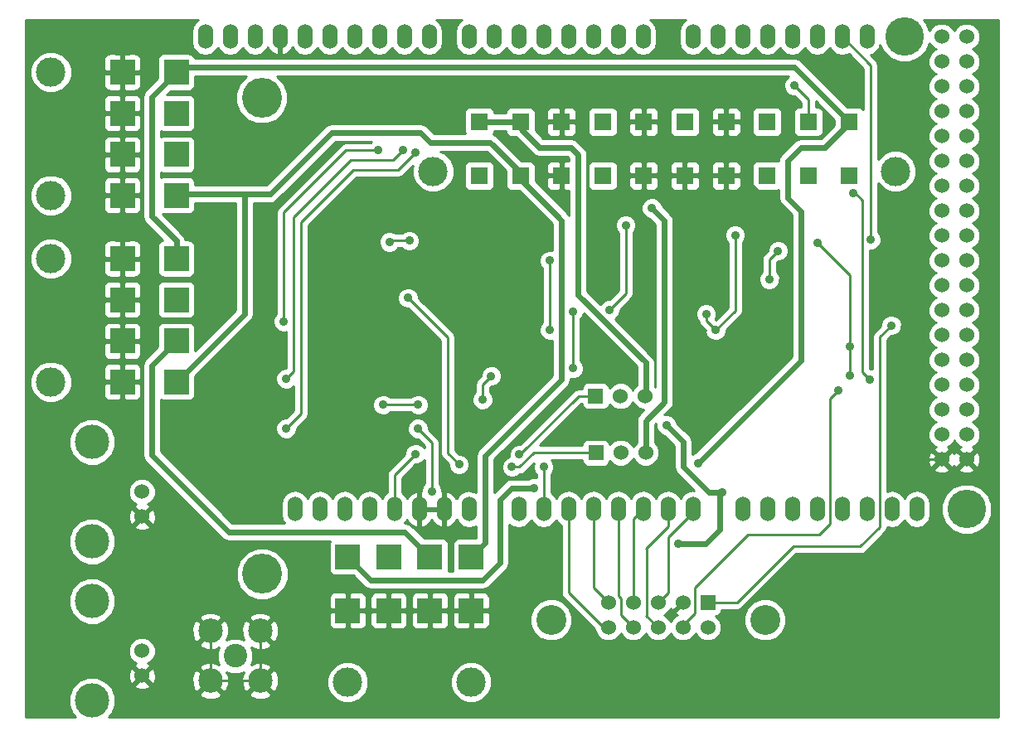
<source format=gbl>
G04 (created by PCBNEW (2013-07-07 BZR 4022)-stable) date 16/01/2014 1:19:31 AM*
%MOIN*%
G04 Gerber Fmt 3.4, Leading zero omitted, Abs format*
%FSLAX34Y34*%
G01*
G70*
G90*
G04 APERTURE LIST*
%ADD10C,0.00590551*%
%ADD11O,0.06X0.1*%
%ADD12C,0.155*%
%ADD13C,0.06*%
%ADD14C,0.12*%
%ADD15R,0.06X0.06*%
%ADD16C,0.1378*%
%ADD17R,0.07X0.07*%
%ADD18C,0.1181*%
%ADD19C,0.0944882*%
%ADD20C,0.0984252*%
%ADD21C,0.11811*%
%ADD22R,0.1X0.1*%
%ADD23C,0.16*%
%ADD24C,0.035*%
%ADD25C,0.023622*%
%ADD26C,0.01*%
G04 APERTURE END LIST*
G54D10*
G54D11*
X17250Y-8900D03*
X18250Y-8900D03*
X20850Y-27900D03*
X21850Y-27900D03*
X36850Y-8900D03*
X37850Y-8900D03*
X38850Y-8900D03*
X39850Y-8900D03*
X40850Y-8900D03*
X41850Y-8900D03*
X42850Y-8900D03*
X43850Y-8900D03*
X45850Y-27900D03*
X44850Y-27900D03*
X43850Y-27900D03*
X42850Y-27900D03*
X38850Y-27900D03*
X36850Y-27900D03*
X35850Y-27900D03*
X39850Y-27900D03*
X40850Y-27900D03*
X41850Y-27900D03*
X34850Y-27900D03*
X33850Y-27900D03*
X32850Y-27900D03*
X29850Y-27900D03*
X30850Y-27900D03*
X31850Y-27900D03*
X27850Y-27900D03*
X26850Y-27900D03*
X25850Y-27900D03*
X23850Y-27900D03*
X22850Y-27900D03*
X34850Y-8900D03*
X33850Y-8900D03*
X32850Y-8900D03*
X31850Y-8900D03*
X30850Y-8900D03*
X29850Y-8900D03*
X28850Y-8900D03*
X27850Y-8900D03*
X26250Y-8900D03*
X25250Y-8900D03*
X24250Y-8900D03*
X23250Y-8900D03*
X22250Y-8900D03*
X21250Y-8900D03*
X20250Y-8900D03*
X19250Y-8900D03*
X24850Y-27900D03*
G54D12*
X47850Y-27900D03*
X45350Y-8900D03*
G54D13*
X46850Y-9900D03*
X47850Y-9900D03*
X46850Y-10900D03*
X47850Y-10900D03*
X46850Y-11900D03*
X47850Y-11900D03*
X46850Y-12900D03*
X47850Y-12900D03*
X46850Y-8900D03*
X47850Y-8900D03*
X47850Y-13900D03*
X46850Y-13900D03*
X46850Y-14900D03*
X47850Y-14900D03*
X46850Y-15900D03*
X47850Y-15900D03*
X46850Y-16900D03*
X47850Y-16900D03*
X46850Y-17900D03*
X47850Y-17900D03*
X46850Y-18900D03*
X47850Y-18900D03*
X46850Y-19900D03*
X47850Y-19900D03*
X46850Y-20900D03*
X47850Y-20900D03*
X46850Y-21900D03*
X47850Y-21900D03*
X46850Y-22900D03*
X47850Y-22900D03*
X46850Y-23900D03*
X47850Y-23900D03*
X46850Y-24900D03*
X47850Y-24900D03*
X46850Y-25900D03*
X47850Y-25900D03*
G54D14*
X31150Y-32350D03*
X39750Y-32350D03*
G54D15*
X37450Y-31650D03*
G54D13*
X37450Y-32650D03*
X36450Y-31650D03*
X36450Y-32650D03*
X35450Y-31650D03*
X35450Y-32650D03*
X34450Y-31650D03*
X34450Y-32650D03*
X33450Y-31650D03*
X33450Y-32650D03*
G54D16*
X12700Y-31600D03*
X12700Y-35600D03*
G54D13*
X14700Y-34600D03*
X14700Y-33600D03*
G54D16*
X12700Y-25200D03*
X12700Y-29200D03*
G54D13*
X14700Y-28200D03*
X14700Y-27200D03*
G54D17*
X28260Y-12318D03*
X29913Y-12318D03*
X31567Y-12318D03*
X33220Y-12318D03*
X34874Y-12318D03*
X36526Y-12318D03*
X38180Y-12318D03*
X39833Y-12318D03*
X41487Y-12318D03*
X43140Y-12318D03*
X28260Y-14482D03*
X29913Y-14482D03*
X31567Y-14482D03*
X33220Y-14482D03*
X34874Y-14482D03*
X36526Y-14482D03*
X38180Y-14482D03*
X39833Y-14482D03*
X41487Y-14482D03*
X43140Y-14482D03*
G54D18*
X26409Y-14306D03*
X44991Y-14306D03*
G54D19*
X18450Y-33800D03*
G54D20*
X17450Y-32800D03*
X19450Y-32800D03*
X19450Y-34800D03*
X17450Y-34800D03*
G54D15*
X32950Y-25625D03*
G54D13*
X33950Y-25625D03*
X34950Y-25625D03*
G54D21*
X22970Y-34856D03*
G54D22*
X22970Y-29818D03*
X24624Y-29818D03*
X26276Y-29818D03*
X27930Y-29818D03*
X22970Y-31982D03*
X24624Y-31982D03*
X26276Y-31982D03*
X27930Y-31982D03*
G54D21*
X27930Y-34856D03*
X11043Y-10320D03*
G54D22*
X16082Y-10320D03*
X16082Y-11974D03*
X16082Y-13626D03*
X16082Y-15280D03*
X13918Y-10320D03*
X13918Y-11974D03*
X13918Y-13626D03*
X13918Y-15280D03*
G54D21*
X11043Y-15280D03*
X11043Y-17820D03*
G54D22*
X16082Y-17820D03*
X16082Y-19474D03*
X16082Y-21126D03*
X16082Y-22780D03*
X13918Y-17820D03*
X13918Y-19474D03*
X13918Y-21126D03*
X13918Y-22780D03*
G54D21*
X11043Y-22780D03*
G54D15*
X32937Y-23346D03*
G54D13*
X33937Y-23346D03*
X34937Y-23346D03*
G54D23*
X19530Y-30500D03*
X19520Y-11350D03*
G54D24*
X30460Y-27040D03*
X37047Y-26052D03*
X35787Y-24527D03*
X38031Y-27204D03*
X36250Y-29300D03*
X29875Y-25700D03*
X35196Y-15787D03*
X40920Y-10850D03*
X37380Y-20050D03*
X38550Y-16870D03*
X32030Y-19940D03*
X32040Y-22230D03*
X25700Y-25670D03*
X29575Y-26200D03*
X37770Y-20700D03*
X25400Y-19400D03*
X27450Y-26100D03*
X30850Y-26200D03*
X38680Y-16110D03*
X40500Y-16110D03*
X45470Y-26780D03*
X27650Y-18290D03*
X26640Y-19550D03*
X29535Y-22445D03*
X31680Y-26120D03*
X32340Y-27150D03*
X29980Y-23580D03*
X30700Y-24280D03*
X28300Y-22130D03*
X32550Y-24370D03*
X31580Y-24710D03*
X36920Y-19209D03*
X35010Y-19940D03*
X44860Y-19730D03*
X44680Y-17270D03*
X36200Y-21430D03*
X33500Y-10650D03*
X26350Y-27170D03*
X25790Y-24660D03*
X28390Y-23490D03*
X28740Y-22540D03*
X20500Y-22650D03*
X25200Y-13450D03*
X20500Y-24650D03*
X25700Y-13550D03*
X20400Y-20350D03*
X24200Y-13450D03*
X24400Y-23700D03*
X25800Y-23700D03*
X24650Y-17150D03*
X25450Y-17100D03*
X40272Y-17507D03*
X39920Y-18650D03*
X34150Y-16470D03*
X33490Y-19880D03*
X42690Y-23130D03*
X43307Y-15196D03*
X43960Y-22670D03*
X44000Y-17060D03*
X43152Y-21360D03*
X41850Y-17190D03*
X43150Y-22530D03*
X44820Y-20505D03*
X31100Y-17900D03*
X31100Y-20690D03*
G54D25*
X16082Y-17820D02*
X16082Y-17102D01*
X15090Y-11312D02*
X16082Y-10320D01*
X15090Y-16110D02*
X15090Y-11312D01*
X16082Y-17102D02*
X15090Y-16110D01*
X17432Y-10120D02*
X16282Y-10120D01*
X43140Y-12318D02*
X40942Y-10120D01*
X40942Y-10120D02*
X17432Y-10120D01*
X16282Y-10120D02*
X16082Y-10320D01*
X28400Y-30750D02*
X29100Y-30050D01*
X22970Y-29818D02*
X23902Y-30750D01*
X23902Y-30750D02*
X28400Y-30750D01*
X29570Y-27040D02*
X30460Y-27040D01*
X29100Y-27510D02*
X29570Y-27040D01*
X29100Y-30050D02*
X29100Y-27510D01*
X41190Y-21910D02*
X37047Y-26052D01*
X40655Y-15375D02*
X41190Y-15910D01*
X41190Y-15910D02*
X41190Y-21910D01*
X40655Y-15375D02*
X40655Y-13895D01*
X43140Y-12360D02*
X42150Y-13350D01*
X43140Y-12318D02*
X43140Y-12360D01*
X41200Y-13350D02*
X40655Y-13895D01*
X42150Y-13350D02*
X41200Y-13350D01*
X40655Y-13895D02*
X40650Y-13900D01*
X18188Y-28818D02*
X15090Y-25719D01*
X16082Y-21133D02*
X15090Y-22125D01*
X15090Y-22125D02*
X15090Y-25719D01*
X26276Y-29818D02*
X25276Y-28818D01*
X18188Y-28818D02*
X25276Y-28818D01*
X16082Y-21133D02*
X16082Y-21126D01*
X37480Y-27204D02*
X38031Y-27204D01*
X36456Y-26181D02*
X37480Y-27204D01*
X36456Y-25196D02*
X36456Y-26181D01*
X35787Y-24527D02*
X36456Y-25196D01*
X37925Y-27885D02*
X37925Y-27311D01*
X37925Y-27311D02*
X38031Y-27204D01*
X37925Y-27885D02*
X37925Y-28724D01*
X37349Y-29300D02*
X36250Y-29300D01*
X37925Y-28724D02*
X37349Y-29300D01*
G54D26*
X33950Y-23475D02*
X33950Y-23350D01*
G54D25*
X29913Y-12318D02*
X29913Y-12588D01*
X29913Y-12588D02*
X30675Y-13350D01*
X29913Y-12318D02*
X28260Y-12318D01*
X34950Y-22000D02*
X34950Y-23350D01*
X32239Y-19289D02*
X34950Y-22000D01*
X32239Y-13639D02*
X32239Y-19289D01*
X31950Y-13350D02*
X32239Y-13639D01*
X30675Y-13350D02*
X31950Y-13350D01*
G54D26*
X29875Y-25700D02*
X29900Y-25700D01*
X29900Y-25700D02*
X32250Y-23350D01*
X32250Y-23350D02*
X32950Y-23350D01*
G54D25*
X34950Y-25625D02*
X34950Y-24341D01*
X35708Y-16299D02*
X35196Y-15787D01*
X35708Y-23582D02*
X35708Y-16299D01*
X34950Y-24341D02*
X35708Y-23582D01*
G54D26*
X41487Y-11417D02*
X41487Y-12318D01*
X40920Y-10850D02*
X41487Y-11417D01*
X37770Y-20700D02*
X37380Y-20310D01*
X37380Y-20050D02*
X37380Y-20310D01*
X38550Y-19920D02*
X38550Y-16870D01*
X37770Y-20700D02*
X38550Y-19920D01*
X32030Y-19940D02*
X32040Y-19950D01*
X32040Y-19950D02*
X32040Y-22230D01*
X24850Y-26520D02*
X24850Y-27900D01*
X25700Y-25670D02*
X24850Y-26520D01*
X30450Y-25625D02*
X32950Y-25625D01*
X29875Y-26200D02*
X30450Y-25625D01*
X29575Y-26200D02*
X29875Y-26200D01*
G54D25*
X18825Y-15230D02*
X18825Y-20037D01*
X18825Y-20037D02*
X16082Y-22780D01*
X19848Y-15230D02*
X18825Y-15230D01*
X18825Y-15230D02*
X16132Y-15230D01*
X22325Y-12750D02*
X22325Y-12753D01*
X26300Y-13150D02*
X25900Y-12750D01*
X25900Y-12750D02*
X22325Y-12750D01*
X29913Y-14363D02*
X28700Y-13150D01*
X29913Y-14482D02*
X29913Y-14363D01*
X28700Y-13150D02*
X26300Y-13150D01*
X22325Y-12753D02*
X19848Y-15230D01*
X16132Y-15230D02*
X16082Y-15280D01*
X29913Y-14482D02*
X29913Y-14613D01*
X28503Y-29244D02*
X27930Y-29818D01*
X29913Y-14613D02*
X31570Y-16270D01*
X31570Y-22680D02*
X28503Y-25746D01*
X28503Y-25746D02*
X28503Y-29244D01*
X31570Y-16270D02*
X31570Y-22680D01*
G54D26*
X33450Y-32650D02*
X33250Y-32650D01*
X31850Y-31250D02*
X31850Y-27900D01*
X33250Y-32650D02*
X31850Y-31250D01*
X32850Y-27900D02*
X32850Y-31050D01*
X32850Y-31050D02*
X33450Y-31650D01*
X33850Y-27900D02*
X33850Y-31370D01*
X33950Y-32150D02*
X34450Y-32650D01*
X33950Y-31470D02*
X33950Y-32150D01*
X33850Y-31370D02*
X33950Y-31470D01*
X34450Y-31650D02*
X34450Y-28300D01*
X34450Y-28300D02*
X34850Y-27900D01*
X34980Y-29460D02*
X34980Y-32160D01*
X34970Y-32170D02*
X35450Y-32650D01*
X34980Y-32160D02*
X34970Y-32170D01*
X35850Y-27900D02*
X35850Y-28590D01*
X35850Y-28590D02*
X34980Y-29460D01*
X34980Y-29460D02*
X34970Y-29470D01*
X36850Y-27900D02*
X36850Y-28020D01*
X35850Y-31250D02*
X35450Y-31650D01*
X35850Y-29020D02*
X35850Y-31250D01*
X36850Y-28020D02*
X35850Y-29020D01*
X27000Y-25650D02*
X27450Y-26100D01*
X27000Y-21000D02*
X25400Y-19400D01*
X27000Y-25650D02*
X27000Y-21000D01*
X30850Y-27900D02*
X30850Y-26200D01*
X38680Y-16110D02*
X38180Y-15610D01*
X38180Y-15610D02*
X38180Y-14482D01*
X38872Y-14482D02*
X38180Y-14482D01*
X40500Y-16110D02*
X38872Y-14482D01*
X46850Y-25900D02*
X46350Y-25900D01*
X46350Y-25900D02*
X45470Y-26780D01*
X27650Y-18290D02*
X27650Y-18540D01*
X27650Y-18540D02*
X26640Y-19550D01*
X31680Y-26120D02*
X32340Y-26780D01*
X32340Y-26780D02*
X32340Y-27150D01*
X29220Y-22130D02*
X29535Y-22445D01*
X29535Y-22445D02*
X29980Y-22890D01*
X29980Y-22890D02*
X29980Y-23580D01*
X28300Y-22130D02*
X29220Y-22130D01*
X31920Y-24370D02*
X32550Y-24370D01*
X31580Y-24710D02*
X31920Y-24370D01*
X36920Y-19209D02*
X36920Y-19210D01*
X31567Y-12318D02*
X31567Y-11433D01*
X32350Y-10650D02*
X33500Y-10650D01*
X31567Y-11433D02*
X32350Y-10650D01*
X17450Y-32800D02*
X17450Y-34800D01*
X17450Y-34800D02*
X19450Y-34800D01*
X19450Y-34800D02*
X19450Y-32800D01*
X26350Y-25220D02*
X26350Y-27170D01*
X25790Y-24660D02*
X26350Y-25220D01*
X28390Y-22890D02*
X28390Y-23490D01*
X28740Y-22540D02*
X28390Y-22890D01*
X20800Y-22350D02*
X20500Y-22650D01*
X20800Y-16150D02*
X20800Y-22350D01*
X23100Y-13850D02*
X20800Y-16150D01*
X24800Y-13850D02*
X23100Y-13850D01*
X25200Y-13450D02*
X24800Y-13850D01*
X21100Y-24050D02*
X20500Y-24650D01*
X21100Y-16350D02*
X21100Y-24050D01*
X23200Y-14250D02*
X21100Y-16350D01*
X25000Y-14250D02*
X23200Y-14250D01*
X25700Y-13550D02*
X25000Y-14250D01*
X20400Y-15950D02*
X20400Y-20350D01*
X22900Y-13450D02*
X20400Y-15950D01*
X24200Y-13450D02*
X22900Y-13450D01*
X25800Y-23700D02*
X24400Y-23700D01*
X24700Y-17100D02*
X25450Y-17100D01*
X24700Y-17100D02*
X24650Y-17150D01*
X39920Y-17860D02*
X39920Y-18650D01*
X39920Y-17860D02*
X40272Y-17507D01*
X34150Y-19220D02*
X34150Y-16470D01*
X33490Y-19880D02*
X34150Y-19220D01*
X36450Y-32650D02*
X36450Y-32560D01*
X42370Y-23450D02*
X42690Y-23130D01*
X42370Y-28470D02*
X42370Y-23450D01*
X41930Y-28910D02*
X42370Y-28470D01*
X39070Y-28910D02*
X41930Y-28910D01*
X36930Y-31050D02*
X39070Y-28910D01*
X36930Y-32080D02*
X36930Y-31050D01*
X36450Y-32560D02*
X36930Y-32080D01*
X43661Y-22371D02*
X43960Y-22670D01*
X43661Y-15472D02*
X43385Y-15196D01*
X43385Y-15196D02*
X43307Y-15196D01*
X43661Y-15472D02*
X43661Y-22371D01*
X44000Y-10050D02*
X42850Y-8900D01*
X44000Y-17060D02*
X44000Y-10050D01*
X41850Y-17190D02*
X43152Y-18492D01*
X43152Y-18492D02*
X43152Y-21360D01*
X43152Y-21360D02*
X43152Y-21372D01*
X43152Y-22527D02*
X43152Y-21372D01*
X43150Y-22530D02*
X43152Y-22527D01*
X37450Y-31650D02*
X38630Y-31650D01*
X44360Y-20965D02*
X44820Y-20505D01*
X44360Y-28615D02*
X44360Y-20965D01*
X43575Y-29400D02*
X44360Y-28615D01*
X40880Y-29400D02*
X43575Y-29400D01*
X38630Y-31650D02*
X40880Y-29400D01*
X31100Y-20690D02*
X31100Y-17900D01*
G54D10*
G36*
X31201Y-22527D02*
X29165Y-24564D01*
X29165Y-22455D01*
X29100Y-22299D01*
X28981Y-22179D01*
X28860Y-22129D01*
X28860Y-14782D01*
X28860Y-14082D01*
X28822Y-13990D01*
X28751Y-13920D01*
X28659Y-13882D01*
X28560Y-13881D01*
X27860Y-13881D01*
X27768Y-13919D01*
X27698Y-13990D01*
X27660Y-14082D01*
X27659Y-14181D01*
X27659Y-14881D01*
X27697Y-14973D01*
X27768Y-15043D01*
X27860Y-15081D01*
X27959Y-15082D01*
X28659Y-15082D01*
X28751Y-15044D01*
X28821Y-14973D01*
X28859Y-14881D01*
X28860Y-14782D01*
X28860Y-22129D01*
X28824Y-22115D01*
X28655Y-22114D01*
X28499Y-22179D01*
X28379Y-22298D01*
X28315Y-22455D01*
X28314Y-22540D01*
X28177Y-22677D01*
X28112Y-22775D01*
X28090Y-22890D01*
X28090Y-23188D01*
X28029Y-23248D01*
X27965Y-23405D01*
X27964Y-23574D01*
X28029Y-23730D01*
X28148Y-23850D01*
X28305Y-23914D01*
X28474Y-23915D01*
X28630Y-23850D01*
X28750Y-23731D01*
X28814Y-23574D01*
X28815Y-23405D01*
X28750Y-23249D01*
X28690Y-23188D01*
X28690Y-23014D01*
X28739Y-22964D01*
X28824Y-22965D01*
X28980Y-22900D01*
X29100Y-22781D01*
X29164Y-22624D01*
X29165Y-22455D01*
X29165Y-24564D01*
X28242Y-25486D01*
X28163Y-25605D01*
X28135Y-25746D01*
X28135Y-27226D01*
X28060Y-27177D01*
X27875Y-27140D01*
X27875Y-26015D01*
X27810Y-25859D01*
X27691Y-25739D01*
X27534Y-25675D01*
X27449Y-25674D01*
X27300Y-25525D01*
X27300Y-21000D01*
X27299Y-20999D01*
X27277Y-20885D01*
X27212Y-20787D01*
X27212Y-20787D01*
X25875Y-19450D01*
X25875Y-17015D01*
X25810Y-16859D01*
X25691Y-16739D01*
X25534Y-16675D01*
X25365Y-16674D01*
X25209Y-16739D01*
X25148Y-16800D01*
X24901Y-16800D01*
X24891Y-16789D01*
X24734Y-16725D01*
X24565Y-16724D01*
X24409Y-16789D01*
X24289Y-16908D01*
X24225Y-17065D01*
X24224Y-17234D01*
X24289Y-17390D01*
X24408Y-17510D01*
X24565Y-17574D01*
X24734Y-17575D01*
X24890Y-17510D01*
X25001Y-17400D01*
X25148Y-17400D01*
X25208Y-17460D01*
X25365Y-17524D01*
X25534Y-17525D01*
X25690Y-17460D01*
X25810Y-17341D01*
X25874Y-17184D01*
X25875Y-17015D01*
X25875Y-19450D01*
X25824Y-19400D01*
X25825Y-19315D01*
X25760Y-19159D01*
X25641Y-19039D01*
X25484Y-18975D01*
X25315Y-18974D01*
X25159Y-19039D01*
X25039Y-19158D01*
X24975Y-19315D01*
X24974Y-19484D01*
X25039Y-19640D01*
X25158Y-19760D01*
X25315Y-19824D01*
X25400Y-19825D01*
X26700Y-21124D01*
X26700Y-25650D01*
X26722Y-25764D01*
X26787Y-25862D01*
X27025Y-26099D01*
X27024Y-26184D01*
X27089Y-26340D01*
X27208Y-26460D01*
X27365Y-26524D01*
X27534Y-26525D01*
X27690Y-26460D01*
X27810Y-26341D01*
X27874Y-26184D01*
X27875Y-26015D01*
X27875Y-27140D01*
X27850Y-27135D01*
X27639Y-27177D01*
X27461Y-27296D01*
X27346Y-27468D01*
X27338Y-27443D01*
X27203Y-27275D01*
X27014Y-27172D01*
X26985Y-27166D01*
X26900Y-27215D01*
X26900Y-27850D01*
X26907Y-27850D01*
X26907Y-27950D01*
X26900Y-27950D01*
X26900Y-28584D01*
X26985Y-28633D01*
X27014Y-28627D01*
X27203Y-28524D01*
X27338Y-28356D01*
X27346Y-28331D01*
X27461Y-28503D01*
X27639Y-28622D01*
X27850Y-28664D01*
X28060Y-28622D01*
X28135Y-28573D01*
X28135Y-29067D01*
X27380Y-29067D01*
X27288Y-29105D01*
X27218Y-29176D01*
X27180Y-29268D01*
X27179Y-29367D01*
X27179Y-30367D01*
X27185Y-30381D01*
X27020Y-30381D01*
X27025Y-30367D01*
X27026Y-30268D01*
X27026Y-29268D01*
X26988Y-29176D01*
X26917Y-29106D01*
X26825Y-29068D01*
X26800Y-29068D01*
X26800Y-28584D01*
X26800Y-27950D01*
X26400Y-27950D01*
X26300Y-27950D01*
X25900Y-27950D01*
X25900Y-28584D01*
X25985Y-28633D01*
X26014Y-28627D01*
X26203Y-28524D01*
X26338Y-28356D01*
X26350Y-28319D01*
X26361Y-28356D01*
X26496Y-28524D01*
X26685Y-28627D01*
X26714Y-28633D01*
X26800Y-28584D01*
X26800Y-29068D01*
X26726Y-29067D01*
X26046Y-29067D01*
X25537Y-28558D01*
X25417Y-28478D01*
X25276Y-28450D01*
X25274Y-28450D01*
X25353Y-28331D01*
X25361Y-28356D01*
X25496Y-28524D01*
X25685Y-28627D01*
X25714Y-28633D01*
X25800Y-28584D01*
X25800Y-27950D01*
X25792Y-27950D01*
X25792Y-27850D01*
X25800Y-27850D01*
X25800Y-27215D01*
X25714Y-27166D01*
X25685Y-27172D01*
X25496Y-27275D01*
X25361Y-27443D01*
X25353Y-27468D01*
X25238Y-27296D01*
X25150Y-27236D01*
X25150Y-26644D01*
X25699Y-26094D01*
X25784Y-26095D01*
X25940Y-26030D01*
X26050Y-25921D01*
X26050Y-26868D01*
X25989Y-26928D01*
X25925Y-27085D01*
X25924Y-27200D01*
X25900Y-27215D01*
X25900Y-27850D01*
X26300Y-27850D01*
X26400Y-27850D01*
X26800Y-27850D01*
X26800Y-27215D01*
X26774Y-27200D01*
X26775Y-27085D01*
X26710Y-26929D01*
X26650Y-26868D01*
X26650Y-25220D01*
X26627Y-25105D01*
X26562Y-25007D01*
X26562Y-25007D01*
X26225Y-24670D01*
X26225Y-23615D01*
X26160Y-23459D01*
X26041Y-23339D01*
X25884Y-23275D01*
X25715Y-23274D01*
X25559Y-23339D01*
X25498Y-23400D01*
X24701Y-23400D01*
X24641Y-23339D01*
X24484Y-23275D01*
X24315Y-23274D01*
X24159Y-23339D01*
X24039Y-23458D01*
X23975Y-23615D01*
X23974Y-23784D01*
X24039Y-23940D01*
X24158Y-24060D01*
X24315Y-24124D01*
X24484Y-24125D01*
X24640Y-24060D01*
X24701Y-24000D01*
X25498Y-24000D01*
X25558Y-24060D01*
X25715Y-24124D01*
X25884Y-24125D01*
X26040Y-24060D01*
X26160Y-23941D01*
X26224Y-23784D01*
X26225Y-23615D01*
X26225Y-24670D01*
X26214Y-24660D01*
X26215Y-24575D01*
X26150Y-24419D01*
X26031Y-24299D01*
X25874Y-24235D01*
X25705Y-24234D01*
X25549Y-24299D01*
X25429Y-24418D01*
X25365Y-24575D01*
X25364Y-24744D01*
X25429Y-24900D01*
X25548Y-25020D01*
X25705Y-25084D01*
X25790Y-25085D01*
X26050Y-25344D01*
X26050Y-25419D01*
X25941Y-25309D01*
X25784Y-25245D01*
X25615Y-25244D01*
X25459Y-25309D01*
X25339Y-25428D01*
X25275Y-25585D01*
X25274Y-25670D01*
X24637Y-26307D01*
X24572Y-26405D01*
X24550Y-26520D01*
X24550Y-27236D01*
X24461Y-27296D01*
X24350Y-27462D01*
X24238Y-27296D01*
X24060Y-27177D01*
X23850Y-27135D01*
X23639Y-27177D01*
X23461Y-27296D01*
X23350Y-27462D01*
X23238Y-27296D01*
X23060Y-27177D01*
X22850Y-27135D01*
X22639Y-27177D01*
X22461Y-27296D01*
X22350Y-27462D01*
X22238Y-27296D01*
X22060Y-27177D01*
X21850Y-27135D01*
X21639Y-27177D01*
X21461Y-27296D01*
X21350Y-27462D01*
X21238Y-27296D01*
X21060Y-27177D01*
X20850Y-27135D01*
X20639Y-27177D01*
X20461Y-27296D01*
X20341Y-27474D01*
X20300Y-27685D01*
X20300Y-28114D01*
X20341Y-28325D01*
X20425Y-28450D01*
X18341Y-28450D01*
X15458Y-25567D01*
X15458Y-23499D01*
X15532Y-23529D01*
X15631Y-23530D01*
X16631Y-23530D01*
X16723Y-23492D01*
X16793Y-23421D01*
X16831Y-23329D01*
X16832Y-23230D01*
X16832Y-22550D01*
X19085Y-20297D01*
X19165Y-20177D01*
X19193Y-20037D01*
X19193Y-15598D01*
X19848Y-15598D01*
X19989Y-15570D01*
X20109Y-15490D01*
X22481Y-13118D01*
X23930Y-13118D01*
X23898Y-13150D01*
X22900Y-13150D01*
X22785Y-13172D01*
X22687Y-13237D01*
X20187Y-15737D01*
X20122Y-15835D01*
X20100Y-15950D01*
X20100Y-20048D01*
X20039Y-20108D01*
X19975Y-20265D01*
X19974Y-20434D01*
X20039Y-20590D01*
X20158Y-20710D01*
X20315Y-20774D01*
X20484Y-20775D01*
X20500Y-20768D01*
X20500Y-22224D01*
X20415Y-22224D01*
X20259Y-22289D01*
X20139Y-22408D01*
X20075Y-22565D01*
X20074Y-22734D01*
X20139Y-22890D01*
X20258Y-23010D01*
X20415Y-23074D01*
X20584Y-23075D01*
X20740Y-23010D01*
X20800Y-22951D01*
X20800Y-23925D01*
X20500Y-24225D01*
X20415Y-24224D01*
X20259Y-24289D01*
X20139Y-24408D01*
X20075Y-24565D01*
X20074Y-24734D01*
X20139Y-24890D01*
X20258Y-25010D01*
X20415Y-25074D01*
X20584Y-25075D01*
X20740Y-25010D01*
X20860Y-24891D01*
X20924Y-24734D01*
X20925Y-24649D01*
X21312Y-24262D01*
X21312Y-24262D01*
X21377Y-24164D01*
X21399Y-24050D01*
X21400Y-24050D01*
X21400Y-16474D01*
X23324Y-14550D01*
X25000Y-14550D01*
X25000Y-14549D01*
X25114Y-14527D01*
X25114Y-14527D01*
X25212Y-14462D01*
X25591Y-14082D01*
X25568Y-14138D01*
X25568Y-14472D01*
X25696Y-14781D01*
X25932Y-15018D01*
X26241Y-15146D01*
X26575Y-15146D01*
X26884Y-15018D01*
X27121Y-14782D01*
X27249Y-14473D01*
X27249Y-14139D01*
X27121Y-13830D01*
X26885Y-13593D01*
X26703Y-13518D01*
X28547Y-13518D01*
X29312Y-14283D01*
X29312Y-14881D01*
X29350Y-14973D01*
X29421Y-15043D01*
X29513Y-15081D01*
X29612Y-15082D01*
X29861Y-15082D01*
X31201Y-16422D01*
X31201Y-17482D01*
X31184Y-17475D01*
X31015Y-17474D01*
X30859Y-17539D01*
X30739Y-17658D01*
X30675Y-17815D01*
X30674Y-17984D01*
X30739Y-18140D01*
X30800Y-18201D01*
X30800Y-20388D01*
X30739Y-20448D01*
X30675Y-20605D01*
X30674Y-20774D01*
X30739Y-20930D01*
X30858Y-21050D01*
X31015Y-21114D01*
X31184Y-21115D01*
X31201Y-21107D01*
X31201Y-22527D01*
X31201Y-22527D01*
G37*
G54D26*
X31201Y-22527D02*
X29165Y-24564D01*
X29165Y-22455D01*
X29100Y-22299D01*
X28981Y-22179D01*
X28860Y-22129D01*
X28860Y-14782D01*
X28860Y-14082D01*
X28822Y-13990D01*
X28751Y-13920D01*
X28659Y-13882D01*
X28560Y-13881D01*
X27860Y-13881D01*
X27768Y-13919D01*
X27698Y-13990D01*
X27660Y-14082D01*
X27659Y-14181D01*
X27659Y-14881D01*
X27697Y-14973D01*
X27768Y-15043D01*
X27860Y-15081D01*
X27959Y-15082D01*
X28659Y-15082D01*
X28751Y-15044D01*
X28821Y-14973D01*
X28859Y-14881D01*
X28860Y-14782D01*
X28860Y-22129D01*
X28824Y-22115D01*
X28655Y-22114D01*
X28499Y-22179D01*
X28379Y-22298D01*
X28315Y-22455D01*
X28314Y-22540D01*
X28177Y-22677D01*
X28112Y-22775D01*
X28090Y-22890D01*
X28090Y-23188D01*
X28029Y-23248D01*
X27965Y-23405D01*
X27964Y-23574D01*
X28029Y-23730D01*
X28148Y-23850D01*
X28305Y-23914D01*
X28474Y-23915D01*
X28630Y-23850D01*
X28750Y-23731D01*
X28814Y-23574D01*
X28815Y-23405D01*
X28750Y-23249D01*
X28690Y-23188D01*
X28690Y-23014D01*
X28739Y-22964D01*
X28824Y-22965D01*
X28980Y-22900D01*
X29100Y-22781D01*
X29164Y-22624D01*
X29165Y-22455D01*
X29165Y-24564D01*
X28242Y-25486D01*
X28163Y-25605D01*
X28135Y-25746D01*
X28135Y-27226D01*
X28060Y-27177D01*
X27875Y-27140D01*
X27875Y-26015D01*
X27810Y-25859D01*
X27691Y-25739D01*
X27534Y-25675D01*
X27449Y-25674D01*
X27300Y-25525D01*
X27300Y-21000D01*
X27299Y-20999D01*
X27277Y-20885D01*
X27212Y-20787D01*
X27212Y-20787D01*
X25875Y-19450D01*
X25875Y-17015D01*
X25810Y-16859D01*
X25691Y-16739D01*
X25534Y-16675D01*
X25365Y-16674D01*
X25209Y-16739D01*
X25148Y-16800D01*
X24901Y-16800D01*
X24891Y-16789D01*
X24734Y-16725D01*
X24565Y-16724D01*
X24409Y-16789D01*
X24289Y-16908D01*
X24225Y-17065D01*
X24224Y-17234D01*
X24289Y-17390D01*
X24408Y-17510D01*
X24565Y-17574D01*
X24734Y-17575D01*
X24890Y-17510D01*
X25001Y-17400D01*
X25148Y-17400D01*
X25208Y-17460D01*
X25365Y-17524D01*
X25534Y-17525D01*
X25690Y-17460D01*
X25810Y-17341D01*
X25874Y-17184D01*
X25875Y-17015D01*
X25875Y-19450D01*
X25824Y-19400D01*
X25825Y-19315D01*
X25760Y-19159D01*
X25641Y-19039D01*
X25484Y-18975D01*
X25315Y-18974D01*
X25159Y-19039D01*
X25039Y-19158D01*
X24975Y-19315D01*
X24974Y-19484D01*
X25039Y-19640D01*
X25158Y-19760D01*
X25315Y-19824D01*
X25400Y-19825D01*
X26700Y-21124D01*
X26700Y-25650D01*
X26722Y-25764D01*
X26787Y-25862D01*
X27025Y-26099D01*
X27024Y-26184D01*
X27089Y-26340D01*
X27208Y-26460D01*
X27365Y-26524D01*
X27534Y-26525D01*
X27690Y-26460D01*
X27810Y-26341D01*
X27874Y-26184D01*
X27875Y-26015D01*
X27875Y-27140D01*
X27850Y-27135D01*
X27639Y-27177D01*
X27461Y-27296D01*
X27346Y-27468D01*
X27338Y-27443D01*
X27203Y-27275D01*
X27014Y-27172D01*
X26985Y-27166D01*
X26900Y-27215D01*
X26900Y-27850D01*
X26907Y-27850D01*
X26907Y-27950D01*
X26900Y-27950D01*
X26900Y-28584D01*
X26985Y-28633D01*
X27014Y-28627D01*
X27203Y-28524D01*
X27338Y-28356D01*
X27346Y-28331D01*
X27461Y-28503D01*
X27639Y-28622D01*
X27850Y-28664D01*
X28060Y-28622D01*
X28135Y-28573D01*
X28135Y-29067D01*
X27380Y-29067D01*
X27288Y-29105D01*
X27218Y-29176D01*
X27180Y-29268D01*
X27179Y-29367D01*
X27179Y-30367D01*
X27185Y-30381D01*
X27020Y-30381D01*
X27025Y-30367D01*
X27026Y-30268D01*
X27026Y-29268D01*
X26988Y-29176D01*
X26917Y-29106D01*
X26825Y-29068D01*
X26800Y-29068D01*
X26800Y-28584D01*
X26800Y-27950D01*
X26400Y-27950D01*
X26300Y-27950D01*
X25900Y-27950D01*
X25900Y-28584D01*
X25985Y-28633D01*
X26014Y-28627D01*
X26203Y-28524D01*
X26338Y-28356D01*
X26350Y-28319D01*
X26361Y-28356D01*
X26496Y-28524D01*
X26685Y-28627D01*
X26714Y-28633D01*
X26800Y-28584D01*
X26800Y-29068D01*
X26726Y-29067D01*
X26046Y-29067D01*
X25537Y-28558D01*
X25417Y-28478D01*
X25276Y-28450D01*
X25274Y-28450D01*
X25353Y-28331D01*
X25361Y-28356D01*
X25496Y-28524D01*
X25685Y-28627D01*
X25714Y-28633D01*
X25800Y-28584D01*
X25800Y-27950D01*
X25792Y-27950D01*
X25792Y-27850D01*
X25800Y-27850D01*
X25800Y-27215D01*
X25714Y-27166D01*
X25685Y-27172D01*
X25496Y-27275D01*
X25361Y-27443D01*
X25353Y-27468D01*
X25238Y-27296D01*
X25150Y-27236D01*
X25150Y-26644D01*
X25699Y-26094D01*
X25784Y-26095D01*
X25940Y-26030D01*
X26050Y-25921D01*
X26050Y-26868D01*
X25989Y-26928D01*
X25925Y-27085D01*
X25924Y-27200D01*
X25900Y-27215D01*
X25900Y-27850D01*
X26300Y-27850D01*
X26400Y-27850D01*
X26800Y-27850D01*
X26800Y-27215D01*
X26774Y-27200D01*
X26775Y-27085D01*
X26710Y-26929D01*
X26650Y-26868D01*
X26650Y-25220D01*
X26627Y-25105D01*
X26562Y-25007D01*
X26562Y-25007D01*
X26225Y-24670D01*
X26225Y-23615D01*
X26160Y-23459D01*
X26041Y-23339D01*
X25884Y-23275D01*
X25715Y-23274D01*
X25559Y-23339D01*
X25498Y-23400D01*
X24701Y-23400D01*
X24641Y-23339D01*
X24484Y-23275D01*
X24315Y-23274D01*
X24159Y-23339D01*
X24039Y-23458D01*
X23975Y-23615D01*
X23974Y-23784D01*
X24039Y-23940D01*
X24158Y-24060D01*
X24315Y-24124D01*
X24484Y-24125D01*
X24640Y-24060D01*
X24701Y-24000D01*
X25498Y-24000D01*
X25558Y-24060D01*
X25715Y-24124D01*
X25884Y-24125D01*
X26040Y-24060D01*
X26160Y-23941D01*
X26224Y-23784D01*
X26225Y-23615D01*
X26225Y-24670D01*
X26214Y-24660D01*
X26215Y-24575D01*
X26150Y-24419D01*
X26031Y-24299D01*
X25874Y-24235D01*
X25705Y-24234D01*
X25549Y-24299D01*
X25429Y-24418D01*
X25365Y-24575D01*
X25364Y-24744D01*
X25429Y-24900D01*
X25548Y-25020D01*
X25705Y-25084D01*
X25790Y-25085D01*
X26050Y-25344D01*
X26050Y-25419D01*
X25941Y-25309D01*
X25784Y-25245D01*
X25615Y-25244D01*
X25459Y-25309D01*
X25339Y-25428D01*
X25275Y-25585D01*
X25274Y-25670D01*
X24637Y-26307D01*
X24572Y-26405D01*
X24550Y-26520D01*
X24550Y-27236D01*
X24461Y-27296D01*
X24350Y-27462D01*
X24238Y-27296D01*
X24060Y-27177D01*
X23850Y-27135D01*
X23639Y-27177D01*
X23461Y-27296D01*
X23350Y-27462D01*
X23238Y-27296D01*
X23060Y-27177D01*
X22850Y-27135D01*
X22639Y-27177D01*
X22461Y-27296D01*
X22350Y-27462D01*
X22238Y-27296D01*
X22060Y-27177D01*
X21850Y-27135D01*
X21639Y-27177D01*
X21461Y-27296D01*
X21350Y-27462D01*
X21238Y-27296D01*
X21060Y-27177D01*
X20850Y-27135D01*
X20639Y-27177D01*
X20461Y-27296D01*
X20341Y-27474D01*
X20300Y-27685D01*
X20300Y-28114D01*
X20341Y-28325D01*
X20425Y-28450D01*
X18341Y-28450D01*
X15458Y-25567D01*
X15458Y-23499D01*
X15532Y-23529D01*
X15631Y-23530D01*
X16631Y-23530D01*
X16723Y-23492D01*
X16793Y-23421D01*
X16831Y-23329D01*
X16832Y-23230D01*
X16832Y-22550D01*
X19085Y-20297D01*
X19165Y-20177D01*
X19193Y-20037D01*
X19193Y-15598D01*
X19848Y-15598D01*
X19989Y-15570D01*
X20109Y-15490D01*
X22481Y-13118D01*
X23930Y-13118D01*
X23898Y-13150D01*
X22900Y-13150D01*
X22785Y-13172D01*
X22687Y-13237D01*
X20187Y-15737D01*
X20122Y-15835D01*
X20100Y-15950D01*
X20100Y-20048D01*
X20039Y-20108D01*
X19975Y-20265D01*
X19974Y-20434D01*
X20039Y-20590D01*
X20158Y-20710D01*
X20315Y-20774D01*
X20484Y-20775D01*
X20500Y-20768D01*
X20500Y-22224D01*
X20415Y-22224D01*
X20259Y-22289D01*
X20139Y-22408D01*
X20075Y-22565D01*
X20074Y-22734D01*
X20139Y-22890D01*
X20258Y-23010D01*
X20415Y-23074D01*
X20584Y-23075D01*
X20740Y-23010D01*
X20800Y-22951D01*
X20800Y-23925D01*
X20500Y-24225D01*
X20415Y-24224D01*
X20259Y-24289D01*
X20139Y-24408D01*
X20075Y-24565D01*
X20074Y-24734D01*
X20139Y-24890D01*
X20258Y-25010D01*
X20415Y-25074D01*
X20584Y-25075D01*
X20740Y-25010D01*
X20860Y-24891D01*
X20924Y-24734D01*
X20925Y-24649D01*
X21312Y-24262D01*
X21312Y-24262D01*
X21377Y-24164D01*
X21399Y-24050D01*
X21400Y-24050D01*
X21400Y-16474D01*
X23324Y-14550D01*
X25000Y-14550D01*
X25000Y-14549D01*
X25114Y-14527D01*
X25114Y-14527D01*
X25212Y-14462D01*
X25591Y-14082D01*
X25568Y-14138D01*
X25568Y-14472D01*
X25696Y-14781D01*
X25932Y-15018D01*
X26241Y-15146D01*
X26575Y-15146D01*
X26884Y-15018D01*
X27121Y-14782D01*
X27249Y-14473D01*
X27249Y-14139D01*
X27121Y-13830D01*
X26885Y-13593D01*
X26703Y-13518D01*
X28547Y-13518D01*
X29312Y-14283D01*
X29312Y-14881D01*
X29350Y-14973D01*
X29421Y-15043D01*
X29513Y-15081D01*
X29612Y-15082D01*
X29861Y-15082D01*
X31201Y-16422D01*
X31201Y-17482D01*
X31184Y-17475D01*
X31015Y-17474D01*
X30859Y-17539D01*
X30739Y-17658D01*
X30675Y-17815D01*
X30674Y-17984D01*
X30739Y-18140D01*
X30800Y-18201D01*
X30800Y-20388D01*
X30739Y-20448D01*
X30675Y-20605D01*
X30674Y-20774D01*
X30739Y-20930D01*
X30858Y-21050D01*
X31015Y-21114D01*
X31184Y-21115D01*
X31201Y-21107D01*
X31201Y-22527D01*
G54D10*
G36*
X31871Y-16071D02*
X31830Y-16009D01*
X31830Y-16009D01*
X31517Y-15696D01*
X31517Y-15019D01*
X31517Y-14532D01*
X31517Y-14432D01*
X31517Y-13944D01*
X31454Y-13882D01*
X31167Y-13881D01*
X31075Y-13919D01*
X31005Y-13990D01*
X30967Y-14082D01*
X30966Y-14181D01*
X30967Y-14369D01*
X31029Y-14432D01*
X31517Y-14432D01*
X31517Y-14532D01*
X31029Y-14532D01*
X30967Y-14594D01*
X30966Y-14782D01*
X30967Y-14881D01*
X31005Y-14973D01*
X31075Y-15044D01*
X31167Y-15082D01*
X31454Y-15082D01*
X31517Y-15019D01*
X31517Y-15696D01*
X30513Y-14692D01*
X30513Y-14082D01*
X30475Y-13990D01*
X30404Y-13920D01*
X30312Y-13882D01*
X30213Y-13881D01*
X29952Y-13881D01*
X28960Y-12889D01*
X28840Y-12809D01*
X28823Y-12806D01*
X28859Y-12717D01*
X28859Y-12686D01*
X29312Y-12686D01*
X29312Y-12717D01*
X29350Y-12809D01*
X29421Y-12879D01*
X29513Y-12917D01*
X29612Y-12918D01*
X29722Y-12918D01*
X30414Y-13610D01*
X30534Y-13690D01*
X30675Y-13718D01*
X31797Y-13718D01*
X31871Y-13791D01*
X31871Y-13881D01*
X31679Y-13882D01*
X31617Y-13944D01*
X31617Y-14432D01*
X31624Y-14432D01*
X31624Y-14532D01*
X31617Y-14532D01*
X31617Y-15019D01*
X31679Y-15082D01*
X31871Y-15082D01*
X31871Y-16071D01*
X31871Y-16071D01*
G37*
G54D26*
X31871Y-16071D02*
X31830Y-16009D01*
X31830Y-16009D01*
X31517Y-15696D01*
X31517Y-15019D01*
X31517Y-14532D01*
X31517Y-14432D01*
X31517Y-13944D01*
X31454Y-13882D01*
X31167Y-13881D01*
X31075Y-13919D01*
X31005Y-13990D01*
X30967Y-14082D01*
X30966Y-14181D01*
X30967Y-14369D01*
X31029Y-14432D01*
X31517Y-14432D01*
X31517Y-14532D01*
X31029Y-14532D01*
X30967Y-14594D01*
X30966Y-14782D01*
X30967Y-14881D01*
X31005Y-14973D01*
X31075Y-15044D01*
X31167Y-15082D01*
X31454Y-15082D01*
X31517Y-15019D01*
X31517Y-15696D01*
X30513Y-14692D01*
X30513Y-14082D01*
X30475Y-13990D01*
X30404Y-13920D01*
X30312Y-13882D01*
X30213Y-13881D01*
X29952Y-13881D01*
X28960Y-12889D01*
X28840Y-12809D01*
X28823Y-12806D01*
X28859Y-12717D01*
X28859Y-12686D01*
X29312Y-12686D01*
X29312Y-12717D01*
X29350Y-12809D01*
X29421Y-12879D01*
X29513Y-12917D01*
X29612Y-12918D01*
X29722Y-12918D01*
X30414Y-13610D01*
X30534Y-13690D01*
X30675Y-13718D01*
X31797Y-13718D01*
X31871Y-13791D01*
X31871Y-13881D01*
X31679Y-13882D01*
X31617Y-13944D01*
X31617Y-14432D01*
X31624Y-14432D01*
X31624Y-14532D01*
X31617Y-14532D01*
X31617Y-15019D01*
X31679Y-15082D01*
X31871Y-15082D01*
X31871Y-16071D01*
G54D10*
G36*
X34581Y-22923D02*
X34471Y-23034D01*
X34437Y-23116D01*
X34403Y-23035D01*
X34248Y-22880D01*
X34046Y-22796D01*
X33828Y-22796D01*
X33625Y-22879D01*
X33487Y-23018D01*
X33487Y-22996D01*
X33449Y-22905D01*
X33378Y-22834D01*
X33286Y-22796D01*
X33187Y-22796D01*
X32587Y-22796D01*
X32495Y-22834D01*
X32425Y-22904D01*
X32387Y-22996D01*
X32387Y-23050D01*
X32250Y-23050D01*
X32135Y-23072D01*
X32037Y-23137D01*
X29900Y-25275D01*
X29790Y-25274D01*
X29634Y-25339D01*
X29514Y-25458D01*
X29450Y-25615D01*
X29449Y-25784D01*
X29452Y-25790D01*
X29334Y-25839D01*
X29214Y-25958D01*
X29150Y-26115D01*
X29149Y-26284D01*
X29214Y-26440D01*
X29333Y-26560D01*
X29490Y-26624D01*
X29659Y-26625D01*
X29815Y-26560D01*
X29876Y-26499D01*
X29989Y-26477D01*
X29989Y-26477D01*
X30087Y-26412D01*
X30454Y-26045D01*
X30425Y-26115D01*
X30424Y-26284D01*
X30489Y-26440D01*
X30550Y-26501D01*
X30550Y-26617D01*
X30544Y-26615D01*
X30375Y-26614D01*
X30237Y-26671D01*
X29570Y-26671D01*
X29429Y-26699D01*
X29309Y-26779D01*
X28871Y-27218D01*
X28871Y-25899D01*
X31830Y-22940D01*
X31830Y-22940D01*
X31830Y-22940D01*
X31910Y-22820D01*
X31938Y-22680D01*
X31938Y-22680D01*
X31938Y-22680D01*
X31938Y-22647D01*
X31955Y-22654D01*
X32124Y-22655D01*
X32280Y-22590D01*
X32400Y-22471D01*
X32464Y-22314D01*
X32465Y-22145D01*
X32400Y-21989D01*
X32340Y-21928D01*
X32340Y-20231D01*
X32390Y-20181D01*
X32454Y-20025D01*
X34581Y-22152D01*
X34581Y-22923D01*
X34581Y-22923D01*
G37*
G54D26*
X34581Y-22923D02*
X34471Y-23034D01*
X34437Y-23116D01*
X34403Y-23035D01*
X34248Y-22880D01*
X34046Y-22796D01*
X33828Y-22796D01*
X33625Y-22879D01*
X33487Y-23018D01*
X33487Y-22996D01*
X33449Y-22905D01*
X33378Y-22834D01*
X33286Y-22796D01*
X33187Y-22796D01*
X32587Y-22796D01*
X32495Y-22834D01*
X32425Y-22904D01*
X32387Y-22996D01*
X32387Y-23050D01*
X32250Y-23050D01*
X32135Y-23072D01*
X32037Y-23137D01*
X29900Y-25275D01*
X29790Y-25274D01*
X29634Y-25339D01*
X29514Y-25458D01*
X29450Y-25615D01*
X29449Y-25784D01*
X29452Y-25790D01*
X29334Y-25839D01*
X29214Y-25958D01*
X29150Y-26115D01*
X29149Y-26284D01*
X29214Y-26440D01*
X29333Y-26560D01*
X29490Y-26624D01*
X29659Y-26625D01*
X29815Y-26560D01*
X29876Y-26499D01*
X29989Y-26477D01*
X29989Y-26477D01*
X30087Y-26412D01*
X30454Y-26045D01*
X30425Y-26115D01*
X30424Y-26284D01*
X30489Y-26440D01*
X30550Y-26501D01*
X30550Y-26617D01*
X30544Y-26615D01*
X30375Y-26614D01*
X30237Y-26671D01*
X29570Y-26671D01*
X29429Y-26699D01*
X29309Y-26779D01*
X28871Y-27218D01*
X28871Y-25899D01*
X31830Y-22940D01*
X31830Y-22940D01*
X31830Y-22940D01*
X31910Y-22820D01*
X31938Y-22680D01*
X31938Y-22680D01*
X31938Y-22680D01*
X31938Y-22647D01*
X31955Y-22654D01*
X32124Y-22655D01*
X32280Y-22590D01*
X32400Y-22471D01*
X32464Y-22314D01*
X32465Y-22145D01*
X32400Y-21989D01*
X32340Y-21928D01*
X32340Y-20231D01*
X32390Y-20181D01*
X32454Y-20025D01*
X34581Y-22152D01*
X34581Y-22923D01*
G54D10*
G36*
X34874Y-23896D02*
X34689Y-24081D01*
X34609Y-24200D01*
X34581Y-24341D01*
X34581Y-25215D01*
X34484Y-25313D01*
X34450Y-25394D01*
X34416Y-25313D01*
X34261Y-25159D01*
X34059Y-25075D01*
X33841Y-25074D01*
X33638Y-25158D01*
X33500Y-25297D01*
X33500Y-25275D01*
X33462Y-25183D01*
X33391Y-25113D01*
X33299Y-25075D01*
X33200Y-25074D01*
X32600Y-25074D01*
X32508Y-25112D01*
X32438Y-25183D01*
X32400Y-25275D01*
X32400Y-25325D01*
X30699Y-25325D01*
X32374Y-23650D01*
X32386Y-23650D01*
X32386Y-23695D01*
X32424Y-23787D01*
X32495Y-23858D01*
X32587Y-23896D01*
X32686Y-23896D01*
X33286Y-23896D01*
X33378Y-23858D01*
X33448Y-23788D01*
X33486Y-23696D01*
X33486Y-23674D01*
X33625Y-23812D01*
X33827Y-23896D01*
X34045Y-23896D01*
X34248Y-23812D01*
X34403Y-23658D01*
X34436Y-23576D01*
X34470Y-23657D01*
X34625Y-23812D01*
X34827Y-23896D01*
X34874Y-23896D01*
X34874Y-23896D01*
G37*
G54D26*
X34874Y-23896D02*
X34689Y-24081D01*
X34609Y-24200D01*
X34581Y-24341D01*
X34581Y-25215D01*
X34484Y-25313D01*
X34450Y-25394D01*
X34416Y-25313D01*
X34261Y-25159D01*
X34059Y-25075D01*
X33841Y-25074D01*
X33638Y-25158D01*
X33500Y-25297D01*
X33500Y-25275D01*
X33462Y-25183D01*
X33391Y-25113D01*
X33299Y-25075D01*
X33200Y-25074D01*
X32600Y-25074D01*
X32508Y-25112D01*
X32438Y-25183D01*
X32400Y-25275D01*
X32400Y-25325D01*
X30699Y-25325D01*
X32374Y-23650D01*
X32386Y-23650D01*
X32386Y-23695D01*
X32424Y-23787D01*
X32495Y-23858D01*
X32587Y-23896D01*
X32686Y-23896D01*
X33286Y-23896D01*
X33378Y-23858D01*
X33448Y-23788D01*
X33486Y-23696D01*
X33486Y-23674D01*
X33625Y-23812D01*
X33827Y-23896D01*
X34045Y-23896D01*
X34248Y-23812D01*
X34403Y-23658D01*
X34436Y-23576D01*
X34470Y-23657D01*
X34625Y-23812D01*
X34827Y-23896D01*
X34874Y-23896D01*
G54D10*
G36*
X36526Y-31655D02*
X36455Y-31726D01*
X36450Y-31720D01*
X36134Y-32035D01*
X36162Y-32131D01*
X36217Y-32150D01*
X36138Y-32183D01*
X35984Y-32338D01*
X35950Y-32419D01*
X35916Y-32338D01*
X35761Y-32184D01*
X35680Y-32150D01*
X35761Y-32116D01*
X35915Y-31961D01*
X35947Y-31886D01*
X35968Y-31937D01*
X36064Y-31965D01*
X36379Y-31650D01*
X36373Y-31644D01*
X36444Y-31573D01*
X36450Y-31579D01*
X36455Y-31573D01*
X36526Y-31644D01*
X36520Y-31650D01*
X36526Y-31655D01*
X36526Y-31655D01*
G37*
G54D26*
X36526Y-31655D02*
X36455Y-31726D01*
X36450Y-31720D01*
X36134Y-32035D01*
X36162Y-32131D01*
X36217Y-32150D01*
X36138Y-32183D01*
X35984Y-32338D01*
X35950Y-32419D01*
X35916Y-32338D01*
X35761Y-32184D01*
X35680Y-32150D01*
X35761Y-32116D01*
X35915Y-31961D01*
X35947Y-31886D01*
X35968Y-31937D01*
X36064Y-31965D01*
X36379Y-31650D01*
X36373Y-31644D01*
X36444Y-31573D01*
X36450Y-31579D01*
X36455Y-31573D01*
X36526Y-31644D01*
X36520Y-31650D01*
X36526Y-31655D01*
G54D10*
G36*
X36900Y-27145D02*
X36850Y-27135D01*
X36639Y-27177D01*
X36461Y-27296D01*
X36350Y-27462D01*
X36238Y-27296D01*
X36060Y-27177D01*
X35850Y-27135D01*
X35639Y-27177D01*
X35461Y-27296D01*
X35350Y-27462D01*
X35238Y-27296D01*
X35060Y-27177D01*
X34850Y-27135D01*
X34639Y-27177D01*
X34461Y-27296D01*
X34350Y-27462D01*
X34238Y-27296D01*
X34060Y-27177D01*
X33850Y-27135D01*
X33639Y-27177D01*
X33461Y-27296D01*
X33350Y-27462D01*
X33238Y-27296D01*
X33060Y-27177D01*
X32850Y-27135D01*
X32639Y-27177D01*
X32461Y-27296D01*
X32350Y-27462D01*
X32238Y-27296D01*
X32060Y-27177D01*
X31850Y-27135D01*
X31639Y-27177D01*
X31461Y-27296D01*
X31350Y-27462D01*
X31238Y-27296D01*
X31150Y-27236D01*
X31150Y-26501D01*
X31210Y-26441D01*
X31274Y-26284D01*
X31275Y-26115D01*
X31210Y-25959D01*
X31175Y-25925D01*
X32399Y-25925D01*
X32399Y-25974D01*
X32437Y-26066D01*
X32508Y-26136D01*
X32600Y-26174D01*
X32699Y-26175D01*
X33299Y-26175D01*
X33391Y-26137D01*
X33461Y-26066D01*
X33499Y-25974D01*
X33499Y-25952D01*
X33638Y-26090D01*
X33840Y-26174D01*
X34058Y-26175D01*
X34261Y-26091D01*
X34415Y-25936D01*
X34449Y-25855D01*
X34483Y-25936D01*
X34638Y-26090D01*
X34840Y-26174D01*
X35058Y-26175D01*
X35261Y-26091D01*
X35415Y-25936D01*
X35499Y-25734D01*
X35500Y-25516D01*
X35416Y-25313D01*
X35318Y-25215D01*
X35318Y-24493D01*
X35362Y-24449D01*
X35362Y-24611D01*
X35426Y-24767D01*
X35546Y-24887D01*
X35684Y-24944D01*
X36088Y-25349D01*
X36088Y-26181D01*
X36116Y-26321D01*
X36196Y-26441D01*
X36900Y-27145D01*
X36900Y-27145D01*
G37*
G54D26*
X36900Y-27145D02*
X36850Y-27135D01*
X36639Y-27177D01*
X36461Y-27296D01*
X36350Y-27462D01*
X36238Y-27296D01*
X36060Y-27177D01*
X35850Y-27135D01*
X35639Y-27177D01*
X35461Y-27296D01*
X35350Y-27462D01*
X35238Y-27296D01*
X35060Y-27177D01*
X34850Y-27135D01*
X34639Y-27177D01*
X34461Y-27296D01*
X34350Y-27462D01*
X34238Y-27296D01*
X34060Y-27177D01*
X33850Y-27135D01*
X33639Y-27177D01*
X33461Y-27296D01*
X33350Y-27462D01*
X33238Y-27296D01*
X33060Y-27177D01*
X32850Y-27135D01*
X32639Y-27177D01*
X32461Y-27296D01*
X32350Y-27462D01*
X32238Y-27296D01*
X32060Y-27177D01*
X31850Y-27135D01*
X31639Y-27177D01*
X31461Y-27296D01*
X31350Y-27462D01*
X31238Y-27296D01*
X31150Y-27236D01*
X31150Y-26501D01*
X31210Y-26441D01*
X31274Y-26284D01*
X31275Y-26115D01*
X31210Y-25959D01*
X31175Y-25925D01*
X32399Y-25925D01*
X32399Y-25974D01*
X32437Y-26066D01*
X32508Y-26136D01*
X32600Y-26174D01*
X32699Y-26175D01*
X33299Y-26175D01*
X33391Y-26137D01*
X33461Y-26066D01*
X33499Y-25974D01*
X33499Y-25952D01*
X33638Y-26090D01*
X33840Y-26174D01*
X34058Y-26175D01*
X34261Y-26091D01*
X34415Y-25936D01*
X34449Y-25855D01*
X34483Y-25936D01*
X34638Y-26090D01*
X34840Y-26174D01*
X35058Y-26175D01*
X35261Y-26091D01*
X35415Y-25936D01*
X35499Y-25734D01*
X35500Y-25516D01*
X35416Y-25313D01*
X35318Y-25215D01*
X35318Y-24493D01*
X35362Y-24449D01*
X35362Y-24611D01*
X35426Y-24767D01*
X35546Y-24887D01*
X35684Y-24944D01*
X36088Y-25349D01*
X36088Y-26181D01*
X36116Y-26321D01*
X36196Y-26441D01*
X36900Y-27145D01*
G54D10*
G36*
X42539Y-12439D02*
X41997Y-12981D01*
X41200Y-12981D01*
X41199Y-12981D01*
X41059Y-13009D01*
X40939Y-13089D01*
X40939Y-13089D01*
X40433Y-13596D01*
X40433Y-12618D01*
X40433Y-11918D01*
X40395Y-11826D01*
X40324Y-11756D01*
X40232Y-11718D01*
X40133Y-11717D01*
X39433Y-11717D01*
X39341Y-11755D01*
X39271Y-11826D01*
X39233Y-11918D01*
X39232Y-12017D01*
X39232Y-12717D01*
X39270Y-12809D01*
X39341Y-12879D01*
X39433Y-12917D01*
X39532Y-12918D01*
X40232Y-12918D01*
X40324Y-12880D01*
X40394Y-12809D01*
X40432Y-12717D01*
X40433Y-12618D01*
X40433Y-13596D01*
X40394Y-13634D01*
X40394Y-13634D01*
X40389Y-13639D01*
X40309Y-13759D01*
X40281Y-13900D01*
X40282Y-13902D01*
X40232Y-13882D01*
X40133Y-13881D01*
X39433Y-13881D01*
X39341Y-13919D01*
X39271Y-13990D01*
X39233Y-14082D01*
X39232Y-14181D01*
X39232Y-14881D01*
X39270Y-14973D01*
X39341Y-15043D01*
X39433Y-15081D01*
X39532Y-15082D01*
X40232Y-15082D01*
X40286Y-15059D01*
X40286Y-15375D01*
X40314Y-15515D01*
X40394Y-15635D01*
X40821Y-16062D01*
X40821Y-21757D01*
X40697Y-21882D01*
X40697Y-17423D01*
X40632Y-17267D01*
X40513Y-17147D01*
X40357Y-17082D01*
X40187Y-17082D01*
X40031Y-17147D01*
X39912Y-17266D01*
X39847Y-17422D01*
X39847Y-17508D01*
X39707Y-17647D01*
X39642Y-17745D01*
X39620Y-17860D01*
X39620Y-18348D01*
X39559Y-18408D01*
X39495Y-18565D01*
X39494Y-18734D01*
X39559Y-18890D01*
X39678Y-19010D01*
X39835Y-19074D01*
X40004Y-19075D01*
X40160Y-19010D01*
X40280Y-18891D01*
X40344Y-18734D01*
X40345Y-18565D01*
X40280Y-18409D01*
X40220Y-18348D01*
X40220Y-17984D01*
X40271Y-17932D01*
X40356Y-17932D01*
X40512Y-17868D01*
X40632Y-17748D01*
X40697Y-17592D01*
X40697Y-17423D01*
X40697Y-21882D01*
X38975Y-23604D01*
X38975Y-16785D01*
X38910Y-16629D01*
X38791Y-16509D01*
X38780Y-16505D01*
X38780Y-14782D01*
X38780Y-14181D01*
X38780Y-12618D01*
X38780Y-12017D01*
X38779Y-11918D01*
X38741Y-11826D01*
X38671Y-11755D01*
X38579Y-11717D01*
X38292Y-11718D01*
X38230Y-11780D01*
X38230Y-12268D01*
X38717Y-12268D01*
X38780Y-12205D01*
X38780Y-12017D01*
X38780Y-12618D01*
X38780Y-12430D01*
X38717Y-12368D01*
X38230Y-12368D01*
X38230Y-12855D01*
X38292Y-12918D01*
X38579Y-12918D01*
X38671Y-12880D01*
X38741Y-12809D01*
X38779Y-12717D01*
X38780Y-12618D01*
X38780Y-14181D01*
X38779Y-14082D01*
X38741Y-13990D01*
X38671Y-13919D01*
X38579Y-13881D01*
X38292Y-13882D01*
X38230Y-13944D01*
X38230Y-14432D01*
X38717Y-14432D01*
X38780Y-14369D01*
X38780Y-14181D01*
X38780Y-14782D01*
X38780Y-14594D01*
X38717Y-14532D01*
X38230Y-14532D01*
X38230Y-15019D01*
X38292Y-15082D01*
X38579Y-15082D01*
X38671Y-15044D01*
X38741Y-14973D01*
X38779Y-14881D01*
X38780Y-14782D01*
X38780Y-16505D01*
X38634Y-16445D01*
X38465Y-16444D01*
X38309Y-16509D01*
X38189Y-16628D01*
X38130Y-16773D01*
X38130Y-15019D01*
X38130Y-14532D01*
X38130Y-14432D01*
X38130Y-13944D01*
X38130Y-12855D01*
X38130Y-12368D01*
X38130Y-12268D01*
X38130Y-11780D01*
X38067Y-11718D01*
X37780Y-11717D01*
X37688Y-11755D01*
X37618Y-11826D01*
X37580Y-11918D01*
X37579Y-12017D01*
X37580Y-12205D01*
X37642Y-12268D01*
X38130Y-12268D01*
X38130Y-12368D01*
X37642Y-12368D01*
X37580Y-12430D01*
X37579Y-12618D01*
X37580Y-12717D01*
X37618Y-12809D01*
X37688Y-12880D01*
X37780Y-12918D01*
X38067Y-12918D01*
X38130Y-12855D01*
X38130Y-13944D01*
X38067Y-13882D01*
X37780Y-13881D01*
X37688Y-13919D01*
X37618Y-13990D01*
X37580Y-14082D01*
X37579Y-14181D01*
X37580Y-14369D01*
X37642Y-14432D01*
X38130Y-14432D01*
X38130Y-14532D01*
X37642Y-14532D01*
X37580Y-14594D01*
X37579Y-14782D01*
X37580Y-14881D01*
X37618Y-14973D01*
X37688Y-15044D01*
X37780Y-15082D01*
X38067Y-15082D01*
X38130Y-15019D01*
X38130Y-16773D01*
X38125Y-16785D01*
X38124Y-16954D01*
X38189Y-17110D01*
X38250Y-17171D01*
X38250Y-19795D01*
X37770Y-20275D01*
X37769Y-20274D01*
X37753Y-20259D01*
X37804Y-20134D01*
X37805Y-19965D01*
X37740Y-19809D01*
X37621Y-19689D01*
X37464Y-19625D01*
X37295Y-19624D01*
X37139Y-19689D01*
X37126Y-19702D01*
X37126Y-14782D01*
X37126Y-14181D01*
X37126Y-12618D01*
X37126Y-11918D01*
X37088Y-11826D01*
X37017Y-11756D01*
X36925Y-11718D01*
X36826Y-11717D01*
X36126Y-11717D01*
X36034Y-11755D01*
X35964Y-11826D01*
X35926Y-11918D01*
X35925Y-12017D01*
X35925Y-12717D01*
X35963Y-12809D01*
X36034Y-12879D01*
X36126Y-12917D01*
X36225Y-12918D01*
X36925Y-12918D01*
X37017Y-12880D01*
X37087Y-12809D01*
X37125Y-12717D01*
X37126Y-12618D01*
X37126Y-14181D01*
X37125Y-14082D01*
X37087Y-13990D01*
X37017Y-13919D01*
X36925Y-13881D01*
X36638Y-13882D01*
X36576Y-13944D01*
X36576Y-14432D01*
X37063Y-14432D01*
X37126Y-14369D01*
X37126Y-14181D01*
X37126Y-14782D01*
X37126Y-14594D01*
X37063Y-14532D01*
X36576Y-14532D01*
X36576Y-15019D01*
X36638Y-15082D01*
X36925Y-15082D01*
X37017Y-15044D01*
X37087Y-14973D01*
X37125Y-14881D01*
X37126Y-14782D01*
X37126Y-19702D01*
X37019Y-19808D01*
X36955Y-19965D01*
X36954Y-20134D01*
X37019Y-20290D01*
X37090Y-20361D01*
X37090Y-20361D01*
X37102Y-20424D01*
X37167Y-20522D01*
X37345Y-20699D01*
X37344Y-20784D01*
X37409Y-20940D01*
X37528Y-21060D01*
X37685Y-21124D01*
X37854Y-21125D01*
X38010Y-21060D01*
X38130Y-20941D01*
X38194Y-20784D01*
X38195Y-20699D01*
X38762Y-20132D01*
X38762Y-20132D01*
X38827Y-20034D01*
X38849Y-19920D01*
X38850Y-19920D01*
X38850Y-17171D01*
X38910Y-17111D01*
X38974Y-16954D01*
X38975Y-16785D01*
X38975Y-23604D01*
X36943Y-25635D01*
X36824Y-25684D01*
X36824Y-25196D01*
X36796Y-25055D01*
X36716Y-24936D01*
X36476Y-24695D01*
X36476Y-15019D01*
X36476Y-14532D01*
X36476Y-14432D01*
X36476Y-13944D01*
X36413Y-13882D01*
X36126Y-13881D01*
X36034Y-13919D01*
X35964Y-13990D01*
X35926Y-14082D01*
X35925Y-14181D01*
X35926Y-14369D01*
X35988Y-14432D01*
X36476Y-14432D01*
X36476Y-14532D01*
X35988Y-14532D01*
X35926Y-14594D01*
X35925Y-14782D01*
X35926Y-14881D01*
X35964Y-14973D01*
X36034Y-15044D01*
X36126Y-15082D01*
X36413Y-15082D01*
X36476Y-15019D01*
X36476Y-24695D01*
X36204Y-24424D01*
X36147Y-24287D01*
X36028Y-24167D01*
X35872Y-24102D01*
X35709Y-24102D01*
X35968Y-23842D01*
X35968Y-23842D01*
X35968Y-23842D01*
X36048Y-23723D01*
X36076Y-23582D01*
X36076Y-16299D01*
X36048Y-16158D01*
X35968Y-16038D01*
X35968Y-16038D01*
X35613Y-15683D01*
X35557Y-15546D01*
X35474Y-15463D01*
X35474Y-14782D01*
X35474Y-14181D01*
X35474Y-12618D01*
X35474Y-12017D01*
X35473Y-11918D01*
X35435Y-11826D01*
X35365Y-11755D01*
X35273Y-11717D01*
X34986Y-11718D01*
X34924Y-11780D01*
X34924Y-12268D01*
X35411Y-12268D01*
X35474Y-12205D01*
X35474Y-12017D01*
X35474Y-12618D01*
X35474Y-12430D01*
X35411Y-12368D01*
X34924Y-12368D01*
X34924Y-12855D01*
X34986Y-12918D01*
X35273Y-12918D01*
X35365Y-12880D01*
X35435Y-12809D01*
X35473Y-12717D01*
X35474Y-12618D01*
X35474Y-14181D01*
X35473Y-14082D01*
X35435Y-13990D01*
X35365Y-13919D01*
X35273Y-13881D01*
X34986Y-13882D01*
X34924Y-13944D01*
X34924Y-14432D01*
X35411Y-14432D01*
X35474Y-14369D01*
X35474Y-14181D01*
X35474Y-14782D01*
X35474Y-14594D01*
X35411Y-14532D01*
X34924Y-14532D01*
X34924Y-15019D01*
X34986Y-15082D01*
X35273Y-15082D01*
X35365Y-15044D01*
X35435Y-14973D01*
X35473Y-14881D01*
X35474Y-14782D01*
X35474Y-15463D01*
X35437Y-15427D01*
X35281Y-15362D01*
X35112Y-15362D01*
X34956Y-15426D01*
X34836Y-15546D01*
X34824Y-15577D01*
X34824Y-15019D01*
X34824Y-14532D01*
X34824Y-14432D01*
X34824Y-13944D01*
X34824Y-12855D01*
X34824Y-12368D01*
X34824Y-12268D01*
X34824Y-11780D01*
X34761Y-11718D01*
X34474Y-11717D01*
X34382Y-11755D01*
X34312Y-11826D01*
X34274Y-11918D01*
X34273Y-12017D01*
X34274Y-12205D01*
X34336Y-12268D01*
X34824Y-12268D01*
X34824Y-12368D01*
X34336Y-12368D01*
X34274Y-12430D01*
X34273Y-12618D01*
X34274Y-12717D01*
X34312Y-12809D01*
X34382Y-12880D01*
X34474Y-12918D01*
X34761Y-12918D01*
X34824Y-12855D01*
X34824Y-13944D01*
X34761Y-13882D01*
X34474Y-13881D01*
X34382Y-13919D01*
X34312Y-13990D01*
X34274Y-14082D01*
X34273Y-14181D01*
X34274Y-14369D01*
X34336Y-14432D01*
X34824Y-14432D01*
X34824Y-14532D01*
X34336Y-14532D01*
X34274Y-14594D01*
X34273Y-14782D01*
X34274Y-14881D01*
X34312Y-14973D01*
X34382Y-15044D01*
X34474Y-15082D01*
X34761Y-15082D01*
X34824Y-15019D01*
X34824Y-15577D01*
X34771Y-15702D01*
X34771Y-15871D01*
X34836Y-16027D01*
X34955Y-16147D01*
X35093Y-16204D01*
X35340Y-16451D01*
X35340Y-22972D01*
X35318Y-22949D01*
X35318Y-22000D01*
X35290Y-21859D01*
X35210Y-21739D01*
X33716Y-20246D01*
X33730Y-20240D01*
X33850Y-20121D01*
X33914Y-19964D01*
X33915Y-19879D01*
X34362Y-19432D01*
X34362Y-19432D01*
X34427Y-19334D01*
X34449Y-19220D01*
X34450Y-19220D01*
X34450Y-16771D01*
X34510Y-16711D01*
X34574Y-16554D01*
X34575Y-16385D01*
X34510Y-16229D01*
X34391Y-16109D01*
X34234Y-16045D01*
X34065Y-16044D01*
X33909Y-16109D01*
X33820Y-16198D01*
X33820Y-14782D01*
X33820Y-14082D01*
X33820Y-12618D01*
X33820Y-11918D01*
X33782Y-11826D01*
X33711Y-11756D01*
X33619Y-11718D01*
X33520Y-11717D01*
X32820Y-11717D01*
X32728Y-11755D01*
X32658Y-11826D01*
X32620Y-11918D01*
X32619Y-12017D01*
X32619Y-12717D01*
X32657Y-12809D01*
X32728Y-12879D01*
X32820Y-12917D01*
X32919Y-12918D01*
X33619Y-12918D01*
X33711Y-12880D01*
X33781Y-12809D01*
X33819Y-12717D01*
X33820Y-12618D01*
X33820Y-14082D01*
X33782Y-13990D01*
X33711Y-13920D01*
X33619Y-13882D01*
X33520Y-13881D01*
X32820Y-13881D01*
X32728Y-13919D01*
X32658Y-13990D01*
X32620Y-14082D01*
X32619Y-14181D01*
X32619Y-14881D01*
X32657Y-14973D01*
X32728Y-15043D01*
X32820Y-15081D01*
X32919Y-15082D01*
X33619Y-15082D01*
X33711Y-15044D01*
X33781Y-14973D01*
X33819Y-14881D01*
X33820Y-14782D01*
X33820Y-16198D01*
X33789Y-16228D01*
X33725Y-16385D01*
X33724Y-16554D01*
X33789Y-16710D01*
X33850Y-16771D01*
X33850Y-19095D01*
X33490Y-19455D01*
X33405Y-19454D01*
X33249Y-19519D01*
X33129Y-19638D01*
X33123Y-19653D01*
X32607Y-19136D01*
X32607Y-13639D01*
X32607Y-13639D01*
X32607Y-13639D01*
X32602Y-13615D01*
X32579Y-13498D01*
X32499Y-13379D01*
X32499Y-13379D01*
X32210Y-13089D01*
X32167Y-13060D01*
X32167Y-12618D01*
X32167Y-12017D01*
X32166Y-11918D01*
X32128Y-11826D01*
X32058Y-11755D01*
X31966Y-11717D01*
X31679Y-11718D01*
X31617Y-11780D01*
X31617Y-12268D01*
X32104Y-12268D01*
X32167Y-12205D01*
X32167Y-12017D01*
X32167Y-12618D01*
X32167Y-12430D01*
X32104Y-12368D01*
X31617Y-12368D01*
X31617Y-12855D01*
X31679Y-12918D01*
X31966Y-12918D01*
X32058Y-12880D01*
X32128Y-12809D01*
X32166Y-12717D01*
X32167Y-12618D01*
X32167Y-13060D01*
X32090Y-13009D01*
X31950Y-12981D01*
X31517Y-12981D01*
X31517Y-12855D01*
X31517Y-12368D01*
X31517Y-12268D01*
X31517Y-11780D01*
X31454Y-11718D01*
X31167Y-11717D01*
X31075Y-11755D01*
X31005Y-11826D01*
X30967Y-11918D01*
X30966Y-12017D01*
X30967Y-12205D01*
X31029Y-12268D01*
X31517Y-12268D01*
X31517Y-12368D01*
X31029Y-12368D01*
X30967Y-12430D01*
X30966Y-12618D01*
X30967Y-12717D01*
X31005Y-12809D01*
X31075Y-12880D01*
X31167Y-12918D01*
X31454Y-12918D01*
X31517Y-12855D01*
X31517Y-12981D01*
X30827Y-12981D01*
X30513Y-12667D01*
X30513Y-12618D01*
X30513Y-11918D01*
X30475Y-11826D01*
X30404Y-11756D01*
X30312Y-11718D01*
X30213Y-11717D01*
X29513Y-11717D01*
X29421Y-11755D01*
X29351Y-11826D01*
X29313Y-11918D01*
X29313Y-11949D01*
X28860Y-11949D01*
X28860Y-11918D01*
X28822Y-11826D01*
X28751Y-11756D01*
X28659Y-11718D01*
X28560Y-11717D01*
X27860Y-11717D01*
X27768Y-11755D01*
X27698Y-11826D01*
X27660Y-11918D01*
X27659Y-12017D01*
X27659Y-12717D01*
X27686Y-12781D01*
X26452Y-12781D01*
X26160Y-12489D01*
X26040Y-12409D01*
X25900Y-12381D01*
X22325Y-12381D01*
X22184Y-12409D01*
X22064Y-12489D01*
X22057Y-12500D01*
X19696Y-14861D01*
X18825Y-14861D01*
X16832Y-14861D01*
X16832Y-14730D01*
X16794Y-14638D01*
X16723Y-14568D01*
X16631Y-14530D01*
X16532Y-14529D01*
X15532Y-14529D01*
X15458Y-14560D01*
X15458Y-14345D01*
X15532Y-14375D01*
X15631Y-14376D01*
X16631Y-14376D01*
X16723Y-14338D01*
X16793Y-14267D01*
X16831Y-14175D01*
X16832Y-14076D01*
X16832Y-13076D01*
X16794Y-12984D01*
X16723Y-12914D01*
X16631Y-12876D01*
X16532Y-12875D01*
X15532Y-12875D01*
X15458Y-12906D01*
X15458Y-12693D01*
X15532Y-12723D01*
X15631Y-12724D01*
X16631Y-12724D01*
X16723Y-12686D01*
X16793Y-12615D01*
X16831Y-12523D01*
X16832Y-12424D01*
X16832Y-11424D01*
X16794Y-11332D01*
X16723Y-11262D01*
X16631Y-11224D01*
X16532Y-11223D01*
X15698Y-11223D01*
X15852Y-11070D01*
X16631Y-11070D01*
X16723Y-11032D01*
X16793Y-10961D01*
X16831Y-10869D01*
X16832Y-10770D01*
X16832Y-10488D01*
X17432Y-10488D01*
X18897Y-10488D01*
X18630Y-10754D01*
X18470Y-11140D01*
X18469Y-11557D01*
X18629Y-11944D01*
X18924Y-12239D01*
X19310Y-12399D01*
X19727Y-12400D01*
X20114Y-12240D01*
X20409Y-11945D01*
X20569Y-11559D01*
X20570Y-11142D01*
X20410Y-10756D01*
X20143Y-10488D01*
X40682Y-10488D01*
X40679Y-10489D01*
X40559Y-10608D01*
X40495Y-10765D01*
X40494Y-10934D01*
X40559Y-11090D01*
X40678Y-11210D01*
X40835Y-11274D01*
X40920Y-11275D01*
X41187Y-11541D01*
X41187Y-11717D01*
X41087Y-11717D01*
X40995Y-11755D01*
X40925Y-11826D01*
X40887Y-11918D01*
X40886Y-12017D01*
X40886Y-12717D01*
X40924Y-12809D01*
X40995Y-12879D01*
X41087Y-12917D01*
X41186Y-12918D01*
X41886Y-12918D01*
X41978Y-12880D01*
X42048Y-12809D01*
X42086Y-12717D01*
X42087Y-12618D01*
X42087Y-11918D01*
X42049Y-11826D01*
X41978Y-11756D01*
X41886Y-11718D01*
X41787Y-11717D01*
X41787Y-11717D01*
X41787Y-11485D01*
X42539Y-12238D01*
X42539Y-12439D01*
X42539Y-12439D01*
G37*
G54D26*
X42539Y-12439D02*
X41997Y-12981D01*
X41200Y-12981D01*
X41199Y-12981D01*
X41059Y-13009D01*
X40939Y-13089D01*
X40939Y-13089D01*
X40433Y-13596D01*
X40433Y-12618D01*
X40433Y-11918D01*
X40395Y-11826D01*
X40324Y-11756D01*
X40232Y-11718D01*
X40133Y-11717D01*
X39433Y-11717D01*
X39341Y-11755D01*
X39271Y-11826D01*
X39233Y-11918D01*
X39232Y-12017D01*
X39232Y-12717D01*
X39270Y-12809D01*
X39341Y-12879D01*
X39433Y-12917D01*
X39532Y-12918D01*
X40232Y-12918D01*
X40324Y-12880D01*
X40394Y-12809D01*
X40432Y-12717D01*
X40433Y-12618D01*
X40433Y-13596D01*
X40394Y-13634D01*
X40394Y-13634D01*
X40389Y-13639D01*
X40309Y-13759D01*
X40281Y-13900D01*
X40282Y-13902D01*
X40232Y-13882D01*
X40133Y-13881D01*
X39433Y-13881D01*
X39341Y-13919D01*
X39271Y-13990D01*
X39233Y-14082D01*
X39232Y-14181D01*
X39232Y-14881D01*
X39270Y-14973D01*
X39341Y-15043D01*
X39433Y-15081D01*
X39532Y-15082D01*
X40232Y-15082D01*
X40286Y-15059D01*
X40286Y-15375D01*
X40314Y-15515D01*
X40394Y-15635D01*
X40821Y-16062D01*
X40821Y-21757D01*
X40697Y-21882D01*
X40697Y-17423D01*
X40632Y-17267D01*
X40513Y-17147D01*
X40357Y-17082D01*
X40187Y-17082D01*
X40031Y-17147D01*
X39912Y-17266D01*
X39847Y-17422D01*
X39847Y-17508D01*
X39707Y-17647D01*
X39642Y-17745D01*
X39620Y-17860D01*
X39620Y-18348D01*
X39559Y-18408D01*
X39495Y-18565D01*
X39494Y-18734D01*
X39559Y-18890D01*
X39678Y-19010D01*
X39835Y-19074D01*
X40004Y-19075D01*
X40160Y-19010D01*
X40280Y-18891D01*
X40344Y-18734D01*
X40345Y-18565D01*
X40280Y-18409D01*
X40220Y-18348D01*
X40220Y-17984D01*
X40271Y-17932D01*
X40356Y-17932D01*
X40512Y-17868D01*
X40632Y-17748D01*
X40697Y-17592D01*
X40697Y-17423D01*
X40697Y-21882D01*
X38975Y-23604D01*
X38975Y-16785D01*
X38910Y-16629D01*
X38791Y-16509D01*
X38780Y-16505D01*
X38780Y-14782D01*
X38780Y-14181D01*
X38780Y-12618D01*
X38780Y-12017D01*
X38779Y-11918D01*
X38741Y-11826D01*
X38671Y-11755D01*
X38579Y-11717D01*
X38292Y-11718D01*
X38230Y-11780D01*
X38230Y-12268D01*
X38717Y-12268D01*
X38780Y-12205D01*
X38780Y-12017D01*
X38780Y-12618D01*
X38780Y-12430D01*
X38717Y-12368D01*
X38230Y-12368D01*
X38230Y-12855D01*
X38292Y-12918D01*
X38579Y-12918D01*
X38671Y-12880D01*
X38741Y-12809D01*
X38779Y-12717D01*
X38780Y-12618D01*
X38780Y-14181D01*
X38779Y-14082D01*
X38741Y-13990D01*
X38671Y-13919D01*
X38579Y-13881D01*
X38292Y-13882D01*
X38230Y-13944D01*
X38230Y-14432D01*
X38717Y-14432D01*
X38780Y-14369D01*
X38780Y-14181D01*
X38780Y-14782D01*
X38780Y-14594D01*
X38717Y-14532D01*
X38230Y-14532D01*
X38230Y-15019D01*
X38292Y-15082D01*
X38579Y-15082D01*
X38671Y-15044D01*
X38741Y-14973D01*
X38779Y-14881D01*
X38780Y-14782D01*
X38780Y-16505D01*
X38634Y-16445D01*
X38465Y-16444D01*
X38309Y-16509D01*
X38189Y-16628D01*
X38130Y-16773D01*
X38130Y-15019D01*
X38130Y-14532D01*
X38130Y-14432D01*
X38130Y-13944D01*
X38130Y-12855D01*
X38130Y-12368D01*
X38130Y-12268D01*
X38130Y-11780D01*
X38067Y-11718D01*
X37780Y-11717D01*
X37688Y-11755D01*
X37618Y-11826D01*
X37580Y-11918D01*
X37579Y-12017D01*
X37580Y-12205D01*
X37642Y-12268D01*
X38130Y-12268D01*
X38130Y-12368D01*
X37642Y-12368D01*
X37580Y-12430D01*
X37579Y-12618D01*
X37580Y-12717D01*
X37618Y-12809D01*
X37688Y-12880D01*
X37780Y-12918D01*
X38067Y-12918D01*
X38130Y-12855D01*
X38130Y-13944D01*
X38067Y-13882D01*
X37780Y-13881D01*
X37688Y-13919D01*
X37618Y-13990D01*
X37580Y-14082D01*
X37579Y-14181D01*
X37580Y-14369D01*
X37642Y-14432D01*
X38130Y-14432D01*
X38130Y-14532D01*
X37642Y-14532D01*
X37580Y-14594D01*
X37579Y-14782D01*
X37580Y-14881D01*
X37618Y-14973D01*
X37688Y-15044D01*
X37780Y-15082D01*
X38067Y-15082D01*
X38130Y-15019D01*
X38130Y-16773D01*
X38125Y-16785D01*
X38124Y-16954D01*
X38189Y-17110D01*
X38250Y-17171D01*
X38250Y-19795D01*
X37770Y-20275D01*
X37769Y-20274D01*
X37753Y-20259D01*
X37804Y-20134D01*
X37805Y-19965D01*
X37740Y-19809D01*
X37621Y-19689D01*
X37464Y-19625D01*
X37295Y-19624D01*
X37139Y-19689D01*
X37126Y-19702D01*
X37126Y-14782D01*
X37126Y-14181D01*
X37126Y-12618D01*
X37126Y-11918D01*
X37088Y-11826D01*
X37017Y-11756D01*
X36925Y-11718D01*
X36826Y-11717D01*
X36126Y-11717D01*
X36034Y-11755D01*
X35964Y-11826D01*
X35926Y-11918D01*
X35925Y-12017D01*
X35925Y-12717D01*
X35963Y-12809D01*
X36034Y-12879D01*
X36126Y-12917D01*
X36225Y-12918D01*
X36925Y-12918D01*
X37017Y-12880D01*
X37087Y-12809D01*
X37125Y-12717D01*
X37126Y-12618D01*
X37126Y-14181D01*
X37125Y-14082D01*
X37087Y-13990D01*
X37017Y-13919D01*
X36925Y-13881D01*
X36638Y-13882D01*
X36576Y-13944D01*
X36576Y-14432D01*
X37063Y-14432D01*
X37126Y-14369D01*
X37126Y-14181D01*
X37126Y-14782D01*
X37126Y-14594D01*
X37063Y-14532D01*
X36576Y-14532D01*
X36576Y-15019D01*
X36638Y-15082D01*
X36925Y-15082D01*
X37017Y-15044D01*
X37087Y-14973D01*
X37125Y-14881D01*
X37126Y-14782D01*
X37126Y-19702D01*
X37019Y-19808D01*
X36955Y-19965D01*
X36954Y-20134D01*
X37019Y-20290D01*
X37090Y-20361D01*
X37090Y-20361D01*
X37102Y-20424D01*
X37167Y-20522D01*
X37345Y-20699D01*
X37344Y-20784D01*
X37409Y-20940D01*
X37528Y-21060D01*
X37685Y-21124D01*
X37854Y-21125D01*
X38010Y-21060D01*
X38130Y-20941D01*
X38194Y-20784D01*
X38195Y-20699D01*
X38762Y-20132D01*
X38762Y-20132D01*
X38827Y-20034D01*
X38849Y-19920D01*
X38850Y-19920D01*
X38850Y-17171D01*
X38910Y-17111D01*
X38974Y-16954D01*
X38975Y-16785D01*
X38975Y-23604D01*
X36943Y-25635D01*
X36824Y-25684D01*
X36824Y-25196D01*
X36796Y-25055D01*
X36716Y-24936D01*
X36476Y-24695D01*
X36476Y-15019D01*
X36476Y-14532D01*
X36476Y-14432D01*
X36476Y-13944D01*
X36413Y-13882D01*
X36126Y-13881D01*
X36034Y-13919D01*
X35964Y-13990D01*
X35926Y-14082D01*
X35925Y-14181D01*
X35926Y-14369D01*
X35988Y-14432D01*
X36476Y-14432D01*
X36476Y-14532D01*
X35988Y-14532D01*
X35926Y-14594D01*
X35925Y-14782D01*
X35926Y-14881D01*
X35964Y-14973D01*
X36034Y-15044D01*
X36126Y-15082D01*
X36413Y-15082D01*
X36476Y-15019D01*
X36476Y-24695D01*
X36204Y-24424D01*
X36147Y-24287D01*
X36028Y-24167D01*
X35872Y-24102D01*
X35709Y-24102D01*
X35968Y-23842D01*
X35968Y-23842D01*
X35968Y-23842D01*
X36048Y-23723D01*
X36076Y-23582D01*
X36076Y-16299D01*
X36048Y-16158D01*
X35968Y-16038D01*
X35968Y-16038D01*
X35613Y-15683D01*
X35557Y-15546D01*
X35474Y-15463D01*
X35474Y-14782D01*
X35474Y-14181D01*
X35474Y-12618D01*
X35474Y-12017D01*
X35473Y-11918D01*
X35435Y-11826D01*
X35365Y-11755D01*
X35273Y-11717D01*
X34986Y-11718D01*
X34924Y-11780D01*
X34924Y-12268D01*
X35411Y-12268D01*
X35474Y-12205D01*
X35474Y-12017D01*
X35474Y-12618D01*
X35474Y-12430D01*
X35411Y-12368D01*
X34924Y-12368D01*
X34924Y-12855D01*
X34986Y-12918D01*
X35273Y-12918D01*
X35365Y-12880D01*
X35435Y-12809D01*
X35473Y-12717D01*
X35474Y-12618D01*
X35474Y-14181D01*
X35473Y-14082D01*
X35435Y-13990D01*
X35365Y-13919D01*
X35273Y-13881D01*
X34986Y-13882D01*
X34924Y-13944D01*
X34924Y-14432D01*
X35411Y-14432D01*
X35474Y-14369D01*
X35474Y-14181D01*
X35474Y-14782D01*
X35474Y-14594D01*
X35411Y-14532D01*
X34924Y-14532D01*
X34924Y-15019D01*
X34986Y-15082D01*
X35273Y-15082D01*
X35365Y-15044D01*
X35435Y-14973D01*
X35473Y-14881D01*
X35474Y-14782D01*
X35474Y-15463D01*
X35437Y-15427D01*
X35281Y-15362D01*
X35112Y-15362D01*
X34956Y-15426D01*
X34836Y-15546D01*
X34824Y-15577D01*
X34824Y-15019D01*
X34824Y-14532D01*
X34824Y-14432D01*
X34824Y-13944D01*
X34824Y-12855D01*
X34824Y-12368D01*
X34824Y-12268D01*
X34824Y-11780D01*
X34761Y-11718D01*
X34474Y-11717D01*
X34382Y-11755D01*
X34312Y-11826D01*
X34274Y-11918D01*
X34273Y-12017D01*
X34274Y-12205D01*
X34336Y-12268D01*
X34824Y-12268D01*
X34824Y-12368D01*
X34336Y-12368D01*
X34274Y-12430D01*
X34273Y-12618D01*
X34274Y-12717D01*
X34312Y-12809D01*
X34382Y-12880D01*
X34474Y-12918D01*
X34761Y-12918D01*
X34824Y-12855D01*
X34824Y-13944D01*
X34761Y-13882D01*
X34474Y-13881D01*
X34382Y-13919D01*
X34312Y-13990D01*
X34274Y-14082D01*
X34273Y-14181D01*
X34274Y-14369D01*
X34336Y-14432D01*
X34824Y-14432D01*
X34824Y-14532D01*
X34336Y-14532D01*
X34274Y-14594D01*
X34273Y-14782D01*
X34274Y-14881D01*
X34312Y-14973D01*
X34382Y-15044D01*
X34474Y-15082D01*
X34761Y-15082D01*
X34824Y-15019D01*
X34824Y-15577D01*
X34771Y-15702D01*
X34771Y-15871D01*
X34836Y-16027D01*
X34955Y-16147D01*
X35093Y-16204D01*
X35340Y-16451D01*
X35340Y-22972D01*
X35318Y-22949D01*
X35318Y-22000D01*
X35290Y-21859D01*
X35210Y-21739D01*
X33716Y-20246D01*
X33730Y-20240D01*
X33850Y-20121D01*
X33914Y-19964D01*
X33915Y-19879D01*
X34362Y-19432D01*
X34362Y-19432D01*
X34427Y-19334D01*
X34449Y-19220D01*
X34450Y-19220D01*
X34450Y-16771D01*
X34510Y-16711D01*
X34574Y-16554D01*
X34575Y-16385D01*
X34510Y-16229D01*
X34391Y-16109D01*
X34234Y-16045D01*
X34065Y-16044D01*
X33909Y-16109D01*
X33820Y-16198D01*
X33820Y-14782D01*
X33820Y-14082D01*
X33820Y-12618D01*
X33820Y-11918D01*
X33782Y-11826D01*
X33711Y-11756D01*
X33619Y-11718D01*
X33520Y-11717D01*
X32820Y-11717D01*
X32728Y-11755D01*
X32658Y-11826D01*
X32620Y-11918D01*
X32619Y-12017D01*
X32619Y-12717D01*
X32657Y-12809D01*
X32728Y-12879D01*
X32820Y-12917D01*
X32919Y-12918D01*
X33619Y-12918D01*
X33711Y-12880D01*
X33781Y-12809D01*
X33819Y-12717D01*
X33820Y-12618D01*
X33820Y-14082D01*
X33782Y-13990D01*
X33711Y-13920D01*
X33619Y-13882D01*
X33520Y-13881D01*
X32820Y-13881D01*
X32728Y-13919D01*
X32658Y-13990D01*
X32620Y-14082D01*
X32619Y-14181D01*
X32619Y-14881D01*
X32657Y-14973D01*
X32728Y-15043D01*
X32820Y-15081D01*
X32919Y-15082D01*
X33619Y-15082D01*
X33711Y-15044D01*
X33781Y-14973D01*
X33819Y-14881D01*
X33820Y-14782D01*
X33820Y-16198D01*
X33789Y-16228D01*
X33725Y-16385D01*
X33724Y-16554D01*
X33789Y-16710D01*
X33850Y-16771D01*
X33850Y-19095D01*
X33490Y-19455D01*
X33405Y-19454D01*
X33249Y-19519D01*
X33129Y-19638D01*
X33123Y-19653D01*
X32607Y-19136D01*
X32607Y-13639D01*
X32607Y-13639D01*
X32607Y-13639D01*
X32602Y-13615D01*
X32579Y-13498D01*
X32499Y-13379D01*
X32499Y-13379D01*
X32210Y-13089D01*
X32167Y-13060D01*
X32167Y-12618D01*
X32167Y-12017D01*
X32166Y-11918D01*
X32128Y-11826D01*
X32058Y-11755D01*
X31966Y-11717D01*
X31679Y-11718D01*
X31617Y-11780D01*
X31617Y-12268D01*
X32104Y-12268D01*
X32167Y-12205D01*
X32167Y-12017D01*
X32167Y-12618D01*
X32167Y-12430D01*
X32104Y-12368D01*
X31617Y-12368D01*
X31617Y-12855D01*
X31679Y-12918D01*
X31966Y-12918D01*
X32058Y-12880D01*
X32128Y-12809D01*
X32166Y-12717D01*
X32167Y-12618D01*
X32167Y-13060D01*
X32090Y-13009D01*
X31950Y-12981D01*
X31517Y-12981D01*
X31517Y-12855D01*
X31517Y-12368D01*
X31517Y-12268D01*
X31517Y-11780D01*
X31454Y-11718D01*
X31167Y-11717D01*
X31075Y-11755D01*
X31005Y-11826D01*
X30967Y-11918D01*
X30966Y-12017D01*
X30967Y-12205D01*
X31029Y-12268D01*
X31517Y-12268D01*
X31517Y-12368D01*
X31029Y-12368D01*
X30967Y-12430D01*
X30966Y-12618D01*
X30967Y-12717D01*
X31005Y-12809D01*
X31075Y-12880D01*
X31167Y-12918D01*
X31454Y-12918D01*
X31517Y-12855D01*
X31517Y-12981D01*
X30827Y-12981D01*
X30513Y-12667D01*
X30513Y-12618D01*
X30513Y-11918D01*
X30475Y-11826D01*
X30404Y-11756D01*
X30312Y-11718D01*
X30213Y-11717D01*
X29513Y-11717D01*
X29421Y-11755D01*
X29351Y-11826D01*
X29313Y-11918D01*
X29313Y-11949D01*
X28860Y-11949D01*
X28860Y-11918D01*
X28822Y-11826D01*
X28751Y-11756D01*
X28659Y-11718D01*
X28560Y-11717D01*
X27860Y-11717D01*
X27768Y-11755D01*
X27698Y-11826D01*
X27660Y-11918D01*
X27659Y-12017D01*
X27659Y-12717D01*
X27686Y-12781D01*
X26452Y-12781D01*
X26160Y-12489D01*
X26040Y-12409D01*
X25900Y-12381D01*
X22325Y-12381D01*
X22184Y-12409D01*
X22064Y-12489D01*
X22057Y-12500D01*
X19696Y-14861D01*
X18825Y-14861D01*
X16832Y-14861D01*
X16832Y-14730D01*
X16794Y-14638D01*
X16723Y-14568D01*
X16631Y-14530D01*
X16532Y-14529D01*
X15532Y-14529D01*
X15458Y-14560D01*
X15458Y-14345D01*
X15532Y-14375D01*
X15631Y-14376D01*
X16631Y-14376D01*
X16723Y-14338D01*
X16793Y-14267D01*
X16831Y-14175D01*
X16832Y-14076D01*
X16832Y-13076D01*
X16794Y-12984D01*
X16723Y-12914D01*
X16631Y-12876D01*
X16532Y-12875D01*
X15532Y-12875D01*
X15458Y-12906D01*
X15458Y-12693D01*
X15532Y-12723D01*
X15631Y-12724D01*
X16631Y-12724D01*
X16723Y-12686D01*
X16793Y-12615D01*
X16831Y-12523D01*
X16832Y-12424D01*
X16832Y-11424D01*
X16794Y-11332D01*
X16723Y-11262D01*
X16631Y-11224D01*
X16532Y-11223D01*
X15698Y-11223D01*
X15852Y-11070D01*
X16631Y-11070D01*
X16723Y-11032D01*
X16793Y-10961D01*
X16831Y-10869D01*
X16832Y-10770D01*
X16832Y-10488D01*
X17432Y-10488D01*
X18897Y-10488D01*
X18630Y-10754D01*
X18470Y-11140D01*
X18469Y-11557D01*
X18629Y-11944D01*
X18924Y-12239D01*
X19310Y-12399D01*
X19727Y-12400D01*
X20114Y-12240D01*
X20409Y-11945D01*
X20569Y-11559D01*
X20570Y-11142D01*
X20410Y-10756D01*
X20143Y-10488D01*
X40682Y-10488D01*
X40679Y-10489D01*
X40559Y-10608D01*
X40495Y-10765D01*
X40494Y-10934D01*
X40559Y-11090D01*
X40678Y-11210D01*
X40835Y-11274D01*
X40920Y-11275D01*
X41187Y-11541D01*
X41187Y-11717D01*
X41087Y-11717D01*
X40995Y-11755D01*
X40925Y-11826D01*
X40887Y-11918D01*
X40886Y-12017D01*
X40886Y-12717D01*
X40924Y-12809D01*
X40995Y-12879D01*
X41087Y-12917D01*
X41186Y-12918D01*
X41886Y-12918D01*
X41978Y-12880D01*
X42048Y-12809D01*
X42086Y-12717D01*
X42087Y-12618D01*
X42087Y-11918D01*
X42049Y-11826D01*
X41978Y-11756D01*
X41886Y-11718D01*
X41787Y-11717D01*
X41787Y-11717D01*
X41787Y-11485D01*
X42539Y-12238D01*
X42539Y-12439D01*
G54D10*
G36*
X49125Y-36265D02*
X48875Y-36265D01*
X48875Y-27697D01*
X48719Y-27320D01*
X48431Y-27031D01*
X48404Y-27020D01*
X48404Y-25981D01*
X48393Y-25763D01*
X48331Y-25612D01*
X48235Y-25584D01*
X47920Y-25900D01*
X48235Y-26215D01*
X48331Y-26187D01*
X48404Y-25981D01*
X48404Y-27020D01*
X48165Y-26921D01*
X48165Y-26285D01*
X47850Y-25970D01*
X47779Y-26041D01*
X47779Y-25900D01*
X47464Y-25584D01*
X47368Y-25612D01*
X47351Y-25660D01*
X47331Y-25612D01*
X47235Y-25584D01*
X46920Y-25900D01*
X47235Y-26215D01*
X47331Y-26187D01*
X47348Y-26139D01*
X47368Y-26187D01*
X47464Y-26215D01*
X47779Y-25900D01*
X47779Y-26041D01*
X47534Y-26285D01*
X47562Y-26381D01*
X47768Y-26454D01*
X47986Y-26443D01*
X48137Y-26381D01*
X48165Y-26285D01*
X48165Y-26921D01*
X48054Y-26875D01*
X47647Y-26874D01*
X47270Y-27030D01*
X47165Y-27135D01*
X47165Y-26285D01*
X46850Y-25970D01*
X46779Y-26041D01*
X46779Y-25900D01*
X46464Y-25584D01*
X46368Y-25612D01*
X46295Y-25818D01*
X46306Y-26036D01*
X46368Y-26187D01*
X46464Y-26215D01*
X46779Y-25900D01*
X46779Y-26041D01*
X46534Y-26285D01*
X46562Y-26381D01*
X46768Y-26454D01*
X46986Y-26443D01*
X47137Y-26381D01*
X47165Y-26285D01*
X47165Y-27135D01*
X46981Y-27318D01*
X46825Y-27695D01*
X46824Y-28102D01*
X46980Y-28479D01*
X47268Y-28768D01*
X47645Y-28924D01*
X48052Y-28925D01*
X48429Y-28769D01*
X48718Y-28481D01*
X48874Y-28104D01*
X48875Y-27697D01*
X48875Y-36265D01*
X40600Y-36265D01*
X40600Y-32181D01*
X40471Y-31869D01*
X40232Y-31629D01*
X39919Y-31500D01*
X39581Y-31499D01*
X39269Y-31628D01*
X39029Y-31867D01*
X38900Y-32180D01*
X38899Y-32518D01*
X39028Y-32830D01*
X39267Y-33070D01*
X39580Y-33199D01*
X39918Y-33200D01*
X40230Y-33071D01*
X40470Y-32832D01*
X40599Y-32519D01*
X40600Y-32181D01*
X40600Y-36265D01*
X32000Y-36265D01*
X32000Y-32181D01*
X31871Y-31869D01*
X31632Y-31629D01*
X31319Y-31500D01*
X30981Y-31499D01*
X30669Y-31628D01*
X30429Y-31867D01*
X30300Y-32180D01*
X30299Y-32518D01*
X30428Y-32830D01*
X30667Y-33070D01*
X30980Y-33199D01*
X31318Y-33200D01*
X31630Y-33071D01*
X31870Y-32832D01*
X31999Y-32519D01*
X32000Y-32181D01*
X32000Y-36265D01*
X28770Y-36265D01*
X28770Y-34690D01*
X28680Y-34470D01*
X28680Y-32432D01*
X28680Y-31531D01*
X28679Y-31432D01*
X28641Y-31340D01*
X28571Y-31269D01*
X28479Y-31231D01*
X28042Y-31232D01*
X27980Y-31294D01*
X27980Y-31932D01*
X28617Y-31932D01*
X28680Y-31869D01*
X28680Y-31531D01*
X28680Y-32432D01*
X28680Y-32094D01*
X28617Y-32032D01*
X27980Y-32032D01*
X27980Y-32669D01*
X28042Y-32732D01*
X28479Y-32732D01*
X28571Y-32694D01*
X28641Y-32623D01*
X28679Y-32531D01*
X28680Y-32432D01*
X28680Y-34470D01*
X28643Y-34381D01*
X28406Y-34144D01*
X28097Y-34016D01*
X27880Y-34016D01*
X27880Y-32669D01*
X27880Y-32032D01*
X27880Y-31932D01*
X27880Y-31294D01*
X27817Y-31232D01*
X27380Y-31231D01*
X27288Y-31269D01*
X27218Y-31340D01*
X27180Y-31432D01*
X27179Y-31531D01*
X27180Y-31869D01*
X27242Y-31932D01*
X27880Y-31932D01*
X27880Y-32032D01*
X27242Y-32032D01*
X27180Y-32094D01*
X27179Y-32432D01*
X27180Y-32531D01*
X27218Y-32623D01*
X27288Y-32694D01*
X27380Y-32732D01*
X27817Y-32732D01*
X27880Y-32669D01*
X27880Y-34016D01*
X27763Y-34015D01*
X27454Y-34143D01*
X27217Y-34379D01*
X27089Y-34688D01*
X27089Y-35023D01*
X27217Y-35332D01*
X27453Y-35568D01*
X27762Y-35697D01*
X28096Y-35697D01*
X28405Y-35569D01*
X28642Y-35333D01*
X28770Y-35024D01*
X28770Y-34690D01*
X28770Y-36265D01*
X27026Y-36265D01*
X27026Y-32432D01*
X27026Y-31531D01*
X27025Y-31432D01*
X26987Y-31340D01*
X26917Y-31269D01*
X26825Y-31231D01*
X26388Y-31232D01*
X26326Y-31294D01*
X26326Y-31932D01*
X26963Y-31932D01*
X27026Y-31869D01*
X27026Y-31531D01*
X27026Y-32432D01*
X27026Y-32094D01*
X26963Y-32032D01*
X26326Y-32032D01*
X26326Y-32669D01*
X26388Y-32732D01*
X26825Y-32732D01*
X26917Y-32694D01*
X26987Y-32623D01*
X27025Y-32531D01*
X27026Y-32432D01*
X27026Y-36265D01*
X26226Y-36265D01*
X26226Y-32669D01*
X26226Y-32032D01*
X26226Y-31932D01*
X26226Y-31294D01*
X26163Y-31232D01*
X25726Y-31231D01*
X25634Y-31269D01*
X25564Y-31340D01*
X25526Y-31432D01*
X25525Y-31531D01*
X25526Y-31869D01*
X25588Y-31932D01*
X26226Y-31932D01*
X26226Y-32032D01*
X25588Y-32032D01*
X25526Y-32094D01*
X25525Y-32432D01*
X25526Y-32531D01*
X25564Y-32623D01*
X25634Y-32694D01*
X25726Y-32732D01*
X26163Y-32732D01*
X26226Y-32669D01*
X26226Y-36265D01*
X25374Y-36265D01*
X25374Y-32432D01*
X25374Y-31531D01*
X25373Y-31432D01*
X25335Y-31340D01*
X25265Y-31269D01*
X25173Y-31231D01*
X24736Y-31232D01*
X24674Y-31294D01*
X24674Y-31932D01*
X25311Y-31932D01*
X25374Y-31869D01*
X25374Y-31531D01*
X25374Y-32432D01*
X25374Y-32094D01*
X25311Y-32032D01*
X24674Y-32032D01*
X24674Y-32669D01*
X24736Y-32732D01*
X25173Y-32732D01*
X25265Y-32694D01*
X25335Y-32623D01*
X25373Y-32531D01*
X25374Y-32432D01*
X25374Y-36265D01*
X24574Y-36265D01*
X24574Y-32669D01*
X24574Y-32032D01*
X24574Y-31932D01*
X24574Y-31294D01*
X24511Y-31232D01*
X24074Y-31231D01*
X23982Y-31269D01*
X23912Y-31340D01*
X23874Y-31432D01*
X23873Y-31531D01*
X23874Y-31869D01*
X23936Y-31932D01*
X24574Y-31932D01*
X24574Y-32032D01*
X23936Y-32032D01*
X23874Y-32094D01*
X23873Y-32432D01*
X23874Y-32531D01*
X23912Y-32623D01*
X23982Y-32694D01*
X24074Y-32732D01*
X24511Y-32732D01*
X24574Y-32669D01*
X24574Y-36265D01*
X23810Y-36265D01*
X23810Y-34690D01*
X23720Y-34470D01*
X23720Y-32432D01*
X23720Y-31531D01*
X23719Y-31432D01*
X23681Y-31340D01*
X23611Y-31269D01*
X23519Y-31231D01*
X23082Y-31232D01*
X23020Y-31294D01*
X23020Y-31932D01*
X23657Y-31932D01*
X23720Y-31869D01*
X23720Y-31531D01*
X23720Y-32432D01*
X23720Y-32094D01*
X23657Y-32032D01*
X23020Y-32032D01*
X23020Y-32669D01*
X23082Y-32732D01*
X23519Y-32732D01*
X23611Y-32694D01*
X23681Y-32623D01*
X23719Y-32531D01*
X23720Y-32432D01*
X23720Y-34470D01*
X23683Y-34381D01*
X23446Y-34144D01*
X23137Y-34016D01*
X22920Y-34016D01*
X22920Y-32669D01*
X22920Y-32032D01*
X22920Y-31932D01*
X22920Y-31294D01*
X22857Y-31232D01*
X22420Y-31231D01*
X22328Y-31269D01*
X22258Y-31340D01*
X22220Y-31432D01*
X22219Y-31531D01*
X22220Y-31869D01*
X22282Y-31932D01*
X22920Y-31932D01*
X22920Y-32032D01*
X22282Y-32032D01*
X22220Y-32094D01*
X22219Y-32432D01*
X22220Y-32531D01*
X22258Y-32623D01*
X22328Y-32694D01*
X22420Y-32732D01*
X22857Y-32732D01*
X22920Y-32669D01*
X22920Y-34016D01*
X22803Y-34015D01*
X22494Y-34143D01*
X22257Y-34379D01*
X22129Y-34688D01*
X22129Y-35023D01*
X22257Y-35332D01*
X22493Y-35568D01*
X22802Y-35697D01*
X23136Y-35697D01*
X23445Y-35569D01*
X23682Y-35333D01*
X23810Y-35024D01*
X23810Y-34690D01*
X23810Y-36265D01*
X20580Y-36265D01*
X20580Y-30292D01*
X20420Y-29906D01*
X20125Y-29610D01*
X19739Y-29450D01*
X19322Y-29449D01*
X18936Y-29609D01*
X18640Y-29904D01*
X18480Y-30290D01*
X18479Y-30707D01*
X18639Y-31094D01*
X18934Y-31389D01*
X19320Y-31549D01*
X19737Y-31550D01*
X20124Y-31390D01*
X20419Y-31095D01*
X20579Y-30709D01*
X20580Y-30292D01*
X20580Y-36265D01*
X20195Y-36265D01*
X20195Y-34927D01*
X20195Y-32927D01*
X20187Y-32632D01*
X20090Y-32396D01*
X19974Y-32345D01*
X19904Y-32416D01*
X19904Y-32275D01*
X19853Y-32159D01*
X19577Y-32054D01*
X19282Y-32062D01*
X19046Y-32159D01*
X18995Y-32275D01*
X19450Y-32729D01*
X19904Y-32275D01*
X19904Y-32416D01*
X19520Y-32800D01*
X19974Y-33254D01*
X20090Y-33203D01*
X20195Y-32927D01*
X20195Y-34927D01*
X20187Y-34632D01*
X20090Y-34396D01*
X19974Y-34345D01*
X19904Y-34416D01*
X19904Y-34275D01*
X19853Y-34159D01*
X19577Y-34054D01*
X19282Y-34062D01*
X19090Y-34141D01*
X19172Y-33944D01*
X19172Y-33656D01*
X19089Y-33456D01*
X19322Y-33545D01*
X19617Y-33537D01*
X19853Y-33440D01*
X19904Y-33324D01*
X19450Y-32870D01*
X19444Y-32876D01*
X19373Y-32805D01*
X19379Y-32800D01*
X18925Y-32345D01*
X18809Y-32396D01*
X18704Y-32672D01*
X18712Y-32967D01*
X18791Y-33159D01*
X18594Y-33077D01*
X18306Y-33077D01*
X18106Y-33160D01*
X18195Y-32927D01*
X18187Y-32632D01*
X18090Y-32396D01*
X17974Y-32345D01*
X17904Y-32416D01*
X17904Y-32275D01*
X17853Y-32159D01*
X17577Y-32054D01*
X17282Y-32062D01*
X17046Y-32159D01*
X16995Y-32275D01*
X17450Y-32729D01*
X17904Y-32275D01*
X17904Y-32416D01*
X17520Y-32800D01*
X17526Y-32805D01*
X17455Y-32876D01*
X17450Y-32870D01*
X17379Y-32941D01*
X17379Y-32800D01*
X16925Y-32345D01*
X16809Y-32396D01*
X16704Y-32672D01*
X16712Y-32967D01*
X16809Y-33203D01*
X16925Y-33254D01*
X17379Y-32800D01*
X17379Y-32941D01*
X16995Y-33324D01*
X17046Y-33440D01*
X17322Y-33545D01*
X17617Y-33537D01*
X17809Y-33458D01*
X17727Y-33655D01*
X17727Y-33943D01*
X17810Y-34143D01*
X17577Y-34054D01*
X17282Y-34062D01*
X17046Y-34159D01*
X16995Y-34275D01*
X17450Y-34729D01*
X17455Y-34723D01*
X17526Y-34794D01*
X17520Y-34800D01*
X17974Y-35254D01*
X18090Y-35203D01*
X18195Y-34927D01*
X18187Y-34632D01*
X18108Y-34440D01*
X18305Y-34522D01*
X18593Y-34522D01*
X18793Y-34439D01*
X18704Y-34672D01*
X18712Y-34967D01*
X18809Y-35203D01*
X18925Y-35254D01*
X19379Y-34800D01*
X19373Y-34794D01*
X19444Y-34723D01*
X19450Y-34729D01*
X19904Y-34275D01*
X19904Y-34416D01*
X19520Y-34800D01*
X19974Y-35254D01*
X20090Y-35203D01*
X20195Y-34927D01*
X20195Y-36265D01*
X19904Y-36265D01*
X19904Y-35324D01*
X19450Y-34870D01*
X18995Y-35324D01*
X19046Y-35440D01*
X19322Y-35545D01*
X19617Y-35537D01*
X19853Y-35440D01*
X19904Y-35324D01*
X19904Y-36265D01*
X17904Y-36265D01*
X17904Y-35324D01*
X17450Y-34870D01*
X17379Y-34941D01*
X17379Y-34800D01*
X16925Y-34345D01*
X16809Y-34396D01*
X16704Y-34672D01*
X16712Y-34967D01*
X16809Y-35203D01*
X16925Y-35254D01*
X17379Y-34800D01*
X17379Y-34941D01*
X16995Y-35324D01*
X17046Y-35440D01*
X17322Y-35545D01*
X17617Y-35537D01*
X17853Y-35440D01*
X17904Y-35324D01*
X17904Y-36265D01*
X15254Y-36265D01*
X15254Y-34681D01*
X15254Y-28281D01*
X15250Y-28188D01*
X15250Y-27091D01*
X15166Y-26888D01*
X15011Y-26734D01*
X14809Y-26650D01*
X14668Y-26649D01*
X14668Y-23329D01*
X14668Y-22230D01*
X14668Y-21675D01*
X14668Y-20576D01*
X14668Y-20023D01*
X14668Y-18924D01*
X14668Y-18369D01*
X14668Y-17270D01*
X14668Y-15829D01*
X14668Y-14730D01*
X14668Y-14175D01*
X14668Y-13076D01*
X14668Y-12523D01*
X14668Y-11424D01*
X14668Y-10869D01*
X14668Y-9770D01*
X14630Y-9678D01*
X14559Y-9608D01*
X14467Y-9570D01*
X14368Y-9569D01*
X14030Y-9570D01*
X13968Y-9632D01*
X13968Y-10270D01*
X14605Y-10270D01*
X14668Y-10207D01*
X14668Y-9770D01*
X14668Y-10869D01*
X14668Y-10432D01*
X14605Y-10370D01*
X13968Y-10370D01*
X13968Y-11007D01*
X14030Y-11070D01*
X14368Y-11070D01*
X14467Y-11069D01*
X14559Y-11031D01*
X14630Y-10961D01*
X14668Y-10869D01*
X14668Y-11424D01*
X14630Y-11332D01*
X14559Y-11262D01*
X14467Y-11224D01*
X14368Y-11223D01*
X14030Y-11224D01*
X13968Y-11286D01*
X13968Y-11924D01*
X14605Y-11924D01*
X14668Y-11861D01*
X14668Y-11424D01*
X14668Y-12523D01*
X14668Y-12086D01*
X14605Y-12024D01*
X13968Y-12024D01*
X13968Y-12661D01*
X14030Y-12724D01*
X14368Y-12724D01*
X14467Y-12723D01*
X14559Y-12685D01*
X14630Y-12615D01*
X14668Y-12523D01*
X14668Y-13076D01*
X14630Y-12984D01*
X14559Y-12914D01*
X14467Y-12876D01*
X14368Y-12875D01*
X14030Y-12876D01*
X13968Y-12938D01*
X13968Y-13576D01*
X14605Y-13576D01*
X14668Y-13513D01*
X14668Y-13076D01*
X14668Y-14175D01*
X14668Y-13738D01*
X14605Y-13676D01*
X13968Y-13676D01*
X13968Y-14313D01*
X14030Y-14376D01*
X14368Y-14376D01*
X14467Y-14375D01*
X14559Y-14337D01*
X14630Y-14267D01*
X14668Y-14175D01*
X14668Y-14730D01*
X14630Y-14638D01*
X14559Y-14568D01*
X14467Y-14530D01*
X14368Y-14529D01*
X14030Y-14530D01*
X13968Y-14592D01*
X13968Y-15230D01*
X14605Y-15230D01*
X14668Y-15167D01*
X14668Y-14730D01*
X14668Y-15829D01*
X14668Y-15392D01*
X14605Y-15330D01*
X13968Y-15330D01*
X13968Y-15967D01*
X14030Y-16030D01*
X14368Y-16030D01*
X14467Y-16029D01*
X14559Y-15991D01*
X14630Y-15921D01*
X14668Y-15829D01*
X14668Y-17270D01*
X14630Y-17178D01*
X14559Y-17108D01*
X14467Y-17070D01*
X14368Y-17069D01*
X14030Y-17070D01*
X13968Y-17132D01*
X13968Y-17770D01*
X14605Y-17770D01*
X14668Y-17707D01*
X14668Y-17270D01*
X14668Y-18369D01*
X14668Y-17932D01*
X14605Y-17870D01*
X13968Y-17870D01*
X13968Y-18507D01*
X14030Y-18570D01*
X14368Y-18570D01*
X14467Y-18569D01*
X14559Y-18531D01*
X14630Y-18461D01*
X14668Y-18369D01*
X14668Y-18924D01*
X14630Y-18832D01*
X14559Y-18762D01*
X14467Y-18724D01*
X14368Y-18723D01*
X14030Y-18724D01*
X13968Y-18786D01*
X13968Y-19424D01*
X14605Y-19424D01*
X14668Y-19361D01*
X14668Y-18924D01*
X14668Y-20023D01*
X14668Y-19586D01*
X14605Y-19524D01*
X13968Y-19524D01*
X13968Y-20161D01*
X14030Y-20224D01*
X14368Y-20224D01*
X14467Y-20223D01*
X14559Y-20185D01*
X14630Y-20115D01*
X14668Y-20023D01*
X14668Y-20576D01*
X14630Y-20484D01*
X14559Y-20414D01*
X14467Y-20376D01*
X14368Y-20375D01*
X14030Y-20376D01*
X13968Y-20438D01*
X13968Y-21076D01*
X14605Y-21076D01*
X14668Y-21013D01*
X14668Y-20576D01*
X14668Y-21675D01*
X14668Y-21238D01*
X14605Y-21176D01*
X13968Y-21176D01*
X13968Y-21813D01*
X14030Y-21876D01*
X14368Y-21876D01*
X14467Y-21875D01*
X14559Y-21837D01*
X14630Y-21767D01*
X14668Y-21675D01*
X14668Y-22230D01*
X14630Y-22138D01*
X14559Y-22068D01*
X14467Y-22030D01*
X14368Y-22029D01*
X14030Y-22030D01*
X13968Y-22092D01*
X13968Y-22730D01*
X14605Y-22730D01*
X14668Y-22667D01*
X14668Y-22230D01*
X14668Y-23329D01*
X14668Y-22892D01*
X14605Y-22830D01*
X13968Y-22830D01*
X13968Y-23467D01*
X14030Y-23530D01*
X14368Y-23530D01*
X14467Y-23529D01*
X14559Y-23491D01*
X14630Y-23421D01*
X14668Y-23329D01*
X14668Y-26649D01*
X14591Y-26649D01*
X14388Y-26733D01*
X14234Y-26888D01*
X14150Y-27090D01*
X14149Y-27308D01*
X14233Y-27511D01*
X14388Y-27665D01*
X14463Y-27697D01*
X14412Y-27718D01*
X14384Y-27814D01*
X14700Y-28129D01*
X15015Y-27814D01*
X14987Y-27718D01*
X14932Y-27699D01*
X15011Y-27666D01*
X15165Y-27511D01*
X15249Y-27309D01*
X15250Y-27091D01*
X15250Y-28188D01*
X15243Y-28063D01*
X15181Y-27912D01*
X15085Y-27884D01*
X14770Y-28200D01*
X15085Y-28515D01*
X15181Y-28487D01*
X15254Y-28281D01*
X15254Y-34681D01*
X15250Y-34588D01*
X15250Y-33491D01*
X15166Y-33288D01*
X15015Y-33137D01*
X15015Y-28585D01*
X14700Y-28270D01*
X14629Y-28341D01*
X14629Y-28200D01*
X14314Y-27884D01*
X14218Y-27912D01*
X14145Y-28118D01*
X14156Y-28336D01*
X14218Y-28487D01*
X14314Y-28515D01*
X14629Y-28200D01*
X14629Y-28341D01*
X14384Y-28585D01*
X14412Y-28681D01*
X14618Y-28754D01*
X14836Y-28743D01*
X14987Y-28681D01*
X15015Y-28585D01*
X15015Y-33137D01*
X15011Y-33134D01*
X14809Y-33050D01*
X14591Y-33049D01*
X14388Y-33133D01*
X14234Y-33288D01*
X14150Y-33490D01*
X14149Y-33708D01*
X14233Y-33911D01*
X14388Y-34065D01*
X14463Y-34097D01*
X14412Y-34118D01*
X14384Y-34214D01*
X14700Y-34529D01*
X15015Y-34214D01*
X14987Y-34118D01*
X14932Y-34099D01*
X15011Y-34066D01*
X15165Y-33911D01*
X15249Y-33709D01*
X15250Y-33491D01*
X15250Y-34588D01*
X15243Y-34463D01*
X15181Y-34312D01*
X15085Y-34284D01*
X14770Y-34600D01*
X15085Y-34915D01*
X15181Y-34887D01*
X15254Y-34681D01*
X15254Y-36265D01*
X15015Y-36265D01*
X15015Y-34985D01*
X14700Y-34670D01*
X14629Y-34741D01*
X14629Y-34600D01*
X14314Y-34284D01*
X14218Y-34312D01*
X14145Y-34518D01*
X14156Y-34736D01*
X14218Y-34887D01*
X14314Y-34915D01*
X14629Y-34600D01*
X14629Y-34741D01*
X14384Y-34985D01*
X14412Y-35081D01*
X14618Y-35154D01*
X14836Y-35143D01*
X14987Y-35081D01*
X15015Y-34985D01*
X15015Y-36265D01*
X13868Y-36265D01*
X13868Y-23467D01*
X13868Y-22830D01*
X13868Y-22730D01*
X13868Y-22092D01*
X13868Y-21813D01*
X13868Y-21176D01*
X13868Y-21076D01*
X13868Y-20438D01*
X13868Y-20161D01*
X13868Y-19524D01*
X13868Y-19424D01*
X13868Y-18786D01*
X13868Y-18507D01*
X13868Y-17870D01*
X13868Y-17770D01*
X13868Y-17132D01*
X13868Y-15967D01*
X13868Y-15330D01*
X13868Y-15230D01*
X13868Y-14592D01*
X13868Y-14313D01*
X13868Y-13676D01*
X13868Y-13576D01*
X13868Y-12938D01*
X13868Y-12661D01*
X13868Y-12024D01*
X13868Y-11924D01*
X13868Y-11286D01*
X13868Y-11007D01*
X13868Y-10370D01*
X13868Y-10270D01*
X13868Y-9632D01*
X13805Y-9570D01*
X13467Y-9569D01*
X13368Y-9570D01*
X13276Y-9608D01*
X13205Y-9678D01*
X13167Y-9770D01*
X13168Y-10207D01*
X13230Y-10270D01*
X13868Y-10270D01*
X13868Y-10370D01*
X13230Y-10370D01*
X13168Y-10432D01*
X13167Y-10869D01*
X13205Y-10961D01*
X13276Y-11031D01*
X13368Y-11069D01*
X13467Y-11070D01*
X13805Y-11070D01*
X13868Y-11007D01*
X13868Y-11286D01*
X13805Y-11224D01*
X13467Y-11223D01*
X13368Y-11224D01*
X13276Y-11262D01*
X13205Y-11332D01*
X13167Y-11424D01*
X13168Y-11861D01*
X13230Y-11924D01*
X13868Y-11924D01*
X13868Y-12024D01*
X13230Y-12024D01*
X13168Y-12086D01*
X13167Y-12523D01*
X13205Y-12615D01*
X13276Y-12685D01*
X13368Y-12723D01*
X13467Y-12724D01*
X13805Y-12724D01*
X13868Y-12661D01*
X13868Y-12938D01*
X13805Y-12876D01*
X13467Y-12875D01*
X13368Y-12876D01*
X13276Y-12914D01*
X13205Y-12984D01*
X13167Y-13076D01*
X13168Y-13513D01*
X13230Y-13576D01*
X13868Y-13576D01*
X13868Y-13676D01*
X13230Y-13676D01*
X13168Y-13738D01*
X13167Y-14175D01*
X13205Y-14267D01*
X13276Y-14337D01*
X13368Y-14375D01*
X13467Y-14376D01*
X13805Y-14376D01*
X13868Y-14313D01*
X13868Y-14592D01*
X13805Y-14530D01*
X13467Y-14529D01*
X13368Y-14530D01*
X13276Y-14568D01*
X13205Y-14638D01*
X13167Y-14730D01*
X13168Y-15167D01*
X13230Y-15230D01*
X13868Y-15230D01*
X13868Y-15330D01*
X13230Y-15330D01*
X13168Y-15392D01*
X13167Y-15829D01*
X13205Y-15921D01*
X13276Y-15991D01*
X13368Y-16029D01*
X13467Y-16030D01*
X13805Y-16030D01*
X13868Y-15967D01*
X13868Y-17132D01*
X13805Y-17070D01*
X13467Y-17069D01*
X13368Y-17070D01*
X13276Y-17108D01*
X13205Y-17178D01*
X13167Y-17270D01*
X13168Y-17707D01*
X13230Y-17770D01*
X13868Y-17770D01*
X13868Y-17870D01*
X13230Y-17870D01*
X13168Y-17932D01*
X13167Y-18369D01*
X13205Y-18461D01*
X13276Y-18531D01*
X13368Y-18569D01*
X13467Y-18570D01*
X13805Y-18570D01*
X13868Y-18507D01*
X13868Y-18786D01*
X13805Y-18724D01*
X13467Y-18723D01*
X13368Y-18724D01*
X13276Y-18762D01*
X13205Y-18832D01*
X13167Y-18924D01*
X13168Y-19361D01*
X13230Y-19424D01*
X13868Y-19424D01*
X13868Y-19524D01*
X13230Y-19524D01*
X13168Y-19586D01*
X13167Y-20023D01*
X13205Y-20115D01*
X13276Y-20185D01*
X13368Y-20223D01*
X13467Y-20224D01*
X13805Y-20224D01*
X13868Y-20161D01*
X13868Y-20438D01*
X13805Y-20376D01*
X13467Y-20375D01*
X13368Y-20376D01*
X13276Y-20414D01*
X13205Y-20484D01*
X13167Y-20576D01*
X13168Y-21013D01*
X13230Y-21076D01*
X13868Y-21076D01*
X13868Y-21176D01*
X13230Y-21176D01*
X13168Y-21238D01*
X13167Y-21675D01*
X13205Y-21767D01*
X13276Y-21837D01*
X13368Y-21875D01*
X13467Y-21876D01*
X13805Y-21876D01*
X13868Y-21813D01*
X13868Y-22092D01*
X13805Y-22030D01*
X13467Y-22029D01*
X13368Y-22030D01*
X13276Y-22068D01*
X13205Y-22138D01*
X13167Y-22230D01*
X13168Y-22667D01*
X13230Y-22730D01*
X13868Y-22730D01*
X13868Y-22830D01*
X13230Y-22830D01*
X13168Y-22892D01*
X13167Y-23329D01*
X13205Y-23421D01*
X13276Y-23491D01*
X13368Y-23529D01*
X13467Y-23530D01*
X13805Y-23530D01*
X13868Y-23467D01*
X13868Y-36265D01*
X13362Y-36265D01*
X13495Y-36132D01*
X13638Y-35787D01*
X13639Y-35414D01*
X13639Y-31414D01*
X13639Y-29014D01*
X13639Y-25014D01*
X13496Y-24668D01*
X13232Y-24404D01*
X12887Y-24261D01*
X12514Y-24260D01*
X12168Y-24403D01*
X11904Y-24667D01*
X11884Y-24716D01*
X11884Y-22613D01*
X11884Y-17653D01*
X11884Y-15113D01*
X11884Y-10153D01*
X11756Y-9844D01*
X11520Y-9607D01*
X11211Y-9479D01*
X10876Y-9479D01*
X10567Y-9607D01*
X10331Y-9843D01*
X10202Y-10152D01*
X10202Y-10486D01*
X10330Y-10795D01*
X10566Y-11032D01*
X10875Y-11160D01*
X11209Y-11160D01*
X11518Y-11033D01*
X11755Y-10796D01*
X11883Y-10487D01*
X11884Y-10153D01*
X11884Y-15113D01*
X11756Y-14804D01*
X11520Y-14567D01*
X11211Y-14439D01*
X10876Y-14439D01*
X10567Y-14567D01*
X10331Y-14803D01*
X10202Y-15112D01*
X10202Y-15446D01*
X10330Y-15755D01*
X10566Y-15992D01*
X10875Y-16120D01*
X11209Y-16120D01*
X11518Y-15993D01*
X11755Y-15756D01*
X11883Y-15447D01*
X11884Y-15113D01*
X11884Y-17653D01*
X11756Y-17344D01*
X11520Y-17107D01*
X11211Y-16979D01*
X10876Y-16979D01*
X10567Y-17107D01*
X10331Y-17343D01*
X10202Y-17652D01*
X10202Y-17986D01*
X10330Y-18295D01*
X10566Y-18532D01*
X10875Y-18660D01*
X11209Y-18660D01*
X11518Y-18533D01*
X11755Y-18296D01*
X11883Y-17987D01*
X11884Y-17653D01*
X11884Y-22613D01*
X11756Y-22304D01*
X11520Y-22067D01*
X11211Y-21939D01*
X10876Y-21939D01*
X10567Y-22067D01*
X10331Y-22303D01*
X10202Y-22612D01*
X10202Y-22946D01*
X10330Y-23255D01*
X10566Y-23492D01*
X10875Y-23620D01*
X11209Y-23620D01*
X11518Y-23493D01*
X11755Y-23256D01*
X11883Y-22947D01*
X11884Y-22613D01*
X11884Y-24716D01*
X11761Y-25012D01*
X11760Y-25385D01*
X11903Y-25731D01*
X12167Y-25995D01*
X12512Y-26138D01*
X12885Y-26139D01*
X13231Y-25996D01*
X13495Y-25732D01*
X13638Y-25387D01*
X13639Y-25014D01*
X13639Y-29014D01*
X13496Y-28668D01*
X13232Y-28404D01*
X12887Y-28261D01*
X12514Y-28260D01*
X12168Y-28403D01*
X11904Y-28667D01*
X11761Y-29012D01*
X11760Y-29385D01*
X11903Y-29731D01*
X12167Y-29995D01*
X12512Y-30138D01*
X12885Y-30139D01*
X13231Y-29996D01*
X13495Y-29732D01*
X13638Y-29387D01*
X13639Y-29014D01*
X13639Y-31414D01*
X13496Y-31068D01*
X13232Y-30804D01*
X12887Y-30661D01*
X12514Y-30660D01*
X12168Y-30803D01*
X11904Y-31067D01*
X11761Y-31412D01*
X11760Y-31785D01*
X11903Y-32131D01*
X12167Y-32395D01*
X12512Y-32538D01*
X12885Y-32539D01*
X13231Y-32396D01*
X13495Y-32132D01*
X13638Y-31787D01*
X13639Y-31414D01*
X13639Y-35414D01*
X13496Y-35068D01*
X13232Y-34804D01*
X12887Y-34661D01*
X12514Y-34660D01*
X12168Y-34803D01*
X11904Y-35067D01*
X11761Y-35412D01*
X11760Y-35785D01*
X11903Y-36131D01*
X12037Y-36265D01*
X10025Y-36265D01*
X10025Y-8225D01*
X16967Y-8225D01*
X16861Y-8296D01*
X16741Y-8474D01*
X16700Y-8685D01*
X16700Y-9114D01*
X16741Y-9325D01*
X16861Y-9503D01*
X17039Y-9622D01*
X17250Y-9664D01*
X17460Y-9622D01*
X17638Y-9503D01*
X17750Y-9337D01*
X17861Y-9503D01*
X18039Y-9622D01*
X18250Y-9664D01*
X18460Y-9622D01*
X18638Y-9503D01*
X18750Y-9337D01*
X18861Y-9503D01*
X19039Y-9622D01*
X19250Y-9664D01*
X19460Y-9622D01*
X19638Y-9503D01*
X19753Y-9331D01*
X19761Y-9356D01*
X19896Y-9524D01*
X20085Y-9627D01*
X20114Y-9633D01*
X20200Y-9584D01*
X20200Y-8950D01*
X20192Y-8950D01*
X20192Y-8850D01*
X20200Y-8850D01*
X20200Y-8842D01*
X20300Y-8842D01*
X20300Y-8850D01*
X20307Y-8850D01*
X20307Y-8950D01*
X20300Y-8950D01*
X20300Y-9584D01*
X20385Y-9633D01*
X20414Y-9627D01*
X20603Y-9524D01*
X20738Y-9356D01*
X20746Y-9331D01*
X20861Y-9503D01*
X21039Y-9622D01*
X21250Y-9664D01*
X21460Y-9622D01*
X21638Y-9503D01*
X21750Y-9337D01*
X21861Y-9503D01*
X22039Y-9622D01*
X22250Y-9664D01*
X22460Y-9622D01*
X22638Y-9503D01*
X22750Y-9337D01*
X22861Y-9503D01*
X23039Y-9622D01*
X23250Y-9664D01*
X23460Y-9622D01*
X23638Y-9503D01*
X23750Y-9337D01*
X23861Y-9503D01*
X24039Y-9622D01*
X24250Y-9664D01*
X24460Y-9622D01*
X24638Y-9503D01*
X24750Y-9337D01*
X24861Y-9503D01*
X25039Y-9622D01*
X25250Y-9664D01*
X25460Y-9622D01*
X25638Y-9503D01*
X25750Y-9337D01*
X25861Y-9503D01*
X26039Y-9622D01*
X26250Y-9664D01*
X26460Y-9622D01*
X26638Y-9503D01*
X26758Y-9325D01*
X26800Y-9114D01*
X26800Y-8685D01*
X26758Y-8474D01*
X26638Y-8296D01*
X26532Y-8225D01*
X27567Y-8225D01*
X27461Y-8296D01*
X27341Y-8474D01*
X27300Y-8685D01*
X27300Y-9114D01*
X27341Y-9325D01*
X27461Y-9503D01*
X27639Y-9622D01*
X27850Y-9664D01*
X28060Y-9622D01*
X28238Y-9503D01*
X28350Y-9337D01*
X28461Y-9503D01*
X28639Y-9622D01*
X28850Y-9664D01*
X29060Y-9622D01*
X29238Y-9503D01*
X29350Y-9337D01*
X29461Y-9503D01*
X29639Y-9622D01*
X29850Y-9664D01*
X30060Y-9622D01*
X30238Y-9503D01*
X30350Y-9337D01*
X30461Y-9503D01*
X30639Y-9622D01*
X30850Y-9664D01*
X31060Y-9622D01*
X31238Y-9503D01*
X31350Y-9337D01*
X31461Y-9503D01*
X31639Y-9622D01*
X31850Y-9664D01*
X32060Y-9622D01*
X32238Y-9503D01*
X32350Y-9337D01*
X32461Y-9503D01*
X32639Y-9622D01*
X32850Y-9664D01*
X33060Y-9622D01*
X33238Y-9503D01*
X33350Y-9337D01*
X33461Y-9503D01*
X33639Y-9622D01*
X33850Y-9664D01*
X34060Y-9622D01*
X34238Y-9503D01*
X34350Y-9337D01*
X34461Y-9503D01*
X34639Y-9622D01*
X34850Y-9664D01*
X35060Y-9622D01*
X35238Y-9503D01*
X35358Y-9325D01*
X35400Y-9114D01*
X35400Y-8685D01*
X35358Y-8474D01*
X35238Y-8296D01*
X35132Y-8225D01*
X36567Y-8225D01*
X36461Y-8296D01*
X36341Y-8474D01*
X36300Y-8685D01*
X36300Y-9114D01*
X36341Y-9325D01*
X36461Y-9503D01*
X36639Y-9622D01*
X36850Y-9664D01*
X37060Y-9622D01*
X37238Y-9503D01*
X37350Y-9337D01*
X37461Y-9503D01*
X37639Y-9622D01*
X37850Y-9664D01*
X38060Y-9622D01*
X38238Y-9503D01*
X38350Y-9337D01*
X38461Y-9503D01*
X38639Y-9622D01*
X38850Y-9664D01*
X39060Y-9622D01*
X39238Y-9503D01*
X39350Y-9337D01*
X39461Y-9503D01*
X39639Y-9622D01*
X39850Y-9664D01*
X40060Y-9622D01*
X40238Y-9503D01*
X40350Y-9337D01*
X40461Y-9503D01*
X40639Y-9622D01*
X40850Y-9664D01*
X41060Y-9622D01*
X41238Y-9503D01*
X41350Y-9337D01*
X41461Y-9503D01*
X41639Y-9622D01*
X41850Y-9664D01*
X42060Y-9622D01*
X42238Y-9503D01*
X42350Y-9337D01*
X42461Y-9503D01*
X42639Y-9622D01*
X42850Y-9664D01*
X43060Y-9622D01*
X43113Y-9587D01*
X43700Y-10174D01*
X43700Y-11824D01*
X43631Y-11756D01*
X43539Y-11718D01*
X43440Y-11717D01*
X43060Y-11717D01*
X41202Y-9859D01*
X41082Y-9779D01*
X40942Y-9751D01*
X17432Y-9751D01*
X16824Y-9751D01*
X16794Y-9678D01*
X16723Y-9608D01*
X16631Y-9570D01*
X16532Y-9569D01*
X15532Y-9569D01*
X15440Y-9607D01*
X15370Y-9678D01*
X15332Y-9770D01*
X15331Y-9869D01*
X15331Y-10549D01*
X14829Y-11051D01*
X14749Y-11171D01*
X14721Y-11312D01*
X14721Y-16110D01*
X14749Y-16250D01*
X14829Y-16370D01*
X15530Y-17070D01*
X15440Y-17107D01*
X15370Y-17178D01*
X15332Y-17270D01*
X15331Y-17369D01*
X15331Y-18369D01*
X15369Y-18461D01*
X15440Y-18531D01*
X15532Y-18569D01*
X15631Y-18570D01*
X16631Y-18570D01*
X16723Y-18532D01*
X16793Y-18461D01*
X16831Y-18369D01*
X16832Y-18270D01*
X16832Y-17270D01*
X16794Y-17178D01*
X16723Y-17108D01*
X16631Y-17070D01*
X16532Y-17069D01*
X16443Y-17069D01*
X16422Y-16961D01*
X16342Y-16841D01*
X16342Y-16841D01*
X15529Y-16028D01*
X15532Y-16029D01*
X15631Y-16030D01*
X16631Y-16030D01*
X16723Y-15992D01*
X16793Y-15921D01*
X16831Y-15829D01*
X16832Y-15730D01*
X16832Y-15598D01*
X18456Y-15598D01*
X18456Y-19884D01*
X16832Y-21509D01*
X16832Y-20576D01*
X16832Y-19924D01*
X16832Y-18924D01*
X16794Y-18832D01*
X16723Y-18762D01*
X16631Y-18724D01*
X16532Y-18723D01*
X15532Y-18723D01*
X15440Y-18761D01*
X15370Y-18832D01*
X15332Y-18924D01*
X15331Y-19023D01*
X15331Y-20023D01*
X15369Y-20115D01*
X15440Y-20185D01*
X15532Y-20223D01*
X15631Y-20224D01*
X16631Y-20224D01*
X16723Y-20186D01*
X16793Y-20115D01*
X16831Y-20023D01*
X16832Y-19924D01*
X16832Y-20576D01*
X16794Y-20484D01*
X16723Y-20414D01*
X16631Y-20376D01*
X16532Y-20375D01*
X15532Y-20375D01*
X15440Y-20413D01*
X15370Y-20484D01*
X15332Y-20576D01*
X15331Y-20675D01*
X15331Y-21362D01*
X14829Y-21864D01*
X14749Y-21984D01*
X14721Y-22125D01*
X14721Y-25719D01*
X14749Y-25860D01*
X14829Y-25980D01*
X17928Y-29079D01*
X17928Y-29079D01*
X18048Y-29158D01*
X18188Y-29187D01*
X22253Y-29187D01*
X22220Y-29268D01*
X22219Y-29367D01*
X22219Y-30367D01*
X22257Y-30459D01*
X22328Y-30529D01*
X22420Y-30567D01*
X22519Y-30568D01*
X23199Y-30568D01*
X23641Y-31010D01*
X23641Y-31010D01*
X23761Y-31090D01*
X23902Y-31118D01*
X28400Y-31118D01*
X28540Y-31090D01*
X28660Y-31010D01*
X29360Y-30310D01*
X29360Y-30310D01*
X29360Y-30310D01*
X29440Y-30190D01*
X29468Y-30050D01*
X29468Y-30050D01*
X29468Y-30050D01*
X29468Y-28508D01*
X29639Y-28622D01*
X29850Y-28664D01*
X30060Y-28622D01*
X30238Y-28503D01*
X30350Y-28337D01*
X30461Y-28503D01*
X30639Y-28622D01*
X30850Y-28664D01*
X31060Y-28622D01*
X31238Y-28503D01*
X31350Y-28337D01*
X31461Y-28503D01*
X31550Y-28563D01*
X31550Y-31250D01*
X31572Y-31364D01*
X31637Y-31462D01*
X32899Y-32724D01*
X32899Y-32758D01*
X32983Y-32961D01*
X33138Y-33115D01*
X33340Y-33199D01*
X33558Y-33200D01*
X33761Y-33116D01*
X33915Y-32961D01*
X33949Y-32880D01*
X33983Y-32961D01*
X34138Y-33115D01*
X34340Y-33199D01*
X34558Y-33200D01*
X34761Y-33116D01*
X34915Y-32961D01*
X34949Y-32880D01*
X34983Y-32961D01*
X35138Y-33115D01*
X35340Y-33199D01*
X35558Y-33200D01*
X35761Y-33116D01*
X35915Y-32961D01*
X35949Y-32880D01*
X35983Y-32961D01*
X36138Y-33115D01*
X36340Y-33199D01*
X36558Y-33200D01*
X36761Y-33116D01*
X36915Y-32961D01*
X36949Y-32880D01*
X36983Y-32961D01*
X37138Y-33115D01*
X37340Y-33199D01*
X37558Y-33200D01*
X37761Y-33116D01*
X37915Y-32961D01*
X37999Y-32759D01*
X38000Y-32541D01*
X37916Y-32338D01*
X37777Y-32200D01*
X37799Y-32200D01*
X37891Y-32162D01*
X37961Y-32091D01*
X37999Y-31999D01*
X37999Y-31950D01*
X38630Y-31950D01*
X38630Y-31949D01*
X38744Y-31927D01*
X38744Y-31927D01*
X38842Y-31862D01*
X41004Y-29700D01*
X43575Y-29700D01*
X43575Y-29699D01*
X43689Y-29677D01*
X43689Y-29677D01*
X43787Y-29612D01*
X44572Y-28827D01*
X44572Y-28827D01*
X44637Y-28729D01*
X44657Y-28626D01*
X44850Y-28664D01*
X45060Y-28622D01*
X45238Y-28503D01*
X45350Y-28337D01*
X45461Y-28503D01*
X45639Y-28622D01*
X45850Y-28664D01*
X46060Y-28622D01*
X46238Y-28503D01*
X46358Y-28325D01*
X46400Y-28114D01*
X46400Y-27685D01*
X46358Y-27474D01*
X46238Y-27296D01*
X46060Y-27177D01*
X45850Y-27135D01*
X45639Y-27177D01*
X45461Y-27296D01*
X45350Y-27462D01*
X45238Y-27296D01*
X45060Y-27177D01*
X44850Y-27135D01*
X44660Y-27173D01*
X44660Y-21089D01*
X44819Y-20929D01*
X44904Y-20930D01*
X45060Y-20865D01*
X45180Y-20746D01*
X45244Y-20589D01*
X45245Y-20420D01*
X45180Y-20264D01*
X45061Y-20144D01*
X44904Y-20080D01*
X44735Y-20079D01*
X44579Y-20144D01*
X44459Y-20263D01*
X44395Y-20420D01*
X44394Y-20505D01*
X44147Y-20752D01*
X44082Y-20850D01*
X44060Y-20965D01*
X44060Y-22251D01*
X44044Y-22245D01*
X43961Y-22245D01*
X43961Y-17484D01*
X44084Y-17485D01*
X44240Y-17420D01*
X44360Y-17301D01*
X44424Y-17144D01*
X44425Y-16975D01*
X44360Y-16819D01*
X44300Y-16758D01*
X44300Y-14803D01*
X44514Y-15018D01*
X44823Y-15146D01*
X45157Y-15146D01*
X45466Y-15018D01*
X45703Y-14782D01*
X45831Y-14473D01*
X45831Y-14139D01*
X45703Y-13830D01*
X45467Y-13593D01*
X45158Y-13465D01*
X44824Y-13465D01*
X44515Y-13593D01*
X44300Y-13808D01*
X44300Y-10050D01*
X44299Y-10049D01*
X44277Y-9935D01*
X44212Y-9837D01*
X44212Y-9837D01*
X44007Y-9633D01*
X44060Y-9622D01*
X44238Y-9503D01*
X44358Y-9325D01*
X44377Y-9229D01*
X44480Y-9479D01*
X44768Y-9768D01*
X45145Y-9924D01*
X45552Y-9925D01*
X45929Y-9769D01*
X46218Y-9481D01*
X46357Y-9147D01*
X46383Y-9211D01*
X46538Y-9365D01*
X46619Y-9399D01*
X46538Y-9433D01*
X46384Y-9588D01*
X46300Y-9790D01*
X46299Y-10008D01*
X46383Y-10211D01*
X46538Y-10365D01*
X46619Y-10399D01*
X46538Y-10433D01*
X46384Y-10588D01*
X46300Y-10790D01*
X46299Y-11008D01*
X46383Y-11211D01*
X46538Y-11365D01*
X46619Y-11399D01*
X46538Y-11433D01*
X46384Y-11588D01*
X46300Y-11790D01*
X46299Y-12008D01*
X46383Y-12211D01*
X46538Y-12365D01*
X46619Y-12399D01*
X46538Y-12433D01*
X46384Y-12588D01*
X46300Y-12790D01*
X46299Y-13008D01*
X46383Y-13211D01*
X46538Y-13365D01*
X46619Y-13399D01*
X46538Y-13433D01*
X46384Y-13588D01*
X46300Y-13790D01*
X46299Y-14008D01*
X46383Y-14211D01*
X46538Y-14365D01*
X46619Y-14399D01*
X46538Y-14433D01*
X46384Y-14588D01*
X46300Y-14790D01*
X46299Y-15008D01*
X46383Y-15211D01*
X46538Y-15365D01*
X46619Y-15399D01*
X46538Y-15433D01*
X46384Y-15588D01*
X46300Y-15790D01*
X46299Y-16008D01*
X46383Y-16211D01*
X46538Y-16365D01*
X46619Y-16399D01*
X46538Y-16433D01*
X46384Y-16588D01*
X46300Y-16790D01*
X46299Y-17008D01*
X46383Y-17211D01*
X46538Y-17365D01*
X46619Y-17399D01*
X46538Y-17433D01*
X46384Y-17588D01*
X46300Y-17790D01*
X46299Y-18008D01*
X46383Y-18211D01*
X46538Y-18365D01*
X46619Y-18399D01*
X46538Y-18433D01*
X46384Y-18588D01*
X46300Y-18790D01*
X46299Y-19008D01*
X46383Y-19211D01*
X46538Y-19365D01*
X46619Y-19399D01*
X46538Y-19433D01*
X46384Y-19588D01*
X46300Y-19790D01*
X46299Y-20008D01*
X46383Y-20211D01*
X46538Y-20365D01*
X46619Y-20399D01*
X46538Y-20433D01*
X46384Y-20588D01*
X46300Y-20790D01*
X46299Y-21008D01*
X46383Y-21211D01*
X46538Y-21365D01*
X46619Y-21399D01*
X46538Y-21433D01*
X46384Y-21588D01*
X46300Y-21790D01*
X46299Y-22008D01*
X46383Y-22211D01*
X46538Y-22365D01*
X46619Y-22399D01*
X46538Y-22433D01*
X46384Y-22588D01*
X46300Y-22790D01*
X46299Y-23008D01*
X46383Y-23211D01*
X46538Y-23365D01*
X46619Y-23399D01*
X46538Y-23433D01*
X46384Y-23588D01*
X46300Y-23790D01*
X46299Y-24008D01*
X46383Y-24211D01*
X46538Y-24365D01*
X46619Y-24399D01*
X46538Y-24433D01*
X46384Y-24588D01*
X46300Y-24790D01*
X46299Y-25008D01*
X46383Y-25211D01*
X46538Y-25365D01*
X46613Y-25397D01*
X46562Y-25418D01*
X46534Y-25514D01*
X46850Y-25829D01*
X47165Y-25514D01*
X47137Y-25418D01*
X47082Y-25399D01*
X47161Y-25366D01*
X47315Y-25211D01*
X47349Y-25130D01*
X47383Y-25211D01*
X47538Y-25365D01*
X47613Y-25397D01*
X47562Y-25418D01*
X47534Y-25514D01*
X47850Y-25829D01*
X48165Y-25514D01*
X48137Y-25418D01*
X48082Y-25399D01*
X48161Y-25366D01*
X48315Y-25211D01*
X48399Y-25009D01*
X48400Y-24791D01*
X48316Y-24588D01*
X48161Y-24434D01*
X48080Y-24400D01*
X48161Y-24366D01*
X48315Y-24211D01*
X48399Y-24009D01*
X48400Y-23791D01*
X48316Y-23588D01*
X48161Y-23434D01*
X48080Y-23400D01*
X48161Y-23366D01*
X48315Y-23211D01*
X48399Y-23009D01*
X48400Y-22791D01*
X48316Y-22588D01*
X48161Y-22434D01*
X48080Y-22400D01*
X48161Y-22366D01*
X48315Y-22211D01*
X48399Y-22009D01*
X48400Y-21791D01*
X48316Y-21588D01*
X48161Y-21434D01*
X48080Y-21400D01*
X48161Y-21366D01*
X48315Y-21211D01*
X48399Y-21009D01*
X48400Y-20791D01*
X48316Y-20588D01*
X48161Y-20434D01*
X48080Y-20400D01*
X48161Y-20366D01*
X48315Y-20211D01*
X48399Y-20009D01*
X48400Y-19791D01*
X48316Y-19588D01*
X48161Y-19434D01*
X48080Y-19400D01*
X48161Y-19366D01*
X48315Y-19211D01*
X48399Y-19009D01*
X48400Y-18791D01*
X48316Y-18588D01*
X48161Y-18434D01*
X48080Y-18400D01*
X48161Y-18366D01*
X48315Y-18211D01*
X48399Y-18009D01*
X48400Y-17791D01*
X48316Y-17588D01*
X48161Y-17434D01*
X48080Y-17400D01*
X48161Y-17366D01*
X48315Y-17211D01*
X48399Y-17009D01*
X48400Y-16791D01*
X48316Y-16588D01*
X48161Y-16434D01*
X48080Y-16400D01*
X48161Y-16366D01*
X48315Y-16211D01*
X48399Y-16009D01*
X48400Y-15791D01*
X48316Y-15588D01*
X48161Y-15434D01*
X48080Y-15400D01*
X48161Y-15366D01*
X48315Y-15211D01*
X48399Y-15009D01*
X48400Y-14791D01*
X48316Y-14588D01*
X48161Y-14434D01*
X48080Y-14400D01*
X48161Y-14366D01*
X48315Y-14211D01*
X48399Y-14009D01*
X48400Y-13791D01*
X48316Y-13588D01*
X48161Y-13434D01*
X48080Y-13400D01*
X48161Y-13366D01*
X48315Y-13211D01*
X48399Y-13009D01*
X48400Y-12791D01*
X48316Y-12588D01*
X48161Y-12434D01*
X48080Y-12400D01*
X48161Y-12366D01*
X48315Y-12211D01*
X48399Y-12009D01*
X48400Y-11791D01*
X48316Y-11588D01*
X48161Y-11434D01*
X48080Y-11400D01*
X48161Y-11366D01*
X48315Y-11211D01*
X48399Y-11009D01*
X48400Y-10791D01*
X48316Y-10588D01*
X48161Y-10434D01*
X48080Y-10400D01*
X48161Y-10366D01*
X48315Y-10211D01*
X48399Y-10009D01*
X48400Y-9791D01*
X48316Y-9588D01*
X48161Y-9434D01*
X48080Y-9400D01*
X48161Y-9366D01*
X48315Y-9211D01*
X48399Y-9009D01*
X48400Y-8791D01*
X48316Y-8588D01*
X48161Y-8434D01*
X47959Y-8350D01*
X47741Y-8349D01*
X47538Y-8433D01*
X47384Y-8588D01*
X47350Y-8669D01*
X47316Y-8588D01*
X47161Y-8434D01*
X46959Y-8350D01*
X46741Y-8349D01*
X46538Y-8433D01*
X46384Y-8588D01*
X46357Y-8653D01*
X46219Y-8320D01*
X46124Y-8225D01*
X49125Y-8225D01*
X49125Y-36265D01*
X49125Y-36265D01*
G37*
G54D26*
X49125Y-36265D02*
X48875Y-36265D01*
X48875Y-27697D01*
X48719Y-27320D01*
X48431Y-27031D01*
X48404Y-27020D01*
X48404Y-25981D01*
X48393Y-25763D01*
X48331Y-25612D01*
X48235Y-25584D01*
X47920Y-25900D01*
X48235Y-26215D01*
X48331Y-26187D01*
X48404Y-25981D01*
X48404Y-27020D01*
X48165Y-26921D01*
X48165Y-26285D01*
X47850Y-25970D01*
X47779Y-26041D01*
X47779Y-25900D01*
X47464Y-25584D01*
X47368Y-25612D01*
X47351Y-25660D01*
X47331Y-25612D01*
X47235Y-25584D01*
X46920Y-25900D01*
X47235Y-26215D01*
X47331Y-26187D01*
X47348Y-26139D01*
X47368Y-26187D01*
X47464Y-26215D01*
X47779Y-25900D01*
X47779Y-26041D01*
X47534Y-26285D01*
X47562Y-26381D01*
X47768Y-26454D01*
X47986Y-26443D01*
X48137Y-26381D01*
X48165Y-26285D01*
X48165Y-26921D01*
X48054Y-26875D01*
X47647Y-26874D01*
X47270Y-27030D01*
X47165Y-27135D01*
X47165Y-26285D01*
X46850Y-25970D01*
X46779Y-26041D01*
X46779Y-25900D01*
X46464Y-25584D01*
X46368Y-25612D01*
X46295Y-25818D01*
X46306Y-26036D01*
X46368Y-26187D01*
X46464Y-26215D01*
X46779Y-25900D01*
X46779Y-26041D01*
X46534Y-26285D01*
X46562Y-26381D01*
X46768Y-26454D01*
X46986Y-26443D01*
X47137Y-26381D01*
X47165Y-26285D01*
X47165Y-27135D01*
X46981Y-27318D01*
X46825Y-27695D01*
X46824Y-28102D01*
X46980Y-28479D01*
X47268Y-28768D01*
X47645Y-28924D01*
X48052Y-28925D01*
X48429Y-28769D01*
X48718Y-28481D01*
X48874Y-28104D01*
X48875Y-27697D01*
X48875Y-36265D01*
X40600Y-36265D01*
X40600Y-32181D01*
X40471Y-31869D01*
X40232Y-31629D01*
X39919Y-31500D01*
X39581Y-31499D01*
X39269Y-31628D01*
X39029Y-31867D01*
X38900Y-32180D01*
X38899Y-32518D01*
X39028Y-32830D01*
X39267Y-33070D01*
X39580Y-33199D01*
X39918Y-33200D01*
X40230Y-33071D01*
X40470Y-32832D01*
X40599Y-32519D01*
X40600Y-32181D01*
X40600Y-36265D01*
X32000Y-36265D01*
X32000Y-32181D01*
X31871Y-31869D01*
X31632Y-31629D01*
X31319Y-31500D01*
X30981Y-31499D01*
X30669Y-31628D01*
X30429Y-31867D01*
X30300Y-32180D01*
X30299Y-32518D01*
X30428Y-32830D01*
X30667Y-33070D01*
X30980Y-33199D01*
X31318Y-33200D01*
X31630Y-33071D01*
X31870Y-32832D01*
X31999Y-32519D01*
X32000Y-32181D01*
X32000Y-36265D01*
X28770Y-36265D01*
X28770Y-34690D01*
X28680Y-34470D01*
X28680Y-32432D01*
X28680Y-31531D01*
X28679Y-31432D01*
X28641Y-31340D01*
X28571Y-31269D01*
X28479Y-31231D01*
X28042Y-31232D01*
X27980Y-31294D01*
X27980Y-31932D01*
X28617Y-31932D01*
X28680Y-31869D01*
X28680Y-31531D01*
X28680Y-32432D01*
X28680Y-32094D01*
X28617Y-32032D01*
X27980Y-32032D01*
X27980Y-32669D01*
X28042Y-32732D01*
X28479Y-32732D01*
X28571Y-32694D01*
X28641Y-32623D01*
X28679Y-32531D01*
X28680Y-32432D01*
X28680Y-34470D01*
X28643Y-34381D01*
X28406Y-34144D01*
X28097Y-34016D01*
X27880Y-34016D01*
X27880Y-32669D01*
X27880Y-32032D01*
X27880Y-31932D01*
X27880Y-31294D01*
X27817Y-31232D01*
X27380Y-31231D01*
X27288Y-31269D01*
X27218Y-31340D01*
X27180Y-31432D01*
X27179Y-31531D01*
X27180Y-31869D01*
X27242Y-31932D01*
X27880Y-31932D01*
X27880Y-32032D01*
X27242Y-32032D01*
X27180Y-32094D01*
X27179Y-32432D01*
X27180Y-32531D01*
X27218Y-32623D01*
X27288Y-32694D01*
X27380Y-32732D01*
X27817Y-32732D01*
X27880Y-32669D01*
X27880Y-34016D01*
X27763Y-34015D01*
X27454Y-34143D01*
X27217Y-34379D01*
X27089Y-34688D01*
X27089Y-35023D01*
X27217Y-35332D01*
X27453Y-35568D01*
X27762Y-35697D01*
X28096Y-35697D01*
X28405Y-35569D01*
X28642Y-35333D01*
X28770Y-35024D01*
X28770Y-34690D01*
X28770Y-36265D01*
X27026Y-36265D01*
X27026Y-32432D01*
X27026Y-31531D01*
X27025Y-31432D01*
X26987Y-31340D01*
X26917Y-31269D01*
X26825Y-31231D01*
X26388Y-31232D01*
X26326Y-31294D01*
X26326Y-31932D01*
X26963Y-31932D01*
X27026Y-31869D01*
X27026Y-31531D01*
X27026Y-32432D01*
X27026Y-32094D01*
X26963Y-32032D01*
X26326Y-32032D01*
X26326Y-32669D01*
X26388Y-32732D01*
X26825Y-32732D01*
X26917Y-32694D01*
X26987Y-32623D01*
X27025Y-32531D01*
X27026Y-32432D01*
X27026Y-36265D01*
X26226Y-36265D01*
X26226Y-32669D01*
X26226Y-32032D01*
X26226Y-31932D01*
X26226Y-31294D01*
X26163Y-31232D01*
X25726Y-31231D01*
X25634Y-31269D01*
X25564Y-31340D01*
X25526Y-31432D01*
X25525Y-31531D01*
X25526Y-31869D01*
X25588Y-31932D01*
X26226Y-31932D01*
X26226Y-32032D01*
X25588Y-32032D01*
X25526Y-32094D01*
X25525Y-32432D01*
X25526Y-32531D01*
X25564Y-32623D01*
X25634Y-32694D01*
X25726Y-32732D01*
X26163Y-32732D01*
X26226Y-32669D01*
X26226Y-36265D01*
X25374Y-36265D01*
X25374Y-32432D01*
X25374Y-31531D01*
X25373Y-31432D01*
X25335Y-31340D01*
X25265Y-31269D01*
X25173Y-31231D01*
X24736Y-31232D01*
X24674Y-31294D01*
X24674Y-31932D01*
X25311Y-31932D01*
X25374Y-31869D01*
X25374Y-31531D01*
X25374Y-32432D01*
X25374Y-32094D01*
X25311Y-32032D01*
X24674Y-32032D01*
X24674Y-32669D01*
X24736Y-32732D01*
X25173Y-32732D01*
X25265Y-32694D01*
X25335Y-32623D01*
X25373Y-32531D01*
X25374Y-32432D01*
X25374Y-36265D01*
X24574Y-36265D01*
X24574Y-32669D01*
X24574Y-32032D01*
X24574Y-31932D01*
X24574Y-31294D01*
X24511Y-31232D01*
X24074Y-31231D01*
X23982Y-31269D01*
X23912Y-31340D01*
X23874Y-31432D01*
X23873Y-31531D01*
X23874Y-31869D01*
X23936Y-31932D01*
X24574Y-31932D01*
X24574Y-32032D01*
X23936Y-32032D01*
X23874Y-32094D01*
X23873Y-32432D01*
X23874Y-32531D01*
X23912Y-32623D01*
X23982Y-32694D01*
X24074Y-32732D01*
X24511Y-32732D01*
X24574Y-32669D01*
X24574Y-36265D01*
X23810Y-36265D01*
X23810Y-34690D01*
X23720Y-34470D01*
X23720Y-32432D01*
X23720Y-31531D01*
X23719Y-31432D01*
X23681Y-31340D01*
X23611Y-31269D01*
X23519Y-31231D01*
X23082Y-31232D01*
X23020Y-31294D01*
X23020Y-31932D01*
X23657Y-31932D01*
X23720Y-31869D01*
X23720Y-31531D01*
X23720Y-32432D01*
X23720Y-32094D01*
X23657Y-32032D01*
X23020Y-32032D01*
X23020Y-32669D01*
X23082Y-32732D01*
X23519Y-32732D01*
X23611Y-32694D01*
X23681Y-32623D01*
X23719Y-32531D01*
X23720Y-32432D01*
X23720Y-34470D01*
X23683Y-34381D01*
X23446Y-34144D01*
X23137Y-34016D01*
X22920Y-34016D01*
X22920Y-32669D01*
X22920Y-32032D01*
X22920Y-31932D01*
X22920Y-31294D01*
X22857Y-31232D01*
X22420Y-31231D01*
X22328Y-31269D01*
X22258Y-31340D01*
X22220Y-31432D01*
X22219Y-31531D01*
X22220Y-31869D01*
X22282Y-31932D01*
X22920Y-31932D01*
X22920Y-32032D01*
X22282Y-32032D01*
X22220Y-32094D01*
X22219Y-32432D01*
X22220Y-32531D01*
X22258Y-32623D01*
X22328Y-32694D01*
X22420Y-32732D01*
X22857Y-32732D01*
X22920Y-32669D01*
X22920Y-34016D01*
X22803Y-34015D01*
X22494Y-34143D01*
X22257Y-34379D01*
X22129Y-34688D01*
X22129Y-35023D01*
X22257Y-35332D01*
X22493Y-35568D01*
X22802Y-35697D01*
X23136Y-35697D01*
X23445Y-35569D01*
X23682Y-35333D01*
X23810Y-35024D01*
X23810Y-34690D01*
X23810Y-36265D01*
X20580Y-36265D01*
X20580Y-30292D01*
X20420Y-29906D01*
X20125Y-29610D01*
X19739Y-29450D01*
X19322Y-29449D01*
X18936Y-29609D01*
X18640Y-29904D01*
X18480Y-30290D01*
X18479Y-30707D01*
X18639Y-31094D01*
X18934Y-31389D01*
X19320Y-31549D01*
X19737Y-31550D01*
X20124Y-31390D01*
X20419Y-31095D01*
X20579Y-30709D01*
X20580Y-30292D01*
X20580Y-36265D01*
X20195Y-36265D01*
X20195Y-34927D01*
X20195Y-32927D01*
X20187Y-32632D01*
X20090Y-32396D01*
X19974Y-32345D01*
X19904Y-32416D01*
X19904Y-32275D01*
X19853Y-32159D01*
X19577Y-32054D01*
X19282Y-32062D01*
X19046Y-32159D01*
X18995Y-32275D01*
X19450Y-32729D01*
X19904Y-32275D01*
X19904Y-32416D01*
X19520Y-32800D01*
X19974Y-33254D01*
X20090Y-33203D01*
X20195Y-32927D01*
X20195Y-34927D01*
X20187Y-34632D01*
X20090Y-34396D01*
X19974Y-34345D01*
X19904Y-34416D01*
X19904Y-34275D01*
X19853Y-34159D01*
X19577Y-34054D01*
X19282Y-34062D01*
X19090Y-34141D01*
X19172Y-33944D01*
X19172Y-33656D01*
X19089Y-33456D01*
X19322Y-33545D01*
X19617Y-33537D01*
X19853Y-33440D01*
X19904Y-33324D01*
X19450Y-32870D01*
X19444Y-32876D01*
X19373Y-32805D01*
X19379Y-32800D01*
X18925Y-32345D01*
X18809Y-32396D01*
X18704Y-32672D01*
X18712Y-32967D01*
X18791Y-33159D01*
X18594Y-33077D01*
X18306Y-33077D01*
X18106Y-33160D01*
X18195Y-32927D01*
X18187Y-32632D01*
X18090Y-32396D01*
X17974Y-32345D01*
X17904Y-32416D01*
X17904Y-32275D01*
X17853Y-32159D01*
X17577Y-32054D01*
X17282Y-32062D01*
X17046Y-32159D01*
X16995Y-32275D01*
X17450Y-32729D01*
X17904Y-32275D01*
X17904Y-32416D01*
X17520Y-32800D01*
X17526Y-32805D01*
X17455Y-32876D01*
X17450Y-32870D01*
X17379Y-32941D01*
X17379Y-32800D01*
X16925Y-32345D01*
X16809Y-32396D01*
X16704Y-32672D01*
X16712Y-32967D01*
X16809Y-33203D01*
X16925Y-33254D01*
X17379Y-32800D01*
X17379Y-32941D01*
X16995Y-33324D01*
X17046Y-33440D01*
X17322Y-33545D01*
X17617Y-33537D01*
X17809Y-33458D01*
X17727Y-33655D01*
X17727Y-33943D01*
X17810Y-34143D01*
X17577Y-34054D01*
X17282Y-34062D01*
X17046Y-34159D01*
X16995Y-34275D01*
X17450Y-34729D01*
X17455Y-34723D01*
X17526Y-34794D01*
X17520Y-34800D01*
X17974Y-35254D01*
X18090Y-35203D01*
X18195Y-34927D01*
X18187Y-34632D01*
X18108Y-34440D01*
X18305Y-34522D01*
X18593Y-34522D01*
X18793Y-34439D01*
X18704Y-34672D01*
X18712Y-34967D01*
X18809Y-35203D01*
X18925Y-35254D01*
X19379Y-34800D01*
X19373Y-34794D01*
X19444Y-34723D01*
X19450Y-34729D01*
X19904Y-34275D01*
X19904Y-34416D01*
X19520Y-34800D01*
X19974Y-35254D01*
X20090Y-35203D01*
X20195Y-34927D01*
X20195Y-36265D01*
X19904Y-36265D01*
X19904Y-35324D01*
X19450Y-34870D01*
X18995Y-35324D01*
X19046Y-35440D01*
X19322Y-35545D01*
X19617Y-35537D01*
X19853Y-35440D01*
X19904Y-35324D01*
X19904Y-36265D01*
X17904Y-36265D01*
X17904Y-35324D01*
X17450Y-34870D01*
X17379Y-34941D01*
X17379Y-34800D01*
X16925Y-34345D01*
X16809Y-34396D01*
X16704Y-34672D01*
X16712Y-34967D01*
X16809Y-35203D01*
X16925Y-35254D01*
X17379Y-34800D01*
X17379Y-34941D01*
X16995Y-35324D01*
X17046Y-35440D01*
X17322Y-35545D01*
X17617Y-35537D01*
X17853Y-35440D01*
X17904Y-35324D01*
X17904Y-36265D01*
X15254Y-36265D01*
X15254Y-34681D01*
X15254Y-28281D01*
X15250Y-28188D01*
X15250Y-27091D01*
X15166Y-26888D01*
X15011Y-26734D01*
X14809Y-26650D01*
X14668Y-26649D01*
X14668Y-23329D01*
X14668Y-22230D01*
X14668Y-21675D01*
X14668Y-20576D01*
X14668Y-20023D01*
X14668Y-18924D01*
X14668Y-18369D01*
X14668Y-17270D01*
X14668Y-15829D01*
X14668Y-14730D01*
X14668Y-14175D01*
X14668Y-13076D01*
X14668Y-12523D01*
X14668Y-11424D01*
X14668Y-10869D01*
X14668Y-9770D01*
X14630Y-9678D01*
X14559Y-9608D01*
X14467Y-9570D01*
X14368Y-9569D01*
X14030Y-9570D01*
X13968Y-9632D01*
X13968Y-10270D01*
X14605Y-10270D01*
X14668Y-10207D01*
X14668Y-9770D01*
X14668Y-10869D01*
X14668Y-10432D01*
X14605Y-10370D01*
X13968Y-10370D01*
X13968Y-11007D01*
X14030Y-11070D01*
X14368Y-11070D01*
X14467Y-11069D01*
X14559Y-11031D01*
X14630Y-10961D01*
X14668Y-10869D01*
X14668Y-11424D01*
X14630Y-11332D01*
X14559Y-11262D01*
X14467Y-11224D01*
X14368Y-11223D01*
X14030Y-11224D01*
X13968Y-11286D01*
X13968Y-11924D01*
X14605Y-11924D01*
X14668Y-11861D01*
X14668Y-11424D01*
X14668Y-12523D01*
X14668Y-12086D01*
X14605Y-12024D01*
X13968Y-12024D01*
X13968Y-12661D01*
X14030Y-12724D01*
X14368Y-12724D01*
X14467Y-12723D01*
X14559Y-12685D01*
X14630Y-12615D01*
X14668Y-12523D01*
X14668Y-13076D01*
X14630Y-12984D01*
X14559Y-12914D01*
X14467Y-12876D01*
X14368Y-12875D01*
X14030Y-12876D01*
X13968Y-12938D01*
X13968Y-13576D01*
X14605Y-13576D01*
X14668Y-13513D01*
X14668Y-13076D01*
X14668Y-14175D01*
X14668Y-13738D01*
X14605Y-13676D01*
X13968Y-13676D01*
X13968Y-14313D01*
X14030Y-14376D01*
X14368Y-14376D01*
X14467Y-14375D01*
X14559Y-14337D01*
X14630Y-14267D01*
X14668Y-14175D01*
X14668Y-14730D01*
X14630Y-14638D01*
X14559Y-14568D01*
X14467Y-14530D01*
X14368Y-14529D01*
X14030Y-14530D01*
X13968Y-14592D01*
X13968Y-15230D01*
X14605Y-15230D01*
X14668Y-15167D01*
X14668Y-14730D01*
X14668Y-15829D01*
X14668Y-15392D01*
X14605Y-15330D01*
X13968Y-15330D01*
X13968Y-15967D01*
X14030Y-16030D01*
X14368Y-16030D01*
X14467Y-16029D01*
X14559Y-15991D01*
X14630Y-15921D01*
X14668Y-15829D01*
X14668Y-17270D01*
X14630Y-17178D01*
X14559Y-17108D01*
X14467Y-17070D01*
X14368Y-17069D01*
X14030Y-17070D01*
X13968Y-17132D01*
X13968Y-17770D01*
X14605Y-17770D01*
X14668Y-17707D01*
X14668Y-17270D01*
X14668Y-18369D01*
X14668Y-17932D01*
X14605Y-17870D01*
X13968Y-17870D01*
X13968Y-18507D01*
X14030Y-18570D01*
X14368Y-18570D01*
X14467Y-18569D01*
X14559Y-18531D01*
X14630Y-18461D01*
X14668Y-18369D01*
X14668Y-18924D01*
X14630Y-18832D01*
X14559Y-18762D01*
X14467Y-18724D01*
X14368Y-18723D01*
X14030Y-18724D01*
X13968Y-18786D01*
X13968Y-19424D01*
X14605Y-19424D01*
X14668Y-19361D01*
X14668Y-18924D01*
X14668Y-20023D01*
X14668Y-19586D01*
X14605Y-19524D01*
X13968Y-19524D01*
X13968Y-20161D01*
X14030Y-20224D01*
X14368Y-20224D01*
X14467Y-20223D01*
X14559Y-20185D01*
X14630Y-20115D01*
X14668Y-20023D01*
X14668Y-20576D01*
X14630Y-20484D01*
X14559Y-20414D01*
X14467Y-20376D01*
X14368Y-20375D01*
X14030Y-20376D01*
X13968Y-20438D01*
X13968Y-21076D01*
X14605Y-21076D01*
X14668Y-21013D01*
X14668Y-20576D01*
X14668Y-21675D01*
X14668Y-21238D01*
X14605Y-21176D01*
X13968Y-21176D01*
X13968Y-21813D01*
X14030Y-21876D01*
X14368Y-21876D01*
X14467Y-21875D01*
X14559Y-21837D01*
X14630Y-21767D01*
X14668Y-21675D01*
X14668Y-22230D01*
X14630Y-22138D01*
X14559Y-22068D01*
X14467Y-22030D01*
X14368Y-22029D01*
X14030Y-22030D01*
X13968Y-22092D01*
X13968Y-22730D01*
X14605Y-22730D01*
X14668Y-22667D01*
X14668Y-22230D01*
X14668Y-23329D01*
X14668Y-22892D01*
X14605Y-22830D01*
X13968Y-22830D01*
X13968Y-23467D01*
X14030Y-23530D01*
X14368Y-23530D01*
X14467Y-23529D01*
X14559Y-23491D01*
X14630Y-23421D01*
X14668Y-23329D01*
X14668Y-26649D01*
X14591Y-26649D01*
X14388Y-26733D01*
X14234Y-26888D01*
X14150Y-27090D01*
X14149Y-27308D01*
X14233Y-27511D01*
X14388Y-27665D01*
X14463Y-27697D01*
X14412Y-27718D01*
X14384Y-27814D01*
X14700Y-28129D01*
X15015Y-27814D01*
X14987Y-27718D01*
X14932Y-27699D01*
X15011Y-27666D01*
X15165Y-27511D01*
X15249Y-27309D01*
X15250Y-27091D01*
X15250Y-28188D01*
X15243Y-28063D01*
X15181Y-27912D01*
X15085Y-27884D01*
X14770Y-28200D01*
X15085Y-28515D01*
X15181Y-28487D01*
X15254Y-28281D01*
X15254Y-34681D01*
X15250Y-34588D01*
X15250Y-33491D01*
X15166Y-33288D01*
X15015Y-33137D01*
X15015Y-28585D01*
X14700Y-28270D01*
X14629Y-28341D01*
X14629Y-28200D01*
X14314Y-27884D01*
X14218Y-27912D01*
X14145Y-28118D01*
X14156Y-28336D01*
X14218Y-28487D01*
X14314Y-28515D01*
X14629Y-28200D01*
X14629Y-28341D01*
X14384Y-28585D01*
X14412Y-28681D01*
X14618Y-28754D01*
X14836Y-28743D01*
X14987Y-28681D01*
X15015Y-28585D01*
X15015Y-33137D01*
X15011Y-33134D01*
X14809Y-33050D01*
X14591Y-33049D01*
X14388Y-33133D01*
X14234Y-33288D01*
X14150Y-33490D01*
X14149Y-33708D01*
X14233Y-33911D01*
X14388Y-34065D01*
X14463Y-34097D01*
X14412Y-34118D01*
X14384Y-34214D01*
X14700Y-34529D01*
X15015Y-34214D01*
X14987Y-34118D01*
X14932Y-34099D01*
X15011Y-34066D01*
X15165Y-33911D01*
X15249Y-33709D01*
X15250Y-33491D01*
X15250Y-34588D01*
X15243Y-34463D01*
X15181Y-34312D01*
X15085Y-34284D01*
X14770Y-34600D01*
X15085Y-34915D01*
X15181Y-34887D01*
X15254Y-34681D01*
X15254Y-36265D01*
X15015Y-36265D01*
X15015Y-34985D01*
X14700Y-34670D01*
X14629Y-34741D01*
X14629Y-34600D01*
X14314Y-34284D01*
X14218Y-34312D01*
X14145Y-34518D01*
X14156Y-34736D01*
X14218Y-34887D01*
X14314Y-34915D01*
X14629Y-34600D01*
X14629Y-34741D01*
X14384Y-34985D01*
X14412Y-35081D01*
X14618Y-35154D01*
X14836Y-35143D01*
X14987Y-35081D01*
X15015Y-34985D01*
X15015Y-36265D01*
X13868Y-36265D01*
X13868Y-23467D01*
X13868Y-22830D01*
X13868Y-22730D01*
X13868Y-22092D01*
X13868Y-21813D01*
X13868Y-21176D01*
X13868Y-21076D01*
X13868Y-20438D01*
X13868Y-20161D01*
X13868Y-19524D01*
X13868Y-19424D01*
X13868Y-18786D01*
X13868Y-18507D01*
X13868Y-17870D01*
X13868Y-17770D01*
X13868Y-17132D01*
X13868Y-15967D01*
X13868Y-15330D01*
X13868Y-15230D01*
X13868Y-14592D01*
X13868Y-14313D01*
X13868Y-13676D01*
X13868Y-13576D01*
X13868Y-12938D01*
X13868Y-12661D01*
X13868Y-12024D01*
X13868Y-11924D01*
X13868Y-11286D01*
X13868Y-11007D01*
X13868Y-10370D01*
X13868Y-10270D01*
X13868Y-9632D01*
X13805Y-9570D01*
X13467Y-9569D01*
X13368Y-9570D01*
X13276Y-9608D01*
X13205Y-9678D01*
X13167Y-9770D01*
X13168Y-10207D01*
X13230Y-10270D01*
X13868Y-10270D01*
X13868Y-10370D01*
X13230Y-10370D01*
X13168Y-10432D01*
X13167Y-10869D01*
X13205Y-10961D01*
X13276Y-11031D01*
X13368Y-11069D01*
X13467Y-11070D01*
X13805Y-11070D01*
X13868Y-11007D01*
X13868Y-11286D01*
X13805Y-11224D01*
X13467Y-11223D01*
X13368Y-11224D01*
X13276Y-11262D01*
X13205Y-11332D01*
X13167Y-11424D01*
X13168Y-11861D01*
X13230Y-11924D01*
X13868Y-11924D01*
X13868Y-12024D01*
X13230Y-12024D01*
X13168Y-12086D01*
X13167Y-12523D01*
X13205Y-12615D01*
X13276Y-12685D01*
X13368Y-12723D01*
X13467Y-12724D01*
X13805Y-12724D01*
X13868Y-12661D01*
X13868Y-12938D01*
X13805Y-12876D01*
X13467Y-12875D01*
X13368Y-12876D01*
X13276Y-12914D01*
X13205Y-12984D01*
X13167Y-13076D01*
X13168Y-13513D01*
X13230Y-13576D01*
X13868Y-13576D01*
X13868Y-13676D01*
X13230Y-13676D01*
X13168Y-13738D01*
X13167Y-14175D01*
X13205Y-14267D01*
X13276Y-14337D01*
X13368Y-14375D01*
X13467Y-14376D01*
X13805Y-14376D01*
X13868Y-14313D01*
X13868Y-14592D01*
X13805Y-14530D01*
X13467Y-14529D01*
X13368Y-14530D01*
X13276Y-14568D01*
X13205Y-14638D01*
X13167Y-14730D01*
X13168Y-15167D01*
X13230Y-15230D01*
X13868Y-15230D01*
X13868Y-15330D01*
X13230Y-15330D01*
X13168Y-15392D01*
X13167Y-15829D01*
X13205Y-15921D01*
X13276Y-15991D01*
X13368Y-16029D01*
X13467Y-16030D01*
X13805Y-16030D01*
X13868Y-15967D01*
X13868Y-17132D01*
X13805Y-17070D01*
X13467Y-17069D01*
X13368Y-17070D01*
X13276Y-17108D01*
X13205Y-17178D01*
X13167Y-17270D01*
X13168Y-17707D01*
X13230Y-17770D01*
X13868Y-17770D01*
X13868Y-17870D01*
X13230Y-17870D01*
X13168Y-17932D01*
X13167Y-18369D01*
X13205Y-18461D01*
X13276Y-18531D01*
X13368Y-18569D01*
X13467Y-18570D01*
X13805Y-18570D01*
X13868Y-18507D01*
X13868Y-18786D01*
X13805Y-18724D01*
X13467Y-18723D01*
X13368Y-18724D01*
X13276Y-18762D01*
X13205Y-18832D01*
X13167Y-18924D01*
X13168Y-19361D01*
X13230Y-19424D01*
X13868Y-19424D01*
X13868Y-19524D01*
X13230Y-19524D01*
X13168Y-19586D01*
X13167Y-20023D01*
X13205Y-20115D01*
X13276Y-20185D01*
X13368Y-20223D01*
X13467Y-20224D01*
X13805Y-20224D01*
X13868Y-20161D01*
X13868Y-20438D01*
X13805Y-20376D01*
X13467Y-20375D01*
X13368Y-20376D01*
X13276Y-20414D01*
X13205Y-20484D01*
X13167Y-20576D01*
X13168Y-21013D01*
X13230Y-21076D01*
X13868Y-21076D01*
X13868Y-21176D01*
X13230Y-21176D01*
X13168Y-21238D01*
X13167Y-21675D01*
X13205Y-21767D01*
X13276Y-21837D01*
X13368Y-21875D01*
X13467Y-21876D01*
X13805Y-21876D01*
X13868Y-21813D01*
X13868Y-22092D01*
X13805Y-22030D01*
X13467Y-22029D01*
X13368Y-22030D01*
X13276Y-22068D01*
X13205Y-22138D01*
X13167Y-22230D01*
X13168Y-22667D01*
X13230Y-22730D01*
X13868Y-22730D01*
X13868Y-22830D01*
X13230Y-22830D01*
X13168Y-22892D01*
X13167Y-23329D01*
X13205Y-23421D01*
X13276Y-23491D01*
X13368Y-23529D01*
X13467Y-23530D01*
X13805Y-23530D01*
X13868Y-23467D01*
X13868Y-36265D01*
X13362Y-36265D01*
X13495Y-36132D01*
X13638Y-35787D01*
X13639Y-35414D01*
X13639Y-31414D01*
X13639Y-29014D01*
X13639Y-25014D01*
X13496Y-24668D01*
X13232Y-24404D01*
X12887Y-24261D01*
X12514Y-24260D01*
X12168Y-24403D01*
X11904Y-24667D01*
X11884Y-24716D01*
X11884Y-22613D01*
X11884Y-17653D01*
X11884Y-15113D01*
X11884Y-10153D01*
X11756Y-9844D01*
X11520Y-9607D01*
X11211Y-9479D01*
X10876Y-9479D01*
X10567Y-9607D01*
X10331Y-9843D01*
X10202Y-10152D01*
X10202Y-10486D01*
X10330Y-10795D01*
X10566Y-11032D01*
X10875Y-11160D01*
X11209Y-11160D01*
X11518Y-11033D01*
X11755Y-10796D01*
X11883Y-10487D01*
X11884Y-10153D01*
X11884Y-15113D01*
X11756Y-14804D01*
X11520Y-14567D01*
X11211Y-14439D01*
X10876Y-14439D01*
X10567Y-14567D01*
X10331Y-14803D01*
X10202Y-15112D01*
X10202Y-15446D01*
X10330Y-15755D01*
X10566Y-15992D01*
X10875Y-16120D01*
X11209Y-16120D01*
X11518Y-15993D01*
X11755Y-15756D01*
X11883Y-15447D01*
X11884Y-15113D01*
X11884Y-17653D01*
X11756Y-17344D01*
X11520Y-17107D01*
X11211Y-16979D01*
X10876Y-16979D01*
X10567Y-17107D01*
X10331Y-17343D01*
X10202Y-17652D01*
X10202Y-17986D01*
X10330Y-18295D01*
X10566Y-18532D01*
X10875Y-18660D01*
X11209Y-18660D01*
X11518Y-18533D01*
X11755Y-18296D01*
X11883Y-17987D01*
X11884Y-17653D01*
X11884Y-22613D01*
X11756Y-22304D01*
X11520Y-22067D01*
X11211Y-21939D01*
X10876Y-21939D01*
X10567Y-22067D01*
X10331Y-22303D01*
X10202Y-22612D01*
X10202Y-22946D01*
X10330Y-23255D01*
X10566Y-23492D01*
X10875Y-23620D01*
X11209Y-23620D01*
X11518Y-23493D01*
X11755Y-23256D01*
X11883Y-22947D01*
X11884Y-22613D01*
X11884Y-24716D01*
X11761Y-25012D01*
X11760Y-25385D01*
X11903Y-25731D01*
X12167Y-25995D01*
X12512Y-26138D01*
X12885Y-26139D01*
X13231Y-25996D01*
X13495Y-25732D01*
X13638Y-25387D01*
X13639Y-25014D01*
X13639Y-29014D01*
X13496Y-28668D01*
X13232Y-28404D01*
X12887Y-28261D01*
X12514Y-28260D01*
X12168Y-28403D01*
X11904Y-28667D01*
X11761Y-29012D01*
X11760Y-29385D01*
X11903Y-29731D01*
X12167Y-29995D01*
X12512Y-30138D01*
X12885Y-30139D01*
X13231Y-29996D01*
X13495Y-29732D01*
X13638Y-29387D01*
X13639Y-29014D01*
X13639Y-31414D01*
X13496Y-31068D01*
X13232Y-30804D01*
X12887Y-30661D01*
X12514Y-30660D01*
X12168Y-30803D01*
X11904Y-31067D01*
X11761Y-31412D01*
X11760Y-31785D01*
X11903Y-32131D01*
X12167Y-32395D01*
X12512Y-32538D01*
X12885Y-32539D01*
X13231Y-32396D01*
X13495Y-32132D01*
X13638Y-31787D01*
X13639Y-31414D01*
X13639Y-35414D01*
X13496Y-35068D01*
X13232Y-34804D01*
X12887Y-34661D01*
X12514Y-34660D01*
X12168Y-34803D01*
X11904Y-35067D01*
X11761Y-35412D01*
X11760Y-35785D01*
X11903Y-36131D01*
X12037Y-36265D01*
X10025Y-36265D01*
X10025Y-8225D01*
X16967Y-8225D01*
X16861Y-8296D01*
X16741Y-8474D01*
X16700Y-8685D01*
X16700Y-9114D01*
X16741Y-9325D01*
X16861Y-9503D01*
X17039Y-9622D01*
X17250Y-9664D01*
X17460Y-9622D01*
X17638Y-9503D01*
X17750Y-9337D01*
X17861Y-9503D01*
X18039Y-9622D01*
X18250Y-9664D01*
X18460Y-9622D01*
X18638Y-9503D01*
X18750Y-9337D01*
X18861Y-9503D01*
X19039Y-9622D01*
X19250Y-9664D01*
X19460Y-9622D01*
X19638Y-9503D01*
X19753Y-9331D01*
X19761Y-9356D01*
X19896Y-9524D01*
X20085Y-9627D01*
X20114Y-9633D01*
X20200Y-9584D01*
X20200Y-8950D01*
X20192Y-8950D01*
X20192Y-8850D01*
X20200Y-8850D01*
X20200Y-8842D01*
X20300Y-8842D01*
X20300Y-8850D01*
X20307Y-8850D01*
X20307Y-8950D01*
X20300Y-8950D01*
X20300Y-9584D01*
X20385Y-9633D01*
X20414Y-9627D01*
X20603Y-9524D01*
X20738Y-9356D01*
X20746Y-9331D01*
X20861Y-9503D01*
X21039Y-9622D01*
X21250Y-9664D01*
X21460Y-9622D01*
X21638Y-9503D01*
X21750Y-9337D01*
X21861Y-9503D01*
X22039Y-9622D01*
X22250Y-9664D01*
X22460Y-9622D01*
X22638Y-9503D01*
X22750Y-9337D01*
X22861Y-9503D01*
X23039Y-9622D01*
X23250Y-9664D01*
X23460Y-9622D01*
X23638Y-9503D01*
X23750Y-9337D01*
X23861Y-9503D01*
X24039Y-9622D01*
X24250Y-9664D01*
X24460Y-9622D01*
X24638Y-9503D01*
X24750Y-9337D01*
X24861Y-9503D01*
X25039Y-9622D01*
X25250Y-9664D01*
X25460Y-9622D01*
X25638Y-9503D01*
X25750Y-9337D01*
X25861Y-9503D01*
X26039Y-9622D01*
X26250Y-9664D01*
X26460Y-9622D01*
X26638Y-9503D01*
X26758Y-9325D01*
X26800Y-9114D01*
X26800Y-8685D01*
X26758Y-8474D01*
X26638Y-8296D01*
X26532Y-8225D01*
X27567Y-8225D01*
X27461Y-8296D01*
X27341Y-8474D01*
X27300Y-8685D01*
X27300Y-9114D01*
X27341Y-9325D01*
X27461Y-9503D01*
X27639Y-9622D01*
X27850Y-9664D01*
X28060Y-9622D01*
X28238Y-9503D01*
X28350Y-9337D01*
X28461Y-9503D01*
X28639Y-9622D01*
X28850Y-9664D01*
X29060Y-9622D01*
X29238Y-9503D01*
X29350Y-9337D01*
X29461Y-9503D01*
X29639Y-9622D01*
X29850Y-9664D01*
X30060Y-9622D01*
X30238Y-9503D01*
X30350Y-9337D01*
X30461Y-9503D01*
X30639Y-9622D01*
X30850Y-9664D01*
X31060Y-9622D01*
X31238Y-9503D01*
X31350Y-9337D01*
X31461Y-9503D01*
X31639Y-9622D01*
X31850Y-9664D01*
X32060Y-9622D01*
X32238Y-9503D01*
X32350Y-9337D01*
X32461Y-9503D01*
X32639Y-9622D01*
X32850Y-9664D01*
X33060Y-9622D01*
X33238Y-9503D01*
X33350Y-9337D01*
X33461Y-9503D01*
X33639Y-9622D01*
X33850Y-9664D01*
X34060Y-9622D01*
X34238Y-9503D01*
X34350Y-9337D01*
X34461Y-9503D01*
X34639Y-9622D01*
X34850Y-9664D01*
X35060Y-9622D01*
X35238Y-9503D01*
X35358Y-9325D01*
X35400Y-9114D01*
X35400Y-8685D01*
X35358Y-8474D01*
X35238Y-8296D01*
X35132Y-8225D01*
X36567Y-8225D01*
X36461Y-8296D01*
X36341Y-8474D01*
X36300Y-8685D01*
X36300Y-9114D01*
X36341Y-9325D01*
X36461Y-9503D01*
X36639Y-9622D01*
X36850Y-9664D01*
X37060Y-9622D01*
X37238Y-9503D01*
X37350Y-9337D01*
X37461Y-9503D01*
X37639Y-9622D01*
X37850Y-9664D01*
X38060Y-9622D01*
X38238Y-9503D01*
X38350Y-9337D01*
X38461Y-9503D01*
X38639Y-9622D01*
X38850Y-9664D01*
X39060Y-9622D01*
X39238Y-9503D01*
X39350Y-9337D01*
X39461Y-9503D01*
X39639Y-9622D01*
X39850Y-9664D01*
X40060Y-9622D01*
X40238Y-9503D01*
X40350Y-9337D01*
X40461Y-9503D01*
X40639Y-9622D01*
X40850Y-9664D01*
X41060Y-9622D01*
X41238Y-9503D01*
X41350Y-9337D01*
X41461Y-9503D01*
X41639Y-9622D01*
X41850Y-9664D01*
X42060Y-9622D01*
X42238Y-9503D01*
X42350Y-9337D01*
X42461Y-9503D01*
X42639Y-9622D01*
X42850Y-9664D01*
X43060Y-9622D01*
X43113Y-9587D01*
X43700Y-10174D01*
X43700Y-11824D01*
X43631Y-11756D01*
X43539Y-11718D01*
X43440Y-11717D01*
X43060Y-11717D01*
X41202Y-9859D01*
X41082Y-9779D01*
X40942Y-9751D01*
X17432Y-9751D01*
X16824Y-9751D01*
X16794Y-9678D01*
X16723Y-9608D01*
X16631Y-9570D01*
X16532Y-9569D01*
X15532Y-9569D01*
X15440Y-9607D01*
X15370Y-9678D01*
X15332Y-9770D01*
X15331Y-9869D01*
X15331Y-10549D01*
X14829Y-11051D01*
X14749Y-11171D01*
X14721Y-11312D01*
X14721Y-16110D01*
X14749Y-16250D01*
X14829Y-16370D01*
X15530Y-17070D01*
X15440Y-17107D01*
X15370Y-17178D01*
X15332Y-17270D01*
X15331Y-17369D01*
X15331Y-18369D01*
X15369Y-18461D01*
X15440Y-18531D01*
X15532Y-18569D01*
X15631Y-18570D01*
X16631Y-18570D01*
X16723Y-18532D01*
X16793Y-18461D01*
X16831Y-18369D01*
X16832Y-18270D01*
X16832Y-17270D01*
X16794Y-17178D01*
X16723Y-17108D01*
X16631Y-17070D01*
X16532Y-17069D01*
X16443Y-17069D01*
X16422Y-16961D01*
X16342Y-16841D01*
X16342Y-16841D01*
X15529Y-16028D01*
X15532Y-16029D01*
X15631Y-16030D01*
X16631Y-16030D01*
X16723Y-15992D01*
X16793Y-15921D01*
X16831Y-15829D01*
X16832Y-15730D01*
X16832Y-15598D01*
X18456Y-15598D01*
X18456Y-19884D01*
X16832Y-21509D01*
X16832Y-20576D01*
X16832Y-19924D01*
X16832Y-18924D01*
X16794Y-18832D01*
X16723Y-18762D01*
X16631Y-18724D01*
X16532Y-18723D01*
X15532Y-18723D01*
X15440Y-18761D01*
X15370Y-18832D01*
X15332Y-18924D01*
X15331Y-19023D01*
X15331Y-20023D01*
X15369Y-20115D01*
X15440Y-20185D01*
X15532Y-20223D01*
X15631Y-20224D01*
X16631Y-20224D01*
X16723Y-20186D01*
X16793Y-20115D01*
X16831Y-20023D01*
X16832Y-19924D01*
X16832Y-20576D01*
X16794Y-20484D01*
X16723Y-20414D01*
X16631Y-20376D01*
X16532Y-20375D01*
X15532Y-20375D01*
X15440Y-20413D01*
X15370Y-20484D01*
X15332Y-20576D01*
X15331Y-20675D01*
X15331Y-21362D01*
X14829Y-21864D01*
X14749Y-21984D01*
X14721Y-22125D01*
X14721Y-25719D01*
X14749Y-25860D01*
X14829Y-25980D01*
X17928Y-29079D01*
X17928Y-29079D01*
X18048Y-29158D01*
X18188Y-29187D01*
X22253Y-29187D01*
X22220Y-29268D01*
X22219Y-29367D01*
X22219Y-30367D01*
X22257Y-30459D01*
X22328Y-30529D01*
X22420Y-30567D01*
X22519Y-30568D01*
X23199Y-30568D01*
X23641Y-31010D01*
X23641Y-31010D01*
X23761Y-31090D01*
X23902Y-31118D01*
X28400Y-31118D01*
X28540Y-31090D01*
X28660Y-31010D01*
X29360Y-30310D01*
X29360Y-30310D01*
X29360Y-30310D01*
X29440Y-30190D01*
X29468Y-30050D01*
X29468Y-30050D01*
X29468Y-30050D01*
X29468Y-28508D01*
X29639Y-28622D01*
X29850Y-28664D01*
X30060Y-28622D01*
X30238Y-28503D01*
X30350Y-28337D01*
X30461Y-28503D01*
X30639Y-28622D01*
X30850Y-28664D01*
X31060Y-28622D01*
X31238Y-28503D01*
X31350Y-28337D01*
X31461Y-28503D01*
X31550Y-28563D01*
X31550Y-31250D01*
X31572Y-31364D01*
X31637Y-31462D01*
X32899Y-32724D01*
X32899Y-32758D01*
X32983Y-32961D01*
X33138Y-33115D01*
X33340Y-33199D01*
X33558Y-33200D01*
X33761Y-33116D01*
X33915Y-32961D01*
X33949Y-32880D01*
X33983Y-32961D01*
X34138Y-33115D01*
X34340Y-33199D01*
X34558Y-33200D01*
X34761Y-33116D01*
X34915Y-32961D01*
X34949Y-32880D01*
X34983Y-32961D01*
X35138Y-33115D01*
X35340Y-33199D01*
X35558Y-33200D01*
X35761Y-33116D01*
X35915Y-32961D01*
X35949Y-32880D01*
X35983Y-32961D01*
X36138Y-33115D01*
X36340Y-33199D01*
X36558Y-33200D01*
X36761Y-33116D01*
X36915Y-32961D01*
X36949Y-32880D01*
X36983Y-32961D01*
X37138Y-33115D01*
X37340Y-33199D01*
X37558Y-33200D01*
X37761Y-33116D01*
X37915Y-32961D01*
X37999Y-32759D01*
X38000Y-32541D01*
X37916Y-32338D01*
X37777Y-32200D01*
X37799Y-32200D01*
X37891Y-32162D01*
X37961Y-32091D01*
X37999Y-31999D01*
X37999Y-31950D01*
X38630Y-31950D01*
X38630Y-31949D01*
X38744Y-31927D01*
X38744Y-31927D01*
X38842Y-31862D01*
X41004Y-29700D01*
X43575Y-29700D01*
X43575Y-29699D01*
X43689Y-29677D01*
X43689Y-29677D01*
X43787Y-29612D01*
X44572Y-28827D01*
X44572Y-28827D01*
X44637Y-28729D01*
X44657Y-28626D01*
X44850Y-28664D01*
X45060Y-28622D01*
X45238Y-28503D01*
X45350Y-28337D01*
X45461Y-28503D01*
X45639Y-28622D01*
X45850Y-28664D01*
X46060Y-28622D01*
X46238Y-28503D01*
X46358Y-28325D01*
X46400Y-28114D01*
X46400Y-27685D01*
X46358Y-27474D01*
X46238Y-27296D01*
X46060Y-27177D01*
X45850Y-27135D01*
X45639Y-27177D01*
X45461Y-27296D01*
X45350Y-27462D01*
X45238Y-27296D01*
X45060Y-27177D01*
X44850Y-27135D01*
X44660Y-27173D01*
X44660Y-21089D01*
X44819Y-20929D01*
X44904Y-20930D01*
X45060Y-20865D01*
X45180Y-20746D01*
X45244Y-20589D01*
X45245Y-20420D01*
X45180Y-20264D01*
X45061Y-20144D01*
X44904Y-20080D01*
X44735Y-20079D01*
X44579Y-20144D01*
X44459Y-20263D01*
X44395Y-20420D01*
X44394Y-20505D01*
X44147Y-20752D01*
X44082Y-20850D01*
X44060Y-20965D01*
X44060Y-22251D01*
X44044Y-22245D01*
X43961Y-22245D01*
X43961Y-17484D01*
X44084Y-17485D01*
X44240Y-17420D01*
X44360Y-17301D01*
X44424Y-17144D01*
X44425Y-16975D01*
X44360Y-16819D01*
X44300Y-16758D01*
X44300Y-14803D01*
X44514Y-15018D01*
X44823Y-15146D01*
X45157Y-15146D01*
X45466Y-15018D01*
X45703Y-14782D01*
X45831Y-14473D01*
X45831Y-14139D01*
X45703Y-13830D01*
X45467Y-13593D01*
X45158Y-13465D01*
X44824Y-13465D01*
X44515Y-13593D01*
X44300Y-13808D01*
X44300Y-10050D01*
X44299Y-10049D01*
X44277Y-9935D01*
X44212Y-9837D01*
X44212Y-9837D01*
X44007Y-9633D01*
X44060Y-9622D01*
X44238Y-9503D01*
X44358Y-9325D01*
X44377Y-9229D01*
X44480Y-9479D01*
X44768Y-9768D01*
X45145Y-9924D01*
X45552Y-9925D01*
X45929Y-9769D01*
X46218Y-9481D01*
X46357Y-9147D01*
X46383Y-9211D01*
X46538Y-9365D01*
X46619Y-9399D01*
X46538Y-9433D01*
X46384Y-9588D01*
X46300Y-9790D01*
X46299Y-10008D01*
X46383Y-10211D01*
X46538Y-10365D01*
X46619Y-10399D01*
X46538Y-10433D01*
X46384Y-10588D01*
X46300Y-10790D01*
X46299Y-11008D01*
X46383Y-11211D01*
X46538Y-11365D01*
X46619Y-11399D01*
X46538Y-11433D01*
X46384Y-11588D01*
X46300Y-11790D01*
X46299Y-12008D01*
X46383Y-12211D01*
X46538Y-12365D01*
X46619Y-12399D01*
X46538Y-12433D01*
X46384Y-12588D01*
X46300Y-12790D01*
X46299Y-13008D01*
X46383Y-13211D01*
X46538Y-13365D01*
X46619Y-13399D01*
X46538Y-13433D01*
X46384Y-13588D01*
X46300Y-13790D01*
X46299Y-14008D01*
X46383Y-14211D01*
X46538Y-14365D01*
X46619Y-14399D01*
X46538Y-14433D01*
X46384Y-14588D01*
X46300Y-14790D01*
X46299Y-15008D01*
X46383Y-15211D01*
X46538Y-15365D01*
X46619Y-15399D01*
X46538Y-15433D01*
X46384Y-15588D01*
X46300Y-15790D01*
X46299Y-16008D01*
X46383Y-16211D01*
X46538Y-16365D01*
X46619Y-16399D01*
X46538Y-16433D01*
X46384Y-16588D01*
X46300Y-16790D01*
X46299Y-17008D01*
X46383Y-17211D01*
X46538Y-17365D01*
X46619Y-17399D01*
X46538Y-17433D01*
X46384Y-17588D01*
X46300Y-17790D01*
X46299Y-18008D01*
X46383Y-18211D01*
X46538Y-18365D01*
X46619Y-18399D01*
X46538Y-18433D01*
X46384Y-18588D01*
X46300Y-18790D01*
X46299Y-19008D01*
X46383Y-19211D01*
X46538Y-19365D01*
X46619Y-19399D01*
X46538Y-19433D01*
X46384Y-19588D01*
X46300Y-19790D01*
X46299Y-20008D01*
X46383Y-20211D01*
X46538Y-20365D01*
X46619Y-20399D01*
X46538Y-20433D01*
X46384Y-20588D01*
X46300Y-20790D01*
X46299Y-21008D01*
X46383Y-21211D01*
X46538Y-21365D01*
X46619Y-21399D01*
X46538Y-21433D01*
X46384Y-21588D01*
X46300Y-21790D01*
X46299Y-22008D01*
X46383Y-22211D01*
X46538Y-22365D01*
X46619Y-22399D01*
X46538Y-22433D01*
X46384Y-22588D01*
X46300Y-22790D01*
X46299Y-23008D01*
X46383Y-23211D01*
X46538Y-23365D01*
X46619Y-23399D01*
X46538Y-23433D01*
X46384Y-23588D01*
X46300Y-23790D01*
X46299Y-24008D01*
X46383Y-24211D01*
X46538Y-24365D01*
X46619Y-24399D01*
X46538Y-24433D01*
X46384Y-24588D01*
X46300Y-24790D01*
X46299Y-25008D01*
X46383Y-25211D01*
X46538Y-25365D01*
X46613Y-25397D01*
X46562Y-25418D01*
X46534Y-25514D01*
X46850Y-25829D01*
X47165Y-25514D01*
X47137Y-25418D01*
X47082Y-25399D01*
X47161Y-25366D01*
X47315Y-25211D01*
X47349Y-25130D01*
X47383Y-25211D01*
X47538Y-25365D01*
X47613Y-25397D01*
X47562Y-25418D01*
X47534Y-25514D01*
X47850Y-25829D01*
X48165Y-25514D01*
X48137Y-25418D01*
X48082Y-25399D01*
X48161Y-25366D01*
X48315Y-25211D01*
X48399Y-25009D01*
X48400Y-24791D01*
X48316Y-24588D01*
X48161Y-24434D01*
X48080Y-24400D01*
X48161Y-24366D01*
X48315Y-24211D01*
X48399Y-24009D01*
X48400Y-23791D01*
X48316Y-23588D01*
X48161Y-23434D01*
X48080Y-23400D01*
X48161Y-23366D01*
X48315Y-23211D01*
X48399Y-23009D01*
X48400Y-22791D01*
X48316Y-22588D01*
X48161Y-22434D01*
X48080Y-22400D01*
X48161Y-22366D01*
X48315Y-22211D01*
X48399Y-22009D01*
X48400Y-21791D01*
X48316Y-21588D01*
X48161Y-21434D01*
X48080Y-21400D01*
X48161Y-21366D01*
X48315Y-21211D01*
X48399Y-21009D01*
X48400Y-20791D01*
X48316Y-20588D01*
X48161Y-20434D01*
X48080Y-20400D01*
X48161Y-20366D01*
X48315Y-20211D01*
X48399Y-20009D01*
X48400Y-19791D01*
X48316Y-19588D01*
X48161Y-19434D01*
X48080Y-19400D01*
X48161Y-19366D01*
X48315Y-19211D01*
X48399Y-19009D01*
X48400Y-18791D01*
X48316Y-18588D01*
X48161Y-18434D01*
X48080Y-18400D01*
X48161Y-18366D01*
X48315Y-18211D01*
X48399Y-18009D01*
X48400Y-17791D01*
X48316Y-17588D01*
X48161Y-17434D01*
X48080Y-17400D01*
X48161Y-17366D01*
X48315Y-17211D01*
X48399Y-17009D01*
X48400Y-16791D01*
X48316Y-16588D01*
X48161Y-16434D01*
X48080Y-16400D01*
X48161Y-16366D01*
X48315Y-16211D01*
X48399Y-16009D01*
X48400Y-15791D01*
X48316Y-15588D01*
X48161Y-15434D01*
X48080Y-15400D01*
X48161Y-15366D01*
X48315Y-15211D01*
X48399Y-15009D01*
X48400Y-14791D01*
X48316Y-14588D01*
X48161Y-14434D01*
X48080Y-14400D01*
X48161Y-14366D01*
X48315Y-14211D01*
X48399Y-14009D01*
X48400Y-13791D01*
X48316Y-13588D01*
X48161Y-13434D01*
X48080Y-13400D01*
X48161Y-13366D01*
X48315Y-13211D01*
X48399Y-13009D01*
X48400Y-12791D01*
X48316Y-12588D01*
X48161Y-12434D01*
X48080Y-12400D01*
X48161Y-12366D01*
X48315Y-12211D01*
X48399Y-12009D01*
X48400Y-11791D01*
X48316Y-11588D01*
X48161Y-11434D01*
X48080Y-11400D01*
X48161Y-11366D01*
X48315Y-11211D01*
X48399Y-11009D01*
X48400Y-10791D01*
X48316Y-10588D01*
X48161Y-10434D01*
X48080Y-10400D01*
X48161Y-10366D01*
X48315Y-10211D01*
X48399Y-10009D01*
X48400Y-9791D01*
X48316Y-9588D01*
X48161Y-9434D01*
X48080Y-9400D01*
X48161Y-9366D01*
X48315Y-9211D01*
X48399Y-9009D01*
X48400Y-8791D01*
X48316Y-8588D01*
X48161Y-8434D01*
X47959Y-8350D01*
X47741Y-8349D01*
X47538Y-8433D01*
X47384Y-8588D01*
X47350Y-8669D01*
X47316Y-8588D01*
X47161Y-8434D01*
X46959Y-8350D01*
X46741Y-8349D01*
X46538Y-8433D01*
X46384Y-8588D01*
X46357Y-8653D01*
X46219Y-8320D01*
X46124Y-8225D01*
X49125Y-8225D01*
X49125Y-36265D01*
M02*

</source>
